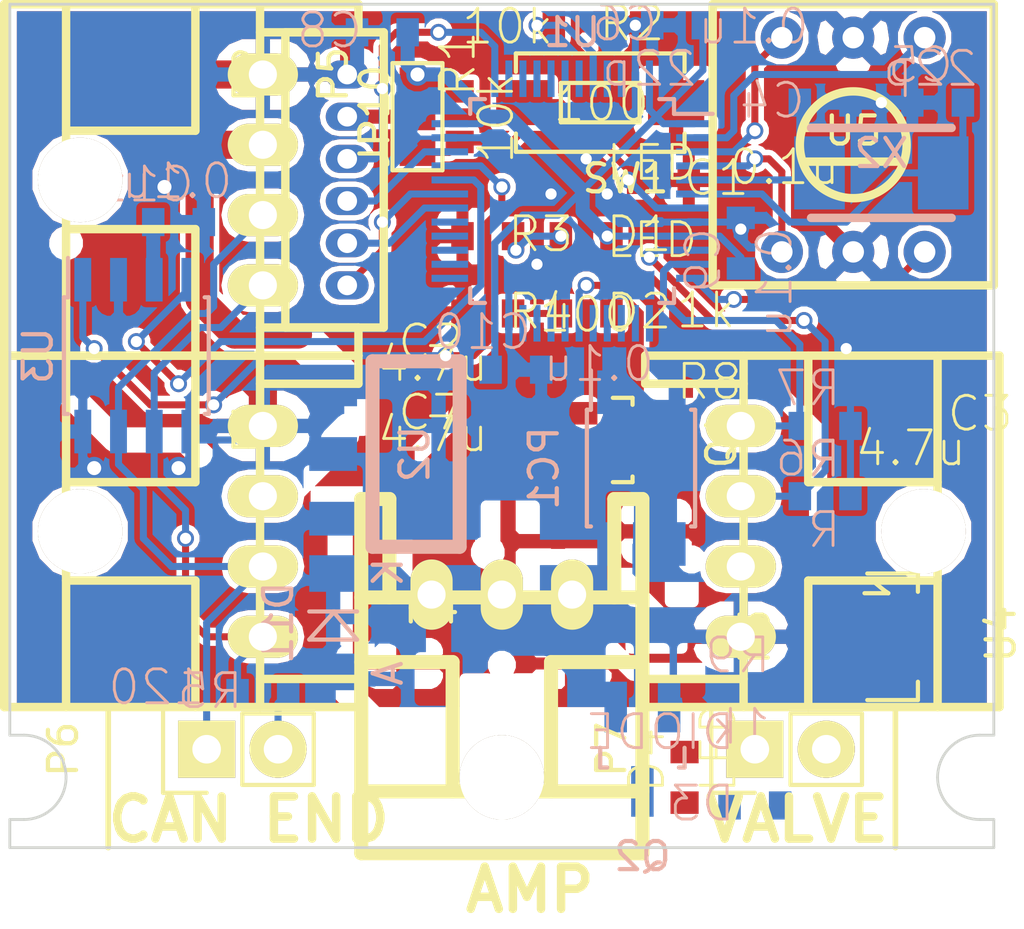
<source format=kicad_pcb>
(kicad_pcb (version 4) (host pcbnew 4.0.5)

  (general
    (links 107)
    (no_connects 29)
    (area -0.050001 -0.050001 35.050001 30.050001)
    (thickness 1.6)
    (drawings 19)
    (tracks 296)
    (zones 0)
    (modules 43)
    (nets 38)
  )

  (page A4)
  (layers
    (0 F.Cu signal)
    (31 B.Cu signal)
    (32 B.Adhes user)
    (33 F.Adhes user)
    (34 B.Paste user)
    (35 F.Paste user)
    (36 B.SilkS user)
    (37 F.SilkS user)
    (38 B.Mask user)
    (39 F.Mask user)
    (40 Dwgs.User user)
    (41 Cmts.User user)
    (42 Eco1.User user)
    (43 Eco2.User user)
    (44 Edge.Cuts user)
    (45 Margin user)
    (46 B.CrtYd user)
    (47 F.CrtYd user)
    (48 B.Fab user)
    (49 F.Fab user)
  )

  (setup
    (last_trace_width 0.5)
    (user_trace_width 0.5)
    (user_trace_width 1)
    (trace_clearance 0.2)
    (zone_clearance 0.2)
    (zone_45_only no)
    (trace_min 0.2)
    (segment_width 0.2)
    (edge_width 0.1)
    (via_size 0.6)
    (via_drill 0.4)
    (via_min_size 0.4)
    (via_min_drill 0.3)
    (user_via 0.8 0.5)
    (user_via 1.2 1)
    (uvia_size 0.3)
    (uvia_drill 0.1)
    (uvias_allowed no)
    (uvia_min_size 0.2)
    (uvia_min_drill 0.1)
    (pcb_text_width 0.3)
    (pcb_text_size 1.5 1.5)
    (mod_edge_width 0.15)
    (mod_text_size 1 1)
    (mod_text_width 0.15)
    (pad_size 1.5 1.5)
    (pad_drill 0.6)
    (pad_to_mask_clearance 0)
    (aux_axis_origin 0 0)
    (visible_elements 7FFCFEFF)
    (pcbplotparams
      (layerselection 0x010f0_80000001)
      (usegerberextensions false)
      (excludeedgelayer true)
      (linewidth 0.100000)
      (plotframeref false)
      (viasonmask false)
      (mode 1)
      (useauxorigin false)
      (hpglpennumber 1)
      (hpglpenspeed 20)
      (hpglpendiameter 15)
      (hpglpenoverlay 2)
      (psnegative false)
      (psa4output false)
      (plotreference false)
      (plotvalue true)
      (plotinvisibletext false)
      (padsonsilk false)
      (subtractmaskfromsilk false)
      (outputformat 1)
      (mirror false)
      (drillshape 0)
      (scaleselection 1)
      (outputdirectory ""))
  )

  (net 0 "")
  (net 1 GND)
  (net 2 /NRST)
  (net 3 +12V)
  (net 4 +3.3V)
  (net 5 /OSC_IN)
  (net 6 /OSC_OUT)
  (net 7 +5V)
  (net 8 "Net-(D1-Pad2)")
  (net 9 "Net-(D2-Pad2)")
  (net 10 /LED)
  (net 11 "Net-(D11-Pad2)")
  (net 12 "Net-(JP10-Pad2)")
  (net 13 /CAN_L)
  (net 14 /CAN_H)
  (net 15 /ENC_B)
  (net 16 /ENC_A)
  (net 17 /SWCLK)
  (net 18 /SWDIO)
  (net 19 /USART_TX)
  (net 20 /USART_RX)
  (net 21 "Net-(P6-Pad2)")
  (net 22 /SEL_1)
  (net 23 /SEL_2)
  (net 24 /SEL_4)
  (net 25 /SEL_8)
  (net 26 /CAN_RX)
  (net 27 /CAN_TX)
  (net 28 /BOOT0)
  (net 29 "Net-(P4-Pad3)")
  (net 30 "Net-(P4-Pad2)")
  (net 31 "Net-(P4-Pad1)")
  (net 32 "Net-(PC1-Pad3)")
  (net 33 /PWM_A)
  (net 34 "Net-(Q1-PadD)")
  (net 35 "Net-(D3-Pad2)")
  (net 36 /VALVE)
  (net 37 "Net-(D4-Pad2)")

  (net_class Default "これは標準のネット クラスです。"
    (clearance 0.2)
    (trace_width 0.25)
    (via_dia 0.6)
    (via_drill 0.4)
    (uvia_dia 0.3)
    (uvia_drill 0.1)
    (add_net +12V)
    (add_net +3.3V)
    (add_net +5V)
    (add_net /BOOT0)
    (add_net /CAN_H)
    (add_net /CAN_L)
    (add_net /CAN_RX)
    (add_net /CAN_TX)
    (add_net /ENC_A)
    (add_net /ENC_B)
    (add_net /LED)
    (add_net /NRST)
    (add_net /OSC_IN)
    (add_net /OSC_OUT)
    (add_net /PWM_A)
    (add_net /SEL_1)
    (add_net /SEL_2)
    (add_net /SEL_4)
    (add_net /SEL_8)
    (add_net /SWCLK)
    (add_net /SWDIO)
    (add_net /USART_RX)
    (add_net /USART_TX)
    (add_net /VALVE)
    (add_net GND)
    (add_net "Net-(D1-Pad2)")
    (add_net "Net-(D11-Pad2)")
    (add_net "Net-(D2-Pad2)")
    (add_net "Net-(D3-Pad2)")
    (add_net "Net-(D4-Pad2)")
    (add_net "Net-(JP10-Pad2)")
    (add_net "Net-(P4-Pad1)")
    (add_net "Net-(P4-Pad2)")
    (add_net "Net-(P4-Pad3)")
    (add_net "Net-(P6-Pad2)")
    (add_net "Net-(PC1-Pad3)")
    (add_net "Net-(Q1-PadD)")
  )

  (module Diodes_SMD:MiniMELF_Standard (layer B.Cu) (tedit 55364937) (tstamp 587589E5)
    (at 11.5 22 270)
    (descr "Diode Mini-MELF Standard")
    (tags "Diode Mini-MELF Standard")
    (path /5847EBBD)
    (attr smd)
    (fp_text reference D11 (at 0 1.95 270) (layer B.SilkS)
      (effects (font (size 1 1) (thickness 0.15)) (justify mirror))
    )
    (fp_text value DIODE (at 0 -3.81 270) (layer B.Fab)
      (effects (font (size 1 1) (thickness 0.15)) (justify mirror))
    )
    (fp_line (start -2.55 1) (end 2.55 1) (layer B.CrtYd) (width 0.05))
    (fp_line (start 2.55 1) (end 2.55 -1) (layer B.CrtYd) (width 0.05))
    (fp_line (start 2.55 -1) (end -2.55 -1) (layer B.CrtYd) (width 0.05))
    (fp_line (start -2.55 -1) (end -2.55 1) (layer B.CrtYd) (width 0.05))
    (fp_line (start -0.40024 -0.0508) (end 0.60052 0.85) (layer B.SilkS) (width 0.15))
    (fp_line (start 0.60052 0.85) (end 0.60052 -0.85) (layer B.SilkS) (width 0.15))
    (fp_line (start 0.60052 -0.85) (end -0.40024 0) (layer B.SilkS) (width 0.15))
    (fp_line (start -0.40024 0.85) (end -0.40024 -0.85) (layer B.SilkS) (width 0.15))
    (fp_text user K (at -1.8 -1.95 270) (layer B.SilkS)
      (effects (font (size 1 1) (thickness 0.15)) (justify mirror))
    )
    (fp_text user A (at 1.8 -1.95 270) (layer B.SilkS)
      (effects (font (size 1 1) (thickness 0.15)) (justify mirror))
    )
    (fp_circle (center 0 0) (end 0 -0.55118) (layer B.Adhes) (width 0.381))
    (fp_circle (center 0 0) (end 0 -0.20066) (layer B.Adhes) (width 0.381))
    (pad 1 smd rect (at -1.75006 0 270) (size 1.30048 1.69926) (layers B.Cu B.Paste B.Mask)
      (net 3 +12V))
    (pad 2 smd rect (at 1.75006 0 270) (size 1.30048 1.69926) (layers B.Cu B.Paste B.Mask)
      (net 11 "Net-(D11-Pad2)"))
    (model Diodes_SMD.3dshapes/MiniMELF_Standard.wrl
      (at (xyz 0 0 0))
      (scale (xyz 0.3937 0.3937 0.3937))
      (rotate (xyz 0 0 0))
    )
  )

  (module RP_KiCAD_Connector:XA_4LC (layer F.Cu) (tedit 585B7649) (tstamp 58757517)
    (at 26 22.5 90)
    (path /586F6734)
    (fp_text reference P3 (at 0 0.5 90) (layer F.SilkS)
      (effects (font (size 1 1) (thickness 0.15)))
    )
    (fp_text value CONN_01X04 (at 3.5 8 90) (layer F.Fab)
      (effects (font (size 1 1) (thickness 0.15)))
    )
    (fp_line (start 10 9.2) (end -2.5 9.2) (layer F.SilkS) (width 0.3))
    (fp_line (start 10 -3.4) (end 10 9.2) (layer F.SilkS) (width 0.3))
    (fp_line (start 9 0.1) (end 9 -3.4) (layer F.SilkS) (width 0.3))
    (fp_line (start 9 -3.4) (end 10 -3.4) (layer F.SilkS) (width 0.3))
    (fp_line (start -2.5 0.1) (end 10 0.1) (layer F.SilkS) (width 0.3))
    (fp_line (start 5.5 2.4) (end 5.5 7) (layer F.SilkS) (width 0.3))
    (fp_line (start 5.5 2.4) (end 10 2.4) (layer F.SilkS) (width 0.3))
    (fp_line (start 2 7) (end 2 2.4) (layer F.SilkS) (width 0.3))
    (fp_line (start 2 2.4) (end -2.5 2.4) (layer F.SilkS) (width 0.3))
    (fp_line (start -2.5 7) (end 10 7) (layer F.SilkS) (width 0.3))
    (fp_line (start -2.5 -3.4) (end -2.5 9.2) (layer F.SilkS) (width 0.3))
    (fp_line (start -2.5 -3.4) (end -1.5 -3.4) (layer F.SilkS) (width 0.3))
    (fp_line (start -1.5 -3.4) (end -1.5 0.1) (layer F.SilkS) (width 0.3))
    (pad 1 thru_hole oval (at 0 0 90) (size 1.5 2.5) (drill 1) (layers *.Cu *.Mask F.SilkS)
      (net 1 GND))
    (pad 2 thru_hole oval (at 2.5 0 90) (size 1.5 2.5) (drill 1) (layers *.Cu *.Mask F.SilkS)
      (net 7 +5V))
    (pad 3 thru_hole oval (at 5 0 90) (size 1.5 2.5) (drill 1) (layers *.Cu *.Mask F.SilkS)
      (net 16 /ENC_A))
    (pad 4 thru_hole oval (at 7.5 0 90) (size 1.5 2.5) (drill 1) (layers *.Cu *.Mask F.SilkS)
      (net 15 /ENC_B))
    (pad "" thru_hole circle (at 3.75 6.5 90) (size 3 3) (drill 3) (layers *.Cu *.Mask F.SilkS)
      (clearance -0.3))
    (model conn_XA/XA_4S.wrl
      (at (xyz 0.15 -0.2 0))
      (scale (xyz 4 4 4))
      (rotate (xyz 0 0 180))
    )
  )

  (module RP_KiCAD_Connector:XA_4LC (layer F.Cu) (tedit 585B7649) (tstamp 58757068)
    (at 9 15 270)
    (path /57DCDD10)
    (fp_text reference P1 (at 0 0.5 270) (layer F.SilkS)
      (effects (font (size 1 1) (thickness 0.15)))
    )
    (fp_text value CONN_01X04 (at 3.5 8 270) (layer F.Fab)
      (effects (font (size 1 1) (thickness 0.15)))
    )
    (fp_line (start 10 9.2) (end -2.5 9.2) (layer F.SilkS) (width 0.3))
    (fp_line (start 10 -3.4) (end 10 9.2) (layer F.SilkS) (width 0.3))
    (fp_line (start 9 0.1) (end 9 -3.4) (layer F.SilkS) (width 0.3))
    (fp_line (start 9 -3.4) (end 10 -3.4) (layer F.SilkS) (width 0.3))
    (fp_line (start -2.5 0.1) (end 10 0.1) (layer F.SilkS) (width 0.3))
    (fp_line (start 5.5 2.4) (end 5.5 7) (layer F.SilkS) (width 0.3))
    (fp_line (start 5.5 2.4) (end 10 2.4) (layer F.SilkS) (width 0.3))
    (fp_line (start 2 7) (end 2 2.4) (layer F.SilkS) (width 0.3))
    (fp_line (start 2 2.4) (end -2.5 2.4) (layer F.SilkS) (width 0.3))
    (fp_line (start -2.5 7) (end 10 7) (layer F.SilkS) (width 0.3))
    (fp_line (start -2.5 -3.4) (end -2.5 9.2) (layer F.SilkS) (width 0.3))
    (fp_line (start -2.5 -3.4) (end -1.5 -3.4) (layer F.SilkS) (width 0.3))
    (fp_line (start -1.5 -3.4) (end -1.5 0.1) (layer F.SilkS) (width 0.3))
    (pad 1 thru_hole oval (at 0 0 270) (size 1.5 2.5) (drill 1) (layers *.Cu *.Mask F.SilkS)
      (net 1 GND))
    (pad 2 thru_hole oval (at 2.5 0 270) (size 1.5 2.5) (drill 1) (layers *.Cu *.Mask F.SilkS)
      (net 11 "Net-(D11-Pad2)"))
    (pad 3 thru_hole oval (at 5 0 270) (size 1.5 2.5) (drill 1) (layers *.Cu *.Mask F.SilkS)
      (net 14 /CAN_H))
    (pad 4 thru_hole oval (at 7.5 0 270) (size 1.5 2.5) (drill 1) (layers *.Cu *.Mask F.SilkS)
      (net 13 /CAN_L))
    (pad "" thru_hole circle (at 3.75 6.5 270) (size 3 3) (drill 3) (layers *.Cu *.Mask F.SilkS)
      (clearance -0.3))
    (model conn_XA/XA_4S.wrl
      (at (xyz 0.15 -0.2 0))
      (scale (xyz 4 4 4))
      (rotate (xyz 0 0 180))
    )
  )

  (module RP_KiCAD_Libs:C1608_WP (layer F.Cu) (tedit 5876E9EB) (tstamp 58705AA5)
    (at 23.25 6.25 180)
    (descr <b>CAPACITOR</b>)
    (path /5773C845)
    (fp_text reference C1 (at -0.635 -0.635 180) (layer F.SilkS)
      (effects (font (size 1.2065 1.2065) (thickness 0.1016)) (justify left bottom))
    )
    (fp_text value 0.1u (at -2.25 -0.25 180) (layer F.SilkS)
      (effects (font (size 1.2065 1.2065) (thickness 0.1016)) (justify left bottom))
    )
    (fp_line (start -0.356 -0.432) (end 0.356 -0.432) (layer Dwgs.User) (width 0.1016))
    (fp_line (start -0.356 0.419) (end 0.356 0.419) (layer Dwgs.User) (width 0.1016))
    (fp_poly (pts (xy -0.8382 0.4699) (xy -0.3381 0.4699) (xy -0.3381 -0.4801) (xy -0.8382 -0.4801)) (layer Dwgs.User) (width 0))
    (fp_poly (pts (xy 0.3302 0.4699) (xy 0.8303 0.4699) (xy 0.8303 -0.4801) (xy 0.3302 -0.4801)) (layer Dwgs.User) (width 0))
    (fp_poly (pts (xy -0.1999 0.3) (xy 0.1999 0.3) (xy 0.1999 -0.3) (xy -0.1999 -0.3)) (layer F.Adhes) (width 0))
    (pad 1 smd rect (at -0.9 0 180) (size 0.8 1) (layers F.Cu F.Paste F.Mask)
      (net 1 GND))
    (pad 2 smd rect (at 0.9 0 180) (size 0.8 1) (layers F.Cu F.Paste F.Mask)
      (net 2 /NRST))
    (model Resistors_SMD.3dshapes/R_0603.wrl
      (at (xyz 0 0 0))
      (scale (xyz 1 1 1))
      (rotate (xyz 0 0 0))
    )
  )

  (module RP_KiCAD_Libs:C2012 (layer F.Cu) (tedit 5876E9DB) (tstamp 58705AB0)
    (at 15 14)
    (descr <b>CAPACITOR</b>)
    (path /57DCED95)
    (fp_text reference C2 (at -1.27 -1.27) (layer F.SilkS)
      (effects (font (size 1.2065 1.2065) (thickness 0.1016)) (justify left bottom))
    )
    (fp_text value 4.7u (at -2 -0.5 180) (layer F.SilkS)
      (effects (font (size 1.2065 1.2065) (thickness 0.1016)) (justify left bottom))
    )
    (fp_line (start -0.381 -0.66) (end 0.381 -0.66) (layer Dwgs.User) (width 0.1016))
    (fp_line (start -0.356 0.66) (end 0.381 0.66) (layer Dwgs.User) (width 0.1016))
    (fp_poly (pts (xy -1.0922 0.7239) (xy -0.3421 0.7239) (xy -0.3421 -0.7262) (xy -1.0922 -0.7262)) (layer Dwgs.User) (width 0))
    (fp_poly (pts (xy 0.3556 0.7239) (xy 1.1057 0.7239) (xy 1.1057 -0.7262) (xy 0.3556 -0.7262)) (layer Dwgs.User) (width 0))
    (fp_poly (pts (xy -0.1001 0.4001) (xy 0.1001 0.4001) (xy 0.1001 -0.4001) (xy -0.1001 -0.4001)) (layer F.Adhes) (width 0))
    (pad 1 smd rect (at -1.25 0) (size 1.3 1.5) (layers F.Cu F.Paste F.Mask)
      (net 3 +12V))
    (pad 2 smd rect (at 1.25 0) (size 1.3 1.5) (layers F.Cu F.Paste F.Mask)
      (net 1 GND))
    (model Resistors_SMD.3dshapes/R_0805.wrl
      (at (xyz 0 0 0))
      (scale (xyz 1 1 1))
      (rotate (xyz 0 0 0))
    )
  )

  (module RP_KiCAD_Libs:C2012 (layer F.Cu) (tedit 5876E945) (tstamp 58705ABB)
    (at 32 14 180)
    (descr <b>CAPACITOR</b>)
    (path /5815D48B)
    (fp_text reference C3 (at -1.27 -1.27 180) (layer F.SilkS)
      (effects (font (size 1.2065 1.2065) (thickness 0.1016)) (justify left bottom))
    )
    (fp_text value 4.7u (at 2 -2.5 180) (layer F.SilkS)
      (effects (font (size 1.2065 1.2065) (thickness 0.1016)) (justify left bottom))
    )
    (fp_line (start -0.381 -0.66) (end 0.381 -0.66) (layer Dwgs.User) (width 0.1016))
    (fp_line (start -0.356 0.66) (end 0.381 0.66) (layer Dwgs.User) (width 0.1016))
    (fp_poly (pts (xy -1.0922 0.7239) (xy -0.3421 0.7239) (xy -0.3421 -0.7262) (xy -1.0922 -0.7262)) (layer Dwgs.User) (width 0))
    (fp_poly (pts (xy 0.3556 0.7239) (xy 1.1057 0.7239) (xy 1.1057 -0.7262) (xy 0.3556 -0.7262)) (layer Dwgs.User) (width 0))
    (fp_poly (pts (xy -0.1001 0.4001) (xy 0.1001 0.4001) (xy 0.1001 -0.4001) (xy -0.1001 -0.4001)) (layer F.Adhes) (width 0))
    (pad 1 smd rect (at -1.25 0 180) (size 1.3 1.5) (layers F.Cu F.Paste F.Mask)
      (net 4 +3.3V))
    (pad 2 smd rect (at 1.25 0 180) (size 1.3 1.5) (layers F.Cu F.Paste F.Mask)
      (net 1 GND))
    (model Resistors_SMD.3dshapes/R_0805.wrl
      (at (xyz 0 0 0))
      (scale (xyz 1 1 1))
      (rotate (xyz 0 0 0))
    )
  )

  (module RP_KiCAD_Libs:C1608_WP (layer B.Cu) (tedit 5876E90F) (tstamp 58705AC6)
    (at 29 3.5)
    (descr <b>CAPACITOR</b>)
    (path /5773C365)
    (fp_text reference C4 (at -0.635 0.635) (layer B.SilkS)
      (effects (font (size 1.2065 1.2065) (thickness 0.1016)) (justify left bottom mirror))
    )
    (fp_text value 22p (at -4.5 -0.5) (layer B.SilkS)
      (effects (font (size 1.2065 1.2065) (thickness 0.1016)) (justify left bottom mirror))
    )
    (fp_line (start -0.356 0.432) (end 0.356 0.432) (layer Dwgs.User) (width 0.1016))
    (fp_line (start -0.356 -0.419) (end 0.356 -0.419) (layer Dwgs.User) (width 0.1016))
    (fp_poly (pts (xy -0.8382 -0.4699) (xy -0.3381 -0.4699) (xy -0.3381 0.4801) (xy -0.8382 0.4801)) (layer Dwgs.User) (width 0))
    (fp_poly (pts (xy 0.3302 -0.4699) (xy 0.8303 -0.4699) (xy 0.8303 0.4801) (xy 0.3302 0.4801)) (layer Dwgs.User) (width 0))
    (fp_poly (pts (xy -0.1999 -0.3) (xy 0.1999 -0.3) (xy 0.1999 0.3) (xy -0.1999 0.3)) (layer B.Adhes) (width 0))
    (pad 1 smd rect (at -0.9 0) (size 0.8 1) (layers B.Cu B.Paste B.Mask)
      (net 5 /OSC_IN))
    (pad 2 smd rect (at 0.9 0) (size 0.8 1) (layers B.Cu B.Paste B.Mask)
      (net 1 GND))
    (model Resistors_SMD.3dshapes/R_0603.wrl
      (at (xyz 0 0 0))
      (scale (xyz 1 1 1))
      (rotate (xyz 0 0 0))
    )
  )

  (module RP_KiCAD_Libs:C1608_WP (layer B.Cu) (tedit 5876E915) (tstamp 58705AD1)
    (at 33 3.5 180)
    (descr <b>CAPACITOR</b>)
    (path /5773C36B)
    (fp_text reference C5 (at -0.635 0.635 180) (layer B.SilkS)
      (effects (font (size 1.2065 1.2065) (thickness 0.1016)) (justify left bottom mirror))
    )
    (fp_text value 22p (at -1.5 0.5 180) (layer B.SilkS)
      (effects (font (size 1.2065 1.2065) (thickness 0.1016)) (justify left bottom mirror))
    )
    (fp_line (start -0.356 0.432) (end 0.356 0.432) (layer Dwgs.User) (width 0.1016))
    (fp_line (start -0.356 -0.419) (end 0.356 -0.419) (layer Dwgs.User) (width 0.1016))
    (fp_poly (pts (xy -0.8382 -0.4699) (xy -0.3381 -0.4699) (xy -0.3381 0.4801) (xy -0.8382 0.4801)) (layer Dwgs.User) (width 0))
    (fp_poly (pts (xy 0.3302 -0.4699) (xy 0.8303 -0.4699) (xy 0.8303 0.4801) (xy 0.3302 0.4801)) (layer Dwgs.User) (width 0))
    (fp_poly (pts (xy -0.1999 -0.3) (xy 0.1999 -0.3) (xy 0.1999 0.3) (xy -0.1999 0.3)) (layer B.Adhes) (width 0))
    (pad 1 smd rect (at -0.9 0 180) (size 0.8 1) (layers B.Cu B.Paste B.Mask)
      (net 6 /OSC_OUT))
    (pad 2 smd rect (at 0.9 0 180) (size 0.8 1) (layers B.Cu B.Paste B.Mask)
      (net 1 GND))
    (model Resistors_SMD.3dshapes/R_0603.wrl
      (at (xyz 0 0 0))
      (scale (xyz 1 1 1))
      (rotate (xyz 0 0 0))
    )
  )

  (module RP_KiCAD_Libs:C1608_WP (layer B.Cu) (tedit 5876E91E) (tstamp 58705ADC)
    (at 23.75 0.75)
    (descr <b>CAPACITOR</b>)
    (path /586F7A9C)
    (fp_text reference C6 (at -0.635 0.635) (layer B.SilkS)
      (effects (font (size 1.2065 1.2065) (thickness 0.1016)) (justify left bottom mirror))
    )
    (fp_text value 0.1u (at 4.75 0.75) (layer B.SilkS)
      (effects (font (size 1.2065 1.2065) (thickness 0.1016)) (justify left bottom mirror))
    )
    (fp_line (start -0.356 0.432) (end 0.356 0.432) (layer Dwgs.User) (width 0.1016))
    (fp_line (start -0.356 -0.419) (end 0.356 -0.419) (layer Dwgs.User) (width 0.1016))
    (fp_poly (pts (xy -0.8382 -0.4699) (xy -0.3381 -0.4699) (xy -0.3381 0.4801) (xy -0.8382 0.4801)) (layer Dwgs.User) (width 0))
    (fp_poly (pts (xy 0.3302 -0.4699) (xy 0.8303 -0.4699) (xy 0.8303 0.4801) (xy 0.3302 0.4801)) (layer Dwgs.User) (width 0))
    (fp_poly (pts (xy -0.1999 -0.3) (xy 0.1999 -0.3) (xy 0.1999 0.3) (xy -0.1999 0.3)) (layer B.Adhes) (width 0))
    (pad 1 smd rect (at -0.9 0) (size 0.8 1) (layers B.Cu B.Paste B.Mask)
      (net 1 GND))
    (pad 2 smd rect (at 0.9 0) (size 0.8 1) (layers B.Cu B.Paste B.Mask)
      (net 4 +3.3V))
    (model Resistors_SMD.3dshapes/R_0603.wrl
      (at (xyz 0 0 0))
      (scale (xyz 1 1 1))
      (rotate (xyz 0 0 0))
    )
  )

  (module RP_KiCAD_Libs:C2012 (layer F.Cu) (tedit 5876E9D6) (tstamp 58705AE7)
    (at 15 16.5)
    (descr <b>CAPACITOR</b>)
    (path /57DCED4E)
    (fp_text reference C7 (at -1.27 -1.27) (layer F.SilkS)
      (effects (font (size 1.2065 1.2065) (thickness 0.1016)) (justify left bottom))
    )
    (fp_text value 4.7u (at -2 -0.5 180) (layer F.SilkS)
      (effects (font (size 1.2065 1.2065) (thickness 0.1016)) (justify left bottom))
    )
    (fp_line (start -0.381 -0.66) (end 0.381 -0.66) (layer Dwgs.User) (width 0.1016))
    (fp_line (start -0.356 0.66) (end 0.381 0.66) (layer Dwgs.User) (width 0.1016))
    (fp_poly (pts (xy -1.0922 0.7239) (xy -0.3421 0.7239) (xy -0.3421 -0.7262) (xy -1.0922 -0.7262)) (layer Dwgs.User) (width 0))
    (fp_poly (pts (xy 0.3556 0.7239) (xy 1.1057 0.7239) (xy 1.1057 -0.7262) (xy 0.3556 -0.7262)) (layer Dwgs.User) (width 0))
    (fp_poly (pts (xy -0.1001 0.4001) (xy 0.1001 0.4001) (xy 0.1001 -0.4001) (xy -0.1001 -0.4001)) (layer F.Adhes) (width 0))
    (pad 1 smd rect (at -1.25 0) (size 1.3 1.5) (layers F.Cu F.Paste F.Mask)
      (net 7 +5V))
    (pad 2 smd rect (at 1.25 0) (size 1.3 1.5) (layers F.Cu F.Paste F.Mask)
      (net 1 GND))
    (model Resistors_SMD.3dshapes/R_0805.wrl
      (at (xyz 0 0 0))
      (scale (xyz 1 1 1))
      (rotate (xyz 0 0 0))
    )
  )

  (module RP_KiCAD_Libs:C1608_WP (layer B.Cu) (tedit 5876E9FA) (tstamp 58705AF2)
    (at 13.25 1)
    (descr <b>CAPACITOR</b>)
    (path /581BF2D3)
    (fp_text reference C8 (at -0.635 0.635) (layer B.SilkS)
      (effects (font (size 1.2065 1.2065) (thickness 0.1016)) (justify left bottom mirror))
    )
    (fp_text value 0.1u (at 0.5 -2.25) (layer B.SilkS)
      (effects (font (size 1.2065 1.2065) (thickness 0.1016)) (justify left bottom mirror))
    )
    (fp_line (start -0.356 0.432) (end 0.356 0.432) (layer Dwgs.User) (width 0.1016))
    (fp_line (start -0.356 -0.419) (end 0.356 -0.419) (layer Dwgs.User) (width 0.1016))
    (fp_poly (pts (xy -0.8382 -0.4699) (xy -0.3381 -0.4699) (xy -0.3381 0.4801) (xy -0.8382 0.4801)) (layer Dwgs.User) (width 0))
    (fp_poly (pts (xy 0.3302 -0.4699) (xy 0.8303 -0.4699) (xy 0.8303 0.4801) (xy 0.3302 0.4801)) (layer Dwgs.User) (width 0))
    (fp_poly (pts (xy -0.1999 -0.3) (xy 0.1999 -0.3) (xy 0.1999 0.3) (xy -0.1999 0.3)) (layer B.Adhes) (width 0))
    (pad 1 smd rect (at -0.9 0) (size 0.8 1) (layers B.Cu B.Paste B.Mask)
      (net 1 GND))
    (pad 2 smd rect (at 0.9 0) (size 0.8 1) (layers B.Cu B.Paste B.Mask)
      (net 4 +3.3V))
    (model Resistors_SMD.3dshapes/R_0603.wrl
      (at (xyz 0 0 0))
      (scale (xyz 1 1 1))
      (rotate (xyz 0 0 0))
    )
  )

  (module RP_KiCAD_Libs:C1608_WP (layer B.Cu) (tedit 5876EA1E) (tstamp 58705B08)
    (at 18 13 180)
    (descr <b>CAPACITOR</b>)
    (path /586F7A8A)
    (fp_text reference C10 (at -0.635 0.635 180) (layer B.SilkS)
      (effects (font (size 1.2065 1.2065) (thickness 0.1016)) (justify left bottom mirror))
    )
    (fp_text value 0.1u (at -5 -0.5 180) (layer B.SilkS)
      (effects (font (size 1.2065 1.2065) (thickness 0.1016)) (justify left bottom mirror))
    )
    (fp_line (start -0.356 0.432) (end 0.356 0.432) (layer Dwgs.User) (width 0.1016))
    (fp_line (start -0.356 -0.419) (end 0.356 -0.419) (layer Dwgs.User) (width 0.1016))
    (fp_poly (pts (xy -0.8382 -0.4699) (xy -0.3381 -0.4699) (xy -0.3381 0.4801) (xy -0.8382 0.4801)) (layer Dwgs.User) (width 0))
    (fp_poly (pts (xy 0.3302 -0.4699) (xy 0.8303 -0.4699) (xy 0.8303 0.4801) (xy 0.3302 0.4801)) (layer Dwgs.User) (width 0))
    (fp_poly (pts (xy -0.1999 -0.3) (xy 0.1999 -0.3) (xy 0.1999 0.3) (xy -0.1999 0.3)) (layer B.Adhes) (width 0))
    (pad 1 smd rect (at -0.9 0 180) (size 0.8 1) (layers B.Cu B.Paste B.Mask)
      (net 1 GND))
    (pad 2 smd rect (at 0.9 0 180) (size 0.8 1) (layers B.Cu B.Paste B.Mask)
      (net 4 +3.3V))
    (model Resistors_SMD.3dshapes/R_0603.wrl
      (at (xyz 0 0 0))
      (scale (xyz 1 1 1))
      (rotate (xyz 0 0 0))
    )
  )

  (module RP_KiCAD_Libs:C1608_WP (layer B.Cu) (tedit 5876E935) (tstamp 58705B13)
    (at 6 7.75 180)
    (descr <b>CAPACITOR</b>)
    (path /586F8127)
    (fp_text reference C11 (at -0.635 0.635 180) (layer B.SilkS)
      (effects (font (size 1.2065 1.2065) (thickness 0.1016)) (justify left bottom mirror))
    )
    (fp_text value 0.1u (at -2 0.75 180) (layer B.SilkS)
      (effects (font (size 1.2065 1.2065) (thickness 0.1016)) (justify left bottom mirror))
    )
    (fp_line (start -0.356 0.432) (end 0.356 0.432) (layer Dwgs.User) (width 0.1016))
    (fp_line (start -0.356 -0.419) (end 0.356 -0.419) (layer Dwgs.User) (width 0.1016))
    (fp_poly (pts (xy -0.8382 -0.4699) (xy -0.3381 -0.4699) (xy -0.3381 0.4801) (xy -0.8382 0.4801)) (layer Dwgs.User) (width 0))
    (fp_poly (pts (xy 0.3302 -0.4699) (xy 0.8303 -0.4699) (xy 0.8303 0.4801) (xy 0.3302 0.4801)) (layer Dwgs.User) (width 0))
    (fp_poly (pts (xy -0.1999 -0.3) (xy 0.1999 -0.3) (xy 0.1999 0.3) (xy -0.1999 0.3)) (layer B.Adhes) (width 0))
    (pad 1 smd rect (at -0.9 0 180) (size 0.8 1) (layers B.Cu B.Paste B.Mask)
      (net 1 GND))
    (pad 2 smd rect (at 0.9 0 180) (size 0.8 1) (layers B.Cu B.Paste B.Mask)
      (net 4 +3.3V))
    (model Resistors_SMD.3dshapes/R_0603.wrl
      (at (xyz 0 0 0))
      (scale (xyz 1 1 1))
      (rotate (xyz 0 0 0))
    )
  )

  (module Connect:GS3 (layer F.Cu) (tedit 0) (tstamp 58705B4F)
    (at 14.5 4 180)
    (descr "Pontet Goute de soudure")
    (path /5815AB47)
    (attr virtual)
    (fp_text reference JP10 (at 1.524 0 270) (layer F.SilkS)
      (effects (font (size 1 1) (thickness 0.15)))
    )
    (fp_text value JUMPER3 (at 1.524 0 270) (layer F.Fab)
      (effects (font (size 1 1) (thickness 0.15)))
    )
    (fp_line (start -0.889 -1.905) (end -0.889 1.905) (layer F.SilkS) (width 0.15))
    (fp_line (start -0.889 1.905) (end 0.889 1.905) (layer F.SilkS) (width 0.15))
    (fp_line (start 0.889 1.905) (end 0.889 -1.905) (layer F.SilkS) (width 0.15))
    (fp_line (start -0.889 -1.905) (end 0.889 -1.905) (layer F.SilkS) (width 0.15))
    (pad 1 smd rect (at 0 -1.27 180) (size 1.27 0.9652) (layers F.Cu F.Paste F.Mask)
      (net 2 /NRST))
    (pad 2 smd rect (at 0 0 180) (size 1.27 0.9652) (layers F.Cu F.Paste F.Mask)
      (net 12 "Net-(JP10-Pad2)"))
    (pad 3 smd rect (at 0 1.27 180) (size 1.27 0.9652) (layers F.Cu F.Paste F.Mask)
      (net 4 +3.3V))
  )

  (module RP_KiCAD_Connector:ZH_6T (layer F.Cu) (tedit 585B7582) (tstamp 58705B8D)
    (at 12 2.5 270)
    (path /57DDCDDC)
    (fp_text reference P5 (at 0 0.5 270) (layer F.SilkS)
      (effects (font (size 1 1) (thickness 0.15)))
    )
    (fp_text value CONN_01X06 (at 3.5 1.5 270) (layer F.Fab)
      (effects (font (size 1 1) (thickness 0.15)))
    )
    (fp_line (start -1.5 -1.3) (end 9 -1.3) (layer F.SilkS) (width 0.3))
    (fp_line (start 9 -1.3) (end 9 2.2) (layer F.SilkS) (width 0.3))
    (fp_line (start 9 2.2) (end -1.5 2.2) (layer F.SilkS) (width 0.3))
    (fp_line (start -1.5 2.2) (end -1.5 -1.3) (layer F.SilkS) (width 0.3))
    (pad 1 thru_hole oval (at 0 0 270) (size 1 1.524) (drill 0.7) (layers *.Cu *.Mask)
      (net 1 GND))
    (pad 2 thru_hole oval (at 1.5 0 270) (size 1 1.524) (drill 0.7) (layers *.Cu *.Mask)
      (net 12 "Net-(JP10-Pad2)"))
    (pad 3 thru_hole oval (at 3 0 270) (size 1 1.524) (drill 0.7) (layers *.Cu *.Mask)
      (net 17 /SWCLK))
    (pad 4 thru_hole oval (at 4.5 0 270) (size 1 1.524) (drill 0.7) (layers *.Cu *.Mask)
      (net 18 /SWDIO))
    (pad 5 thru_hole oval (at 6 0 270) (size 1 1.524) (drill 0.7) (layers *.Cu *.Mask)
      (net 19 /USART_TX))
    (pad 6 thru_hole oval (at 7.5 0 270) (size 1 1.524) (drill 0.7) (layers *.Cu *.Mask)
      (net 20 /USART_RX))
    (model conn_ZRandZH/ZH_6T.wrl
      (at (xyz 0.148 0.05 0))
      (scale (xyz 4 4 4))
      (rotate (xyz -90 0 180))
    )
  )

  (module Pin_Headers:Pin_Header_Straight_1x02 (layer F.Cu) (tedit 54EA090C) (tstamp 58705B9E)
    (at 7 26.5 90)
    (descr "Through hole pin header")
    (tags "pin header")
    (path /57E11162)
    (fp_text reference P6 (at 0 -5.1 90) (layer F.SilkS)
      (effects (font (size 1 1) (thickness 0.15)))
    )
    (fp_text value CONN_01X02 (at 0 -3.1 90) (layer F.Fab)
      (effects (font (size 1 1) (thickness 0.15)))
    )
    (fp_line (start 1.27 1.27) (end 1.27 3.81) (layer F.SilkS) (width 0.15))
    (fp_line (start 1.55 -1.55) (end 1.55 0) (layer F.SilkS) (width 0.15))
    (fp_line (start -1.75 -1.75) (end -1.75 4.3) (layer F.CrtYd) (width 0.05))
    (fp_line (start 1.75 -1.75) (end 1.75 4.3) (layer F.CrtYd) (width 0.05))
    (fp_line (start -1.75 -1.75) (end 1.75 -1.75) (layer F.CrtYd) (width 0.05))
    (fp_line (start -1.75 4.3) (end 1.75 4.3) (layer F.CrtYd) (width 0.05))
    (fp_line (start 1.27 1.27) (end -1.27 1.27) (layer F.SilkS) (width 0.15))
    (fp_line (start -1.55 0) (end -1.55 -1.55) (layer F.SilkS) (width 0.15))
    (fp_line (start -1.55 -1.55) (end 1.55 -1.55) (layer F.SilkS) (width 0.15))
    (fp_line (start -1.27 1.27) (end -1.27 3.81) (layer F.SilkS) (width 0.15))
    (fp_line (start -1.27 3.81) (end 1.27 3.81) (layer F.SilkS) (width 0.15))
    (pad 1 thru_hole rect (at 0 0 90) (size 2.032 2.032) (drill 1.016) (layers *.Cu *.Mask F.SilkS)
      (net 14 /CAN_H))
    (pad 2 thru_hole oval (at 0 2.54 90) (size 2.032 2.032) (drill 1.016) (layers *.Cu *.Mask F.SilkS)
      (net 21 "Net-(P6-Pad2)"))
    (model Pin_Headers.3dshapes/Pin_Header_Straight_1x02.wrl
      (at (xyz 0 -0.05 0))
      (scale (xyz 1 1 1))
      (rotate (xyz 0 0 90))
    )
  )

  (module RP_KiCAD_Libs:C1608_WP (layer F.Cu) (tedit 5876E924) (tstamp 58705BA9)
    (at 16 4 270)
    (descr <b>CAPACITOR</b>)
    (path /5773CB7C)
    (fp_text reference R1 (at -0.635 -0.635 270) (layer F.SilkS)
      (effects (font (size 1.2065 1.2065) (thickness 0.1016)) (justify left bottom))
    )
    (fp_text value 10k (at 1.75 -2 270) (layer F.SilkS)
      (effects (font (size 1.2065 1.2065) (thickness 0.1016)) (justify left bottom))
    )
    (fp_line (start -0.356 -0.432) (end 0.356 -0.432) (layer Dwgs.User) (width 0.1016))
    (fp_line (start -0.356 0.419) (end 0.356 0.419) (layer Dwgs.User) (width 0.1016))
    (fp_poly (pts (xy -0.8382 0.4699) (xy -0.3381 0.4699) (xy -0.3381 -0.4801) (xy -0.8382 -0.4801)) (layer Dwgs.User) (width 0))
    (fp_poly (pts (xy 0.3302 0.4699) (xy 0.8303 0.4699) (xy 0.8303 -0.4801) (xy 0.3302 -0.4801)) (layer Dwgs.User) (width 0))
    (fp_poly (pts (xy -0.1999 0.3) (xy 0.1999 0.3) (xy 0.1999 -0.3) (xy -0.1999 -0.3)) (layer F.Adhes) (width 0))
    (pad 1 smd rect (at -0.9 0 270) (size 0.8 1) (layers F.Cu F.Paste F.Mask)
      (net 4 +3.3V))
    (pad 2 smd rect (at 0.9 0 270) (size 0.8 1) (layers F.Cu F.Paste F.Mask)
      (net 2 /NRST))
    (model Resistors_SMD.3dshapes/R_0603.wrl
      (at (xyz 0 0 0))
      (scale (xyz 1 1 1))
      (rotate (xyz 0 0 0))
    )
  )

  (module RP_KiCAD_Libs:C1608_WP (layer F.Cu) (tedit 5876E91B) (tstamp 58705BB4)
    (at 20.25 0.75 180)
    (descr <b>CAPACITOR</b>)
    (path /5773D19C)
    (fp_text reference R2 (at -0.635 -0.635 180) (layer F.SilkS)
      (effects (font (size 1.2065 1.2065) (thickness 0.1016)) (justify left bottom))
    )
    (fp_text value 10k (at 4.25 -0.75 180) (layer F.SilkS)
      (effects (font (size 1.2065 1.2065) (thickness 0.1016)) (justify left bottom))
    )
    (fp_line (start -0.356 -0.432) (end 0.356 -0.432) (layer Dwgs.User) (width 0.1016))
    (fp_line (start -0.356 0.419) (end 0.356 0.419) (layer Dwgs.User) (width 0.1016))
    (fp_poly (pts (xy -0.8382 0.4699) (xy -0.3381 0.4699) (xy -0.3381 -0.4801) (xy -0.8382 -0.4801)) (layer Dwgs.User) (width 0))
    (fp_poly (pts (xy 0.3302 0.4699) (xy 0.8303 0.4699) (xy 0.8303 -0.4801) (xy 0.3302 -0.4801)) (layer Dwgs.User) (width 0))
    (fp_poly (pts (xy -0.1999 0.3) (xy 0.1999 0.3) (xy 0.1999 -0.3) (xy -0.1999 -0.3)) (layer F.Adhes) (width 0))
    (pad 1 smd rect (at -0.9 0 180) (size 0.8 1) (layers F.Cu F.Paste F.Mask)
      (net 1 GND))
    (pad 2 smd rect (at 0.9 0 180) (size 0.8 1) (layers F.Cu F.Paste F.Mask)
      (net 28 /BOOT0))
    (model Resistors_SMD.3dshapes/R_0603.wrl
      (at (xyz 0 0 0))
      (scale (xyz 1 1 1))
      (rotate (xyz 0 0 0))
    )
  )

  (module RP_KiCAD_Libs:C1608_WP (layer F.Cu) (tedit 5876E9B5) (tstamp 58705BBF)
    (at 17 8.25 180)
    (descr <b>CAPACITOR</b>)
    (path /57DD3091)
    (fp_text reference R3 (at -0.635 -0.635 180) (layer F.SilkS)
      (effects (font (size 1.2065 1.2065) (thickness 0.1016)) (justify left bottom))
    )
    (fp_text value 100 (at -2.25 4 360) (layer F.SilkS)
      (effects (font (size 1.2065 1.2065) (thickness 0.1016)) (justify left bottom))
    )
    (fp_line (start -0.356 -0.432) (end 0.356 -0.432) (layer Dwgs.User) (width 0.1016))
    (fp_line (start -0.356 0.419) (end 0.356 0.419) (layer Dwgs.User) (width 0.1016))
    (fp_poly (pts (xy -0.8382 0.4699) (xy -0.3381 0.4699) (xy -0.3381 -0.4801) (xy -0.8382 -0.4801)) (layer Dwgs.User) (width 0))
    (fp_poly (pts (xy 0.3302 0.4699) (xy 0.8303 0.4699) (xy 0.8303 -0.4801) (xy 0.3302 -0.4801)) (layer Dwgs.User) (width 0))
    (fp_poly (pts (xy -0.1999 0.3) (xy 0.1999 0.3) (xy 0.1999 -0.3) (xy -0.1999 -0.3)) (layer F.Adhes) (width 0))
    (pad 1 smd rect (at -0.9 0 180) (size 0.8 1) (layers F.Cu F.Paste F.Mask)
      (net 8 "Net-(D1-Pad2)"))
    (pad 2 smd rect (at 0.9 0 180) (size 0.8 1) (layers F.Cu F.Paste F.Mask)
      (net 1 GND))
    (model Resistors_SMD.3dshapes/R_0603.wrl
      (at (xyz 0 0 0))
      (scale (xyz 1 1 1))
      (rotate (xyz 0 0 0))
    )
  )

  (module RP_KiCAD_Libs:C1608_WP (layer F.Cu) (tedit 5876EA26) (tstamp 58705BCA)
    (at 17 11 180)
    (descr <b>CAPACITOR</b>)
    (path /57DD3BD1)
    (fp_text reference R4 (at -0.635 -0.635 180) (layer F.SilkS)
      (effects (font (size 1.2065 1.2065) (thickness 0.1016)) (justify left bottom))
    )
    (fp_text value 100 (at -1.75 -0.75 180) (layer F.SilkS)
      (effects (font (size 1.2065 1.2065) (thickness 0.1016)) (justify left bottom))
    )
    (fp_line (start -0.356 -0.432) (end 0.356 -0.432) (layer Dwgs.User) (width 0.1016))
    (fp_line (start -0.356 0.419) (end 0.356 0.419) (layer Dwgs.User) (width 0.1016))
    (fp_poly (pts (xy -0.8382 0.4699) (xy -0.3381 0.4699) (xy -0.3381 -0.4801) (xy -0.8382 -0.4801)) (layer Dwgs.User) (width 0))
    (fp_poly (pts (xy 0.3302 0.4699) (xy 0.8303 0.4699) (xy 0.8303 -0.4801) (xy 0.3302 -0.4801)) (layer Dwgs.User) (width 0))
    (fp_poly (pts (xy -0.1999 0.3) (xy 0.1999 0.3) (xy 0.1999 -0.3) (xy -0.1999 -0.3)) (layer F.Adhes) (width 0))
    (pad 1 smd rect (at -0.9 0 180) (size 0.8 1) (layers F.Cu F.Paste F.Mask)
      (net 9 "Net-(D2-Pad2)"))
    (pad 2 smd rect (at 0.9 0 180) (size 0.8 1) (layers F.Cu F.Paste F.Mask)
      (net 1 GND))
    (model Resistors_SMD.3dshapes/R_0603.wrl
      (at (xyz 0 0 0))
      (scale (xyz 1 1 1))
      (rotate (xyz 0 0 0))
    )
  )

  (module RP_KiCAD_Libs:C1608_WP (layer B.Cu) (tedit 5876E93C) (tstamp 58705BD5)
    (at 9 24.5)
    (descr <b>CAPACITOR</b>)
    (path /57E111F2)
    (fp_text reference R5 (at -0.635 0.635) (layer B.SilkS)
      (effects (font (size 1.2065 1.2065) (thickness 0.1016)) (justify left bottom mirror))
    )
    (fp_text value 120 (at -2 0.5) (layer B.SilkS)
      (effects (font (size 1.2065 1.2065) (thickness 0.1016)) (justify left bottom mirror))
    )
    (fp_line (start -0.356 0.432) (end 0.356 0.432) (layer Dwgs.User) (width 0.1016))
    (fp_line (start -0.356 -0.419) (end 0.356 -0.419) (layer Dwgs.User) (width 0.1016))
    (fp_poly (pts (xy -0.8382 -0.4699) (xy -0.3381 -0.4699) (xy -0.3381 0.4801) (xy -0.8382 0.4801)) (layer Dwgs.User) (width 0))
    (fp_poly (pts (xy 0.3302 -0.4699) (xy 0.8303 -0.4699) (xy 0.8303 0.4801) (xy 0.3302 0.4801)) (layer Dwgs.User) (width 0))
    (fp_poly (pts (xy -0.1999 -0.3) (xy 0.1999 -0.3) (xy 0.1999 0.3) (xy -0.1999 0.3)) (layer B.Adhes) (width 0))
    (pad 1 smd rect (at -0.9 0) (size 0.8 1) (layers B.Cu B.Paste B.Mask)
      (net 13 /CAN_L))
    (pad 2 smd rect (at 0.9 0) (size 0.8 1) (layers B.Cu B.Paste B.Mask)
      (net 21 "Net-(P6-Pad2)"))
    (model Resistors_SMD.3dshapes/R_0603.wrl
      (at (xyz 0 0 0))
      (scale (xyz 1 1 1))
      (rotate (xyz 0 0 0))
    )
  )

  (module RP_KiCAD_Libs:C1608_WP (layer B.Cu) (tedit 57C3E677) (tstamp 58705BE0)
    (at 29 17.5 180)
    (descr <b>CAPACITOR</b>)
    (path /58700099)
    (fp_text reference R6 (at -0.635 0.635 180) (layer B.SilkS)
      (effects (font (size 1.2065 1.2065) (thickness 0.1016)) (justify left bottom mirror))
    )
    (fp_text value R (at -0.635 -1.905 180) (layer B.SilkS)
      (effects (font (size 1.2065 1.2065) (thickness 0.1016)) (justify left bottom mirror))
    )
    (fp_line (start -0.356 0.432) (end 0.356 0.432) (layer Dwgs.User) (width 0.1016))
    (fp_line (start -0.356 -0.419) (end 0.356 -0.419) (layer Dwgs.User) (width 0.1016))
    (fp_poly (pts (xy -0.8382 -0.4699) (xy -0.3381 -0.4699) (xy -0.3381 0.4801) (xy -0.8382 0.4801)) (layer Dwgs.User) (width 0))
    (fp_poly (pts (xy 0.3302 -0.4699) (xy 0.8303 -0.4699) (xy 0.8303 0.4801) (xy 0.3302 0.4801)) (layer Dwgs.User) (width 0))
    (fp_poly (pts (xy -0.1999 -0.3) (xy 0.1999 -0.3) (xy 0.1999 0.3) (xy -0.1999 0.3)) (layer B.Adhes) (width 0))
    (pad 1 smd rect (at -0.9 0 180) (size 0.8 1) (layers B.Cu B.Paste B.Mask)
      (net 4 +3.3V))
    (pad 2 smd rect (at 0.9 0 180) (size 0.8 1) (layers B.Cu B.Paste B.Mask)
      (net 16 /ENC_A))
    (model Resistors_SMD.3dshapes/R_0603.wrl
      (at (xyz 0 0 0))
      (scale (xyz 1 1 1))
      (rotate (xyz 0 0 0))
    )
  )

  (module RP_KiCAD_Libs:C1608_WP (layer B.Cu) (tedit 57C3E677) (tstamp 58705BEB)
    (at 29 15 180)
    (descr <b>CAPACITOR</b>)
    (path /5870012D)
    (fp_text reference R7 (at -0.635 0.635 180) (layer B.SilkS)
      (effects (font (size 1.2065 1.2065) (thickness 0.1016)) (justify left bottom mirror))
    )
    (fp_text value R (at -0.635 -1.905 180) (layer B.SilkS)
      (effects (font (size 1.2065 1.2065) (thickness 0.1016)) (justify left bottom mirror))
    )
    (fp_line (start -0.356 0.432) (end 0.356 0.432) (layer Dwgs.User) (width 0.1016))
    (fp_line (start -0.356 -0.419) (end 0.356 -0.419) (layer Dwgs.User) (width 0.1016))
    (fp_poly (pts (xy -0.8382 -0.4699) (xy -0.3381 -0.4699) (xy -0.3381 0.4801) (xy -0.8382 0.4801)) (layer Dwgs.User) (width 0))
    (fp_poly (pts (xy 0.3302 -0.4699) (xy 0.8303 -0.4699) (xy 0.8303 0.4801) (xy 0.3302 0.4801)) (layer Dwgs.User) (width 0))
    (fp_poly (pts (xy -0.1999 -0.3) (xy 0.1999 -0.3) (xy 0.1999 0.3) (xy -0.1999 0.3)) (layer B.Adhes) (width 0))
    (pad 1 smd rect (at -0.9 0 180) (size 0.8 1) (layers B.Cu B.Paste B.Mask)
      (net 4 +3.3V))
    (pad 2 smd rect (at 0.9 0 180) (size 0.8 1) (layers B.Cu B.Paste B.Mask)
      (net 15 /ENC_B))
    (model Resistors_SMD.3dshapes/R_0603.wrl
      (at (xyz 0 0 0))
      (scale (xyz 1 1 1))
      (rotate (xyz 0 0 0))
    )
  )

  (module Buttons_Switches_SMD:SW_SPST_EVQPE1 (layer F.Cu) (tedit 55DB43C0) (tstamp 58705BFF)
    (at 21 3.5 180)
    (descr "Light Touch Switch")
    (path /5773C76A)
    (attr smd)
    (fp_text reference SW1 (at -0.9 -2.7 180) (layer F.SilkS)
      (effects (font (size 1 1) (thickness 0.15)))
    )
    (fp_text value SW_PUSH (at 0 0 180) (layer F.Fab)
      (effects (font (size 1 1) (thickness 0.15)))
    )
    (fp_line (start -1.4 -0.7) (end 1.4 -0.7) (layer F.SilkS) (width 0.15))
    (fp_line (start 1.4 -0.7) (end 1.4 0.7) (layer F.SilkS) (width 0.15))
    (fp_line (start 1.4 0.7) (end -1.4 0.7) (layer F.SilkS) (width 0.15))
    (fp_line (start -1.4 0.7) (end -1.4 -0.7) (layer F.SilkS) (width 0.15))
    (fp_line (start -3.95 -2) (end 3.95 -2) (layer F.CrtYd) (width 0.05))
    (fp_line (start 3.95 -2) (end 3.95 2) (layer F.CrtYd) (width 0.05))
    (fp_line (start 3.95 2) (end -3.95 2) (layer F.CrtYd) (width 0.05))
    (fp_line (start -3.95 2) (end -3.95 -2) (layer F.CrtYd) (width 0.05))
    (fp_line (start 3 -1.75) (end 3 -1.1) (layer F.SilkS) (width 0.15))
    (fp_line (start 3 1.75) (end 3 1.1) (layer F.SilkS) (width 0.15))
    (fp_line (start -3 1.1) (end -3 1.75) (layer F.SilkS) (width 0.15))
    (fp_line (start -3 -1.75) (end -3 -1.1) (layer F.SilkS) (width 0.15))
    (fp_line (start 3 -1.75) (end -3 -1.75) (layer F.SilkS) (width 0.15))
    (fp_line (start -3 1.75) (end 3 1.75) (layer F.SilkS) (width 0.15))
    (pad 2 smd rect (at 2.7 0 180) (size 2 1.6) (layers F.Cu F.Paste F.Mask)
      (net 2 /NRST))
    (pad 1 smd rect (at -2.7 0 180) (size 2 1.6) (layers F.Cu F.Paste F.Mask)
      (net 1 GND))
  )

  (module Housings_QFP:LQFP-48_7x7mm_Pitch0.5mm (layer B.Cu) (tedit 54130A77) (tstamp 58705C40)
    (at 20 7 180)
    (descr "48 LEAD LQFP 7x7mm (see MICREL LQFP7x7-48LD-PL-1.pdf)")
    (tags "QFP 0.5")
    (path /5773BC88)
    (attr smd)
    (fp_text reference U1 (at 0 6 180) (layer B.SilkS)
      (effects (font (size 1 1) (thickness 0.15)) (justify mirror))
    )
    (fp_text value STM32F103_48 (at 0 -6 180) (layer B.Fab)
      (effects (font (size 1 1) (thickness 0.15)) (justify mirror))
    )
    (fp_line (start -5.25 5.25) (end -5.25 -5.25) (layer B.CrtYd) (width 0.05))
    (fp_line (start 5.25 5.25) (end 5.25 -5.25) (layer B.CrtYd) (width 0.05))
    (fp_line (start -5.25 5.25) (end 5.25 5.25) (layer B.CrtYd) (width 0.05))
    (fp_line (start -5.25 -5.25) (end 5.25 -5.25) (layer B.CrtYd) (width 0.05))
    (fp_line (start -3.625 3.625) (end -3.625 3.1) (layer B.SilkS) (width 0.15))
    (fp_line (start 3.625 3.625) (end 3.625 3.1) (layer B.SilkS) (width 0.15))
    (fp_line (start 3.625 -3.625) (end 3.625 -3.1) (layer B.SilkS) (width 0.15))
    (fp_line (start -3.625 -3.625) (end -3.625 -3.1) (layer B.SilkS) (width 0.15))
    (fp_line (start -3.625 3.625) (end -3.1 3.625) (layer B.SilkS) (width 0.15))
    (fp_line (start -3.625 -3.625) (end -3.1 -3.625) (layer B.SilkS) (width 0.15))
    (fp_line (start 3.625 -3.625) (end 3.1 -3.625) (layer B.SilkS) (width 0.15))
    (fp_line (start 3.625 3.625) (end 3.1 3.625) (layer B.SilkS) (width 0.15))
    (fp_line (start -3.625 3.1) (end -5 3.1) (layer B.SilkS) (width 0.15))
    (pad 1 smd rect (at -4.35 2.75 180) (size 1.3 0.25) (layers B.Cu B.Paste B.Mask)
      (net 4 +3.3V))
    (pad 2 smd rect (at -4.35 2.25 180) (size 1.3 0.25) (layers B.Cu B.Paste B.Mask)
      (net 22 /SEL_1))
    (pad 3 smd rect (at -4.35 1.75 180) (size 1.3 0.25) (layers B.Cu B.Paste B.Mask)
      (net 23 /SEL_2))
    (pad 4 smd rect (at -4.35 1.25 180) (size 1.3 0.25) (layers B.Cu B.Paste B.Mask)
      (net 24 /SEL_4))
    (pad 5 smd rect (at -4.35 0.75 180) (size 1.3 0.25) (layers B.Cu B.Paste B.Mask)
      (net 5 /OSC_IN))
    (pad 6 smd rect (at -4.35 0.25 180) (size 1.3 0.25) (layers B.Cu B.Paste B.Mask)
      (net 6 /OSC_OUT))
    (pad 7 smd rect (at -4.35 -0.25 180) (size 1.3 0.25) (layers B.Cu B.Paste B.Mask)
      (net 2 /NRST))
    (pad 8 smd rect (at -4.35 -0.75 180) (size 1.3 0.25) (layers B.Cu B.Paste B.Mask)
      (net 1 GND))
    (pad 9 smd rect (at -4.35 -1.25 180) (size 1.3 0.25) (layers B.Cu B.Paste B.Mask)
      (net 4 +3.3V))
    (pad 10 smd rect (at -4.35 -1.75 180) (size 1.3 0.25) (layers B.Cu B.Paste B.Mask)
      (net 16 /ENC_A))
    (pad 11 smd rect (at -4.35 -2.25 180) (size 1.3 0.25) (layers B.Cu B.Paste B.Mask)
      (net 15 /ENC_B))
    (pad 12 smd rect (at -4.35 -2.75 180) (size 1.3 0.25) (layers B.Cu B.Paste B.Mask)
      (net 25 /SEL_8))
    (pad 13 smd rect (at -2.75 -4.35 90) (size 1.3 0.25) (layers B.Cu B.Paste B.Mask))
    (pad 14 smd rect (at -2.25 -4.35 90) (size 1.3 0.25) (layers B.Cu B.Paste B.Mask)
      (net 33 /PWM_A))
    (pad 15 smd rect (at -1.75 -4.35 90) (size 1.3 0.25) (layers B.Cu B.Paste B.Mask))
    (pad 16 smd rect (at -1.25 -4.35 90) (size 1.3 0.25) (layers B.Cu B.Paste B.Mask))
    (pad 17 smd rect (at -0.75 -4.35 90) (size 1.3 0.25) (layers B.Cu B.Paste B.Mask)
      (net 36 /VALVE))
    (pad 18 smd rect (at -0.25 -4.35 90) (size 1.3 0.25) (layers B.Cu B.Paste B.Mask)
      (net 10 /LED))
    (pad 19 smd rect (at 0.25 -4.35 90) (size 1.3 0.25) (layers B.Cu B.Paste B.Mask))
    (pad 20 smd rect (at 0.75 -4.35 90) (size 1.3 0.25) (layers B.Cu B.Paste B.Mask))
    (pad 21 smd rect (at 1.25 -4.35 90) (size 1.3 0.25) (layers B.Cu B.Paste B.Mask))
    (pad 22 smd rect (at 1.75 -4.35 90) (size 1.3 0.25) (layers B.Cu B.Paste B.Mask))
    (pad 23 smd rect (at 2.25 -4.35 90) (size 1.3 0.25) (layers B.Cu B.Paste B.Mask)
      (net 1 GND))
    (pad 24 smd rect (at 2.75 -4.35 90) (size 1.3 0.25) (layers B.Cu B.Paste B.Mask)
      (net 4 +3.3V))
    (pad 25 smd rect (at 4.35 -2.75 180) (size 1.3 0.25) (layers B.Cu B.Paste B.Mask))
    (pad 26 smd rect (at 4.35 -2.25 180) (size 1.3 0.25) (layers B.Cu B.Paste B.Mask))
    (pad 27 smd rect (at 4.35 -1.75 180) (size 1.3 0.25) (layers B.Cu B.Paste B.Mask))
    (pad 28 smd rect (at 4.35 -1.25 180) (size 1.3 0.25) (layers B.Cu B.Paste B.Mask))
    (pad 29 smd rect (at 4.35 -0.75 180) (size 1.3 0.25) (layers B.Cu B.Paste B.Mask))
    (pad 30 smd rect (at 4.35 -0.25 180) (size 1.3 0.25) (layers B.Cu B.Paste B.Mask)
      (net 19 /USART_TX))
    (pad 31 smd rect (at 4.35 0.25 180) (size 1.3 0.25) (layers B.Cu B.Paste B.Mask)
      (net 20 /USART_RX))
    (pad 32 smd rect (at 4.35 0.75 180) (size 1.3 0.25) (layers B.Cu B.Paste B.Mask)
      (net 26 /CAN_RX))
    (pad 33 smd rect (at 4.35 1.25 180) (size 1.3 0.25) (layers B.Cu B.Paste B.Mask)
      (net 27 /CAN_TX))
    (pad 34 smd rect (at 4.35 1.75 180) (size 1.3 0.25) (layers B.Cu B.Paste B.Mask)
      (net 18 /SWDIO))
    (pad 35 smd rect (at 4.35 2.25 180) (size 1.3 0.25) (layers B.Cu B.Paste B.Mask)
      (net 1 GND))
    (pad 36 smd rect (at 4.35 2.75 180) (size 1.3 0.25) (layers B.Cu B.Paste B.Mask)
      (net 4 +3.3V))
    (pad 37 smd rect (at 2.75 4.35 90) (size 1.3 0.25) (layers B.Cu B.Paste B.Mask)
      (net 17 /SWCLK))
    (pad 38 smd rect (at 2.25 4.35 90) (size 1.3 0.25) (layers B.Cu B.Paste B.Mask))
    (pad 39 smd rect (at 1.75 4.35 90) (size 1.3 0.25) (layers B.Cu B.Paste B.Mask))
    (pad 40 smd rect (at 1.25 4.35 90) (size 1.3 0.25) (layers B.Cu B.Paste B.Mask))
    (pad 41 smd rect (at 0.75 4.35 90) (size 1.3 0.25) (layers B.Cu B.Paste B.Mask))
    (pad 42 smd rect (at 0.25 4.35 90) (size 1.3 0.25) (layers B.Cu B.Paste B.Mask))
    (pad 43 smd rect (at -0.25 4.35 90) (size 1.3 0.25) (layers B.Cu B.Paste B.Mask))
    (pad 44 smd rect (at -0.75 4.35 90) (size 1.3 0.25) (layers B.Cu B.Paste B.Mask)
      (net 28 /BOOT0))
    (pad 45 smd rect (at -1.25 4.35 90) (size 1.3 0.25) (layers B.Cu B.Paste B.Mask))
    (pad 46 smd rect (at -1.75 4.35 90) (size 1.3 0.25) (layers B.Cu B.Paste B.Mask))
    (pad 47 smd rect (at -2.25 4.35 90) (size 1.3 0.25) (layers B.Cu B.Paste B.Mask)
      (net 1 GND))
    (pad 48 smd rect (at -2.75 4.35 90) (size 1.3 0.25) (layers B.Cu B.Paste B.Mask)
      (net 4 +3.3V))
    (model Housings_QFP.3dshapes/LQFP-48_7x7mm_Pitch0.5mm.wrl
      (at (xyz 0 0 0))
      (scale (xyz 1 1 1))
      (rotate (xyz 0 0 0))
    )
  )

  (module Housings_SOIC:SOIC-8_3.9x4.9mm_Pitch1.27mm (layer B.Cu) (tedit 54130A77) (tstamp 58705C63)
    (at 4.5 12.5 270)
    (descr "8-Lead Plastic Small Outline (SN) - Narrow, 3.90 mm Body [SOIC] (see Microchip Packaging Specification 00000049BS.pdf)")
    (tags "SOIC 1.27")
    (path /57DCC3FC)
    (attr smd)
    (fp_text reference U3 (at 0 3.5 270) (layer B.SilkS)
      (effects (font (size 1 1) (thickness 0.15)) (justify mirror))
    )
    (fp_text value MAX3051 (at 0 -3.5 270) (layer B.Fab)
      (effects (font (size 1 1) (thickness 0.15)) (justify mirror))
    )
    (fp_line (start -3.75 2.75) (end -3.75 -2.75) (layer B.CrtYd) (width 0.05))
    (fp_line (start 3.75 2.75) (end 3.75 -2.75) (layer B.CrtYd) (width 0.05))
    (fp_line (start -3.75 2.75) (end 3.75 2.75) (layer B.CrtYd) (width 0.05))
    (fp_line (start -3.75 -2.75) (end 3.75 -2.75) (layer B.CrtYd) (width 0.05))
    (fp_line (start -2.075 2.575) (end -2.075 2.43) (layer B.SilkS) (width 0.15))
    (fp_line (start 2.075 2.575) (end 2.075 2.43) (layer B.SilkS) (width 0.15))
    (fp_line (start 2.075 -2.575) (end 2.075 -2.43) (layer B.SilkS) (width 0.15))
    (fp_line (start -2.075 -2.575) (end -2.075 -2.43) (layer B.SilkS) (width 0.15))
    (fp_line (start -2.075 2.575) (end 2.075 2.575) (layer B.SilkS) (width 0.15))
    (fp_line (start -2.075 -2.575) (end 2.075 -2.575) (layer B.SilkS) (width 0.15))
    (fp_line (start -2.075 2.43) (end -3.475 2.43) (layer B.SilkS) (width 0.15))
    (pad 1 smd rect (at -2.7 1.905 270) (size 1.55 0.6) (layers B.Cu B.Paste B.Mask)
      (net 27 /CAN_TX))
    (pad 2 smd rect (at -2.7 0.635 270) (size 1.55 0.6) (layers B.Cu B.Paste B.Mask)
      (net 1 GND))
    (pad 3 smd rect (at -2.7 -0.635 270) (size 1.55 0.6) (layers B.Cu B.Paste B.Mask)
      (net 4 +3.3V))
    (pad 4 smd rect (at -2.7 -1.905 270) (size 1.55 0.6) (layers B.Cu B.Paste B.Mask)
      (net 26 /CAN_RX))
    (pad 5 smd rect (at 2.7 -1.905 270) (size 1.55 0.6) (layers B.Cu B.Paste B.Mask)
      (net 1 GND))
    (pad 6 smd rect (at 2.7 -0.635 270) (size 1.55 0.6) (layers B.Cu B.Paste B.Mask)
      (net 13 /CAN_L))
    (pad 7 smd rect (at 2.7 0.635 270) (size 1.55 0.6) (layers B.Cu B.Paste B.Mask)
      (net 14 /CAN_H))
    (pad 8 smd rect (at 2.7 1.905 270) (size 1.55 0.6) (layers B.Cu B.Paste B.Mask)
      (net 1 GND))
    (model Housings_SOIC.3dshapes/SOIC-8_3.9x4.9mm_Pitch1.27mm.wrl
      (at (xyz 0 0 0))
      (scale (xyz 1 1 1))
      (rotate (xyz 0 0 0))
    )
  )

  (module RP_KiCAD_Connector:XA_4LC (layer F.Cu) (tedit 585B7649) (tstamp 58757070)
    (at 9 2.5 270)
    (path /57DCDDB3)
    (fp_text reference P2 (at 0 0.5 270) (layer F.SilkS)
      (effects (font (size 1 1) (thickness 0.15)))
    )
    (fp_text value CONN_01X04 (at 3.5 8 270) (layer F.Fab)
      (effects (font (size 1 1) (thickness 0.15)))
    )
    (fp_line (start 10 9.2) (end -2.5 9.2) (layer F.SilkS) (width 0.3))
    (fp_line (start 10 -3.4) (end 10 9.2) (layer F.SilkS) (width 0.3))
    (fp_line (start 9 0.1) (end 9 -3.4) (layer F.SilkS) (width 0.3))
    (fp_line (start 9 -3.4) (end 10 -3.4) (layer F.SilkS) (width 0.3))
    (fp_line (start -2.5 0.1) (end 10 0.1) (layer F.SilkS) (width 0.3))
    (fp_line (start 5.5 2.4) (end 5.5 7) (layer F.SilkS) (width 0.3))
    (fp_line (start 5.5 2.4) (end 10 2.4) (layer F.SilkS) (width 0.3))
    (fp_line (start 2 7) (end 2 2.4) (layer F.SilkS) (width 0.3))
    (fp_line (start 2 2.4) (end -2.5 2.4) (layer F.SilkS) (width 0.3))
    (fp_line (start -2.5 7) (end 10 7) (layer F.SilkS) (width 0.3))
    (fp_line (start -2.5 -3.4) (end -2.5 9.2) (layer F.SilkS) (width 0.3))
    (fp_line (start -2.5 -3.4) (end -1.5 -3.4) (layer F.SilkS) (width 0.3))
    (fp_line (start -1.5 -3.4) (end -1.5 0.1) (layer F.SilkS) (width 0.3))
    (pad 1 thru_hole oval (at 0 0 270) (size 1.5 2.5) (drill 1) (layers *.Cu *.Mask F.SilkS)
      (net 1 GND))
    (pad 2 thru_hole oval (at 2.5 0 270) (size 1.5 2.5) (drill 1) (layers *.Cu *.Mask F.SilkS)
      (net 11 "Net-(D11-Pad2)"))
    (pad 3 thru_hole oval (at 5 0 270) (size 1.5 2.5) (drill 1) (layers *.Cu *.Mask F.SilkS)
      (net 14 /CAN_H))
    (pad 4 thru_hole oval (at 7.5 0 270) (size 1.5 2.5) (drill 1) (layers *.Cu *.Mask F.SilkS)
      (net 13 /CAN_L))
    (pad "" thru_hole circle (at 3.75 6.5 270) (size 3 3) (drill 3) (layers *.Cu *.Mask F.SilkS)
      (clearance -0.3))
    (model conn_XA/XA_4S.wrl
      (at (xyz 0.15 -0.2 0))
      (scale (xyz 4 4 4))
      (rotate (xyz 0 0 180))
    )
  )

  (module TO_SOT_Packages_SMD:SOT-223_reg (layer B.Cu) (tedit 57D7553B) (tstamp 5876E34A)
    (at 11.5 16 90)
    (path /57DCE9BB)
    (fp_text reference U2 (at 0 2.9 90) (layer B.SilkS)
      (effects (font (size 1 1) (thickness 0.15)) (justify mirror))
    )
    (fp_text value NCP1117ST33T3G (at 0 -1.7 90) (layer B.Fab)
      (effects (font (size 1 1) (thickness 0.15)) (justify mirror))
    )
    (fp_line (start 3.3 4.5) (end 3.3 1.4) (layer B.SilkS) (width 0.5))
    (fp_line (start -3.3 4.5) (end -3.3 1.4) (layer B.SilkS) (width 0.5))
    (fp_line (start -3.3 1.4) (end 3.3 1.4) (layer B.SilkS) (width 0.5))
    (fp_line (start -3.3 4.5) (end 3.3 4.5) (layer B.SilkS) (width 0.5))
    (pad 1 smd rect (at -2.3 0 90) (size 1.2 1.7) (layers B.Cu B.Paste B.Mask)
      (net 1 GND))
    (pad 2 smd rect (at 0 0 90) (size 1.2 1.7) (layers B.Cu B.Paste B.Mask)
      (net 7 +5V))
    (pad 3 smd rect (at 2.3 0 90) (size 1.2 1.7) (layers B.Cu B.Paste B.Mask)
      (net 3 +12V))
    (pad 2 smd rect (at 0 6.3 90) (size 3.3 1.7) (layers B.Cu B.Paste B.Mask)
      (net 7 +5V))
    (model TO_SOT_Packages_SMD.3dshapes/SOT-223.wrl
      (at (xyz 0 0.12 0))
      (scale (xyz 0.39 0.39 0.39))
      (rotate (xyz 0 0 0))
    )
  )

  (module TO_SOT_Packages_SMD:SOT89-3_Housing (layer F.Cu) (tedit 0) (tstamp 5876E351)
    (at 31 22.5 270)
    (descr "SOT89-3, Housing,")
    (tags "SOT89-3, Housing,")
    (path /5881E916)
    (attr smd)
    (fp_text reference U4 (at -0.09906 -4.24942 270) (layer F.SilkS)
      (effects (font (size 1 1) (thickness 0.15)))
    )
    (fp_text value SOT-89-3regul (at -0.20066 4.59994 270) (layer F.Fab)
      (effects (font (size 1 1) (thickness 0.15)))
    )
    (fp_line (start -1.89992 0.20066) (end -1.651 -0.09906) (layer F.SilkS) (width 0.15))
    (fp_line (start -1.651 -0.09906) (end -1.5494 -0.24892) (layer F.SilkS) (width 0.15))
    (fp_line (start -1.5494 -0.24892) (end -1.5494 0.59944) (layer F.SilkS) (width 0.15))
    (fp_line (start -2.25044 -1.30048) (end -2.25044 0.50038) (layer F.SilkS) (width 0.15))
    (fp_line (start -2.25044 -1.30048) (end -1.6002 -1.30048) (layer F.SilkS) (width 0.15))
    (fp_line (start 2.25044 -1.30048) (end 2.25044 0.50038) (layer F.SilkS) (width 0.15))
    (fp_line (start 2.25044 -1.30048) (end 1.6002 -1.30048) (layer F.SilkS) (width 0.15))
    (pad 1 smd rect (at -1.50114 1.85166 270) (size 1.00076 1.50114) (layers F.Cu F.Paste F.Mask)
      (net 4 +3.3V))
    (pad 2 smd rect (at 0 1.85166 270) (size 1.00076 1.50114) (layers F.Cu F.Paste F.Mask)
      (net 1 GND))
    (pad 3 smd rect (at 1.50114 1.85166 270) (size 1.00076 1.50114) (layers F.Cu F.Paste F.Mask)
      (net 7 +5V))
    (pad 2 smd rect (at 0 -1.09982 270) (size 1.99898 2.99974) (layers F.Cu F.Paste F.Mask)
      (net 1 GND))
    (pad 2 smd trapezoid (at 0 0.7493 90) (size 1.50114 0.7493) (rect_delta 0 0.50038 ) (layers F.Cu F.Paste F.Mask)
      (net 1 GND))
    (model TO_SOT_Packages_SMD.3dshapes/SOT89-3_Housing.wrl
      (at (xyz 0 0 0))
      (scale (xyz 0.3937 0.3937 0.3937))
      (rotate (xyz 0 0 0))
    )
  )

  (module Crystals:ABM3_2pads (layer B.Cu) (tedit 588219AC) (tstamp 58705C88)
    (at 31 6)
    (path /5773C371)
    (fp_text reference X2 (at 0 -0.7) (layer B.SilkS)
      (effects (font (size 1 1) (thickness 0.15)) (justify mirror))
    )
    (fp_text value CRYSTAL (at 0 0.6) (layer B.Fab)
      (effects (font (size 1 1) (thickness 0.15)) (justify mirror))
    )
    (fp_line (start -2.5 -1.6) (end 2.5 -1.6) (layer B.SilkS) (width 0.3))
    (fp_line (start -2.5 1.6) (end 2.5 1.6) (layer B.SilkS) (width 0.3))
    (pad 1 smd rect (at -2.2 0) (size 1.8 2.6) (layers B.Cu B.Paste B.Mask)
      (net 5 /OSC_IN))
    (pad 2 smd rect (at 2.2 0) (size 1.8 2.6) (layers B.Cu B.Paste B.Mask)
      (net 6 /OSC_OUT))
    (model crystal/crystal_smd_5x3.2mm.wrl
      (at (xyz 0 0 0))
      (scale (xyz 1 1 1))
      (rotate (xyz 0 0 0))
    )
  )

  (module Buttons_Switches_ThroughHole:rotary_0F (layer F.Cu) (tedit 58830A9D) (tstamp 588320AC)
    (at 30 5 180)
    (path /586FCD1B)
    (fp_text reference U5 (at 0 0.5 180) (layer F.SilkS)
      (effects (font (size 1 1) (thickness 0.15)))
    )
    (fp_text value SW_ROTARY_16 (at 0 -0.5 180) (layer F.Fab)
      (effects (font (size 1 1) (thickness 0.15)))
    )
    (fp_circle (center 0 0) (end 1.9 0) (layer F.SilkS) (width 0.3))
    (fp_line (start -1.8 0.6) (end 1.7 0.6) (layer F.SilkS) (width 0.3))
    (fp_line (start -1.8 -0.6) (end 1.8 -0.6) (layer F.SilkS) (width 0.3))
    (fp_line (start -5 -5) (end 5 -5) (layer F.SilkS) (width 0.3))
    (fp_line (start 5 -5) (end 5 5) (layer F.SilkS) (width 0.3))
    (fp_line (start 5 5) (end -5 5) (layer F.SilkS) (width 0.3))
    (fp_line (start -5 5) (end -5 -5) (layer F.SilkS) (width 0.3))
    (pad 1 thru_hole circle (at -2.54 3.81 180) (size 1.5 1.5) (drill 0.762) (layers *.Cu *.Mask)
      (net 22 /SEL_1))
    (pad 2 thru_hole circle (at 0 3.81 180) (size 1.5 1.5) (drill 0.762) (layers *.Cu *.Mask)
      (net 1 GND))
    (pad 3 thru_hole circle (at 2.54 3.81 180) (size 1.5 1.5) (drill 0.762) (layers *.Cu *.Mask)
      (net 23 /SEL_2))
    (pad 4 thru_hole circle (at 2.54 -3.81 180) (size 1.5 1.5) (drill 0.762) (layers *.Cu *.Mask)
      (net 24 /SEL_4))
    (pad 5 thru_hole circle (at 0 -3.81 180) (size 1.5 1.5) (drill 0.762) (layers *.Cu *.Mask)
      (net 1 GND))
    (pad 6 thru_hole circle (at -2.54 -3.81 180) (size 1.5 1.5) (drill 0.762) (layers *.Cu *.Mask)
      (net 25 /SEL_8))
    (model switch/SW_ROTARY_16.wrl
      (at (xyz 0.2 -0.21 0))
      (scale (xyz 5 5 5))
      (rotate (xyz -90 0 0))
    )
  )

  (module RP_KiCAD_Libs:SOIC-5_3.9x4.9mm_Pitch1.27mm (layer B.Cu) (tedit 58896ED9) (tstamp 588C503F)
    (at 22.5 16.5 270)
    (descr "5-Lead Plastic Small Outline (SN) - Narrow, 3.90 mm Body [SOIC] (see Microchip Packaging Specification 00000049BS.pdf)")
    (tags "SOIC 1.27")
    (path /58899202)
    (attr smd)
    (fp_text reference PC1 (at 0 3.5 270) (layer B.SilkS)
      (effects (font (size 1 1) (thickness 0.15)) (justify mirror))
    )
    (fp_text value TLP117 (at 0 -3.5 270) (layer B.Fab)
      (effects (font (size 1 1) (thickness 0.15)) (justify mirror))
    )
    (fp_line (start -3.75 2.75) (end -3.75 -2.75) (layer B.CrtYd) (width 0.05))
    (fp_line (start 3.75 2.75) (end 3.75 -2.75) (layer B.CrtYd) (width 0.05))
    (fp_line (start -3.75 2.75) (end 3.75 2.75) (layer B.CrtYd) (width 0.05))
    (fp_line (start -3.75 -2.75) (end 3.75 -2.75) (layer B.CrtYd) (width 0.05))
    (fp_line (start -2.075 1.975) (end -2.075 1.83) (layer B.SilkS) (width 0.15))
    (fp_line (start 2.075 1.975) (end 2.075 1.83) (layer B.SilkS) (width 0.15))
    (fp_line (start 2.075 -1.875) (end 2.075 -1.73) (layer B.SilkS) (width 0.15))
    (fp_line (start -2.075 -1.875) (end -2.075 -1.73) (layer B.SilkS) (width 0.15))
    (fp_line (start -2.075 1.975) (end 2.075 1.975) (layer B.SilkS) (width 0.15))
    (fp_line (start -2.075 -1.875) (end 2.075 -1.875) (layer B.SilkS) (width 0.15))
    (fp_line (start -2.075 1.83) (end -3.475 1.83) (layer B.SilkS) (width 0.15))
    (pad 1 smd rect (at -2.7 1.305 270) (size 1.55 0.6) (layers B.Cu B.Paste B.Mask)
      (net 7 +5V))
    (pad 3 smd rect (at -2.7 -1.235 270) (size 1.55 0.6) (layers B.Cu B.Paste B.Mask)
      (net 32 "Net-(PC1-Pad3)"))
    (pad 4 smd rect (at 2.7 -1.235 270) (size 1.55 0.6) (layers B.Cu B.Paste B.Mask)
      (net 31 "Net-(P4-Pad1)"))
    (pad 5 smd rect (at 2.7 0.035 270) (size 1.55 0.6) (layers B.Cu B.Paste B.Mask)
      (net 29 "Net-(P4-Pad3)"))
    (pad 6 smd rect (at 2.7 1.305 270) (size 1.55 0.6) (layers B.Cu B.Paste B.Mask)
      (net 30 "Net-(P4-Pad2)"))
  )

  (module TO_SOT_Packages_SMD:SOT-23_Handsoldering (layer F.Cu) (tedit 56FA59B0) (tstamp 588C5046)
    (at 21.5 15.5 270)
    (descr "SOT-23, Handsoldering")
    (tags SOT-23)
    (path /5889A670)
    (attr smd)
    (fp_text reference Q1 (at 0 -3.81 270) (layer F.SilkS)
      (effects (font (size 1 1) (thickness 0.15)))
    )
    (fp_text value MOSFET_N (at 0 3.81 270) (layer F.Fab)
      (effects (font (size 1 1) (thickness 0.15)))
    )
    (fp_line (start -1.49982 0.0508) (end -1.49982 -0.65024) (layer F.SilkS) (width 0.15))
    (fp_line (start -1.49982 -0.65024) (end -1.2509 -0.65024) (layer F.SilkS) (width 0.15))
    (fp_line (start 1.29916 -0.65024) (end 1.49982 -0.65024) (layer F.SilkS) (width 0.15))
    (fp_line (start 1.49982 -0.65024) (end 1.49982 0.0508) (layer F.SilkS) (width 0.15))
    (pad G smd rect (at -0.95 1.50114 270) (size 0.8001 1.80086) (layers F.Cu F.Paste F.Mask)
      (net 33 /PWM_A))
    (pad S smd rect (at 0.95 1.50114 270) (size 0.8001 1.80086) (layers F.Cu F.Paste F.Mask)
      (net 1 GND))
    (pad D smd rect (at 0 -1.50114 270) (size 0.8001 1.80086) (layers F.Cu F.Paste F.Mask)
      (net 34 "Net-(Q1-PadD)"))
    (model TO_SOT_Packages_SMD.3dshapes/SOT-23_Handsoldering.wrl
      (at (xyz 0 0 0))
      (scale (xyz 1 1 1))
      (rotate (xyz 0 0 0))
    )
  )

  (module RP_KiCAD_Libs:C1608_WP (layer F.Cu) (tedit 57C3E677) (tstamp 588C504C)
    (at 23 13.5 180)
    (descr <b>CAPACITOR</b>)
    (path /5889A74A)
    (fp_text reference R8 (at -0.635 -0.635 180) (layer F.SilkS)
      (effects (font (size 1.2065 1.2065) (thickness 0.1016)) (justify left bottom))
    )
    (fp_text value 1k (at -0.635 1.905 180) (layer F.SilkS)
      (effects (font (size 1.2065 1.2065) (thickness 0.1016)) (justify left bottom))
    )
    (fp_line (start -0.356 -0.432) (end 0.356 -0.432) (layer Dwgs.User) (width 0.1016))
    (fp_line (start -0.356 0.419) (end 0.356 0.419) (layer Dwgs.User) (width 0.1016))
    (fp_poly (pts (xy -0.8382 0.4699) (xy -0.3381 0.4699) (xy -0.3381 -0.4801) (xy -0.8382 -0.4801)) (layer Dwgs.User) (width 0))
    (fp_poly (pts (xy 0.3302 0.4699) (xy 0.8303 0.4699) (xy 0.8303 -0.4801) (xy 0.3302 -0.4801)) (layer Dwgs.User) (width 0))
    (fp_poly (pts (xy -0.1999 0.3) (xy 0.1999 0.3) (xy 0.1999 -0.3) (xy -0.1999 -0.3)) (layer F.Adhes) (width 0))
    (pad 1 smd rect (at -0.9 0 180) (size 0.8 1) (layers F.Cu F.Paste F.Mask)
      (net 32 "Net-(PC1-Pad3)"))
    (pad 2 smd rect (at 0.9 0 180) (size 0.8 1) (layers F.Cu F.Paste F.Mask)
      (net 34 "Net-(Q1-PadD)"))
    (model Resistors_SMD.3dshapes/R_0603.wrl
      (at (xyz 0 0 0))
      (scale (xyz 1 1 1))
      (rotate (xyz 0 0 0))
    )
  )

  (module RP_KiCAD_Libs:C1608_WP (layer B.Cu) (tedit 57C3E677) (tstamp 588AB13C)
    (at 26 8.5 270)
    (descr <b>CAPACITOR</b>)
    (path /588AC0E1)
    (fp_text reference C9 (at -0.635 0.635 270) (layer B.SilkS)
      (effects (font (size 1.2065 1.2065) (thickness 0.1016)) (justify left bottom mirror))
    )
    (fp_text value 0.1u (at -0.635 -1.905 270) (layer B.SilkS)
      (effects (font (size 1.2065 1.2065) (thickness 0.1016)) (justify left bottom mirror))
    )
    (fp_line (start -0.356 0.432) (end 0.356 0.432) (layer Dwgs.User) (width 0.1016))
    (fp_line (start -0.356 -0.419) (end 0.356 -0.419) (layer Dwgs.User) (width 0.1016))
    (fp_poly (pts (xy -0.8382 -0.4699) (xy -0.3381 -0.4699) (xy -0.3381 0.4801) (xy -0.8382 0.4801)) (layer Dwgs.User) (width 0))
    (fp_poly (pts (xy 0.3302 -0.4699) (xy 0.8303 -0.4699) (xy 0.8303 0.4801) (xy 0.3302 0.4801)) (layer Dwgs.User) (width 0))
    (fp_poly (pts (xy -0.1999 -0.3) (xy 0.1999 -0.3) (xy 0.1999 0.3) (xy -0.1999 0.3)) (layer B.Adhes) (width 0))
    (pad 1 smd rect (at -0.9 0 270) (size 0.8 1) (layers B.Cu B.Paste B.Mask)
      (net 1 GND))
    (pad 2 smd rect (at 0.9 0 270) (size 0.8 1) (layers B.Cu B.Paste B.Mask)
      (net 4 +3.3V))
    (model Resistors_SMD.3dshapes/R_0603.wrl
      (at (xyz 0 0 0))
      (scale (xyz 1 1 1))
      (rotate (xyz 0 0 0))
    )
  )

  (module RP_KiCAD_Libs:C1608_WP (layer B.Cu) (tedit 57C3E677) (tstamp 5892B04E)
    (at 26.5 28.5)
    (descr <b>CAPACITOR</b>)
    (path /5892E03A)
    (fp_text reference D3 (at -0.635 0.635) (layer B.SilkS)
      (effects (font (size 1.2065 1.2065) (thickness 0.1016)) (justify left bottom mirror))
    )
    (fp_text value DIODE (at -0.635 -1.905) (layer B.SilkS)
      (effects (font (size 1.2065 1.2065) (thickness 0.1016)) (justify left bottom mirror))
    )
    (fp_line (start -0.356 0.432) (end 0.356 0.432) (layer Dwgs.User) (width 0.1016))
    (fp_line (start -0.356 -0.419) (end 0.356 -0.419) (layer Dwgs.User) (width 0.1016))
    (fp_poly (pts (xy -0.8382 -0.4699) (xy -0.3381 -0.4699) (xy -0.3381 0.4801) (xy -0.8382 0.4801)) (layer Dwgs.User) (width 0))
    (fp_poly (pts (xy 0.3302 -0.4699) (xy 0.8303 -0.4699) (xy 0.8303 0.4801) (xy 0.3302 0.4801)) (layer Dwgs.User) (width 0))
    (fp_poly (pts (xy -0.1999 -0.3) (xy 0.1999 -0.3) (xy 0.1999 0.3) (xy -0.1999 0.3)) (layer B.Adhes) (width 0))
    (pad 1 smd rect (at -0.9 0) (size 0.8 1) (layers B.Cu B.Paste B.Mask)
      (net 3 +12V))
    (pad 2 smd rect (at 0.9 0) (size 0.8 1) (layers B.Cu B.Paste B.Mask)
      (net 35 "Net-(D3-Pad2)"))
    (model Resistors_SMD.3dshapes/R_0603.wrl
      (at (xyz 0 0 0))
      (scale (xyz 1 1 1))
      (rotate (xyz 0 0 0))
    )
  )

  (module Pin_Headers:Pin_Header_Straight_1x02 (layer F.Cu) (tedit 54EA090C) (tstamp 5892B054)
    (at 26.5 26.5 90)
    (descr "Through hole pin header")
    (tags "pin header")
    (path /5892DFA1)
    (fp_text reference P7 (at 0 -5.1 90) (layer F.SilkS)
      (effects (font (size 1 1) (thickness 0.15)))
    )
    (fp_text value CONN_01X02 (at 0 -3.1 90) (layer F.Fab)
      (effects (font (size 1 1) (thickness 0.15)))
    )
    (fp_line (start 1.27 1.27) (end 1.27 3.81) (layer F.SilkS) (width 0.15))
    (fp_line (start 1.55 -1.55) (end 1.55 0) (layer F.SilkS) (width 0.15))
    (fp_line (start -1.75 -1.75) (end -1.75 4.3) (layer F.CrtYd) (width 0.05))
    (fp_line (start 1.75 -1.75) (end 1.75 4.3) (layer F.CrtYd) (width 0.05))
    (fp_line (start -1.75 -1.75) (end 1.75 -1.75) (layer F.CrtYd) (width 0.05))
    (fp_line (start -1.75 4.3) (end 1.75 4.3) (layer F.CrtYd) (width 0.05))
    (fp_line (start 1.27 1.27) (end -1.27 1.27) (layer F.SilkS) (width 0.15))
    (fp_line (start -1.55 0) (end -1.55 -1.55) (layer F.SilkS) (width 0.15))
    (fp_line (start -1.55 -1.55) (end 1.55 -1.55) (layer F.SilkS) (width 0.15))
    (fp_line (start -1.27 1.27) (end -1.27 3.81) (layer F.SilkS) (width 0.15))
    (fp_line (start -1.27 3.81) (end 1.27 3.81) (layer F.SilkS) (width 0.15))
    (pad 1 thru_hole rect (at 0 0 90) (size 2.032 2.032) (drill 1.016) (layers *.Cu *.Mask F.SilkS)
      (net 3 +12V))
    (pad 2 thru_hole oval (at 0 2.54 90) (size 2.032 2.032) (drill 1.016) (layers *.Cu *.Mask F.SilkS)
      (net 35 "Net-(D3-Pad2)"))
    (model Pin_Headers.3dshapes/Pin_Header_Straight_1x02.wrl
      (at (xyz 0 -0.05 0))
      (scale (xyz 1 1 1))
      (rotate (xyz 0 0 90))
    )
  )

  (module TO_SOT_Packages_SMD:SOT-23_Handsoldering (layer B.Cu) (tedit 56FA59B0) (tstamp 5892B05B)
    (at 22.5 26.5)
    (descr "SOT-23, Handsoldering")
    (tags SOT-23)
    (path /5892D3C6)
    (attr smd)
    (fp_text reference Q2 (at 0 3.81) (layer B.SilkS)
      (effects (font (size 1 1) (thickness 0.15)) (justify mirror))
    )
    (fp_text value MOSFET_N (at 0 -3.81) (layer B.Fab)
      (effects (font (size 1 1) (thickness 0.15)) (justify mirror))
    )
    (fp_line (start -1.49982 -0.0508) (end -1.49982 0.65024) (layer B.SilkS) (width 0.15))
    (fp_line (start -1.49982 0.65024) (end -1.2509 0.65024) (layer B.SilkS) (width 0.15))
    (fp_line (start 1.29916 0.65024) (end 1.49982 0.65024) (layer B.SilkS) (width 0.15))
    (fp_line (start 1.49982 0.65024) (end 1.49982 -0.0508) (layer B.SilkS) (width 0.15))
    (pad G smd rect (at -0.95 -1.50114) (size 0.8001 1.80086) (layers B.Cu B.Paste B.Mask)
      (net 36 /VALVE))
    (pad S smd rect (at 0.95 -1.50114) (size 0.8001 1.80086) (layers B.Cu B.Paste B.Mask)
      (net 1 GND))
    (pad D smd rect (at 0 1.50114) (size 0.8001 1.80086) (layers B.Cu B.Paste B.Mask)
      (net 35 "Net-(D3-Pad2)"))
    (model TO_SOT_Packages_SMD.3dshapes/SOT-23_Handsoldering.wrl
      (at (xyz 0 0 0))
      (scale (xyz 1 1 1))
      (rotate (xyz 0 0 0))
    )
  )

  (module RP_KiCAD_Libs:C1608_WP (layer F.Cu) (tedit 57C3E677) (tstamp 5892B5FF)
    (at 24 27.5 90)
    (descr <b>CAPACITOR</b>)
    (path /5892EF02)
    (fp_text reference D4 (at -0.635 -0.635 90) (layer F.SilkS)
      (effects (font (size 1.2065 1.2065) (thickness 0.1016)) (justify left bottom))
    )
    (fp_text value LED (at -0.635 1.905 90) (layer F.SilkS)
      (effects (font (size 1.2065 1.2065) (thickness 0.1016)) (justify left bottom))
    )
    (fp_line (start -0.356 -0.432) (end 0.356 -0.432) (layer Dwgs.User) (width 0.1016))
    (fp_line (start -0.356 0.419) (end 0.356 0.419) (layer Dwgs.User) (width 0.1016))
    (fp_poly (pts (xy -0.8382 0.4699) (xy -0.3381 0.4699) (xy -0.3381 -0.4801) (xy -0.8382 -0.4801)) (layer Dwgs.User) (width 0))
    (fp_poly (pts (xy 0.3302 0.4699) (xy 0.8303 0.4699) (xy 0.8303 -0.4801) (xy 0.3302 -0.4801)) (layer Dwgs.User) (width 0))
    (fp_poly (pts (xy -0.1999 0.3) (xy 0.1999 0.3) (xy 0.1999 -0.3) (xy -0.1999 -0.3)) (layer F.Adhes) (width 0))
    (pad 1 smd rect (at -0.9 0 90) (size 0.8 1) (layers F.Cu F.Paste F.Mask)
      (net 3 +12V))
    (pad 2 smd rect (at 0.9 0 90) (size 0.8 1) (layers F.Cu F.Paste F.Mask)
      (net 37 "Net-(D4-Pad2)"))
    (model Resistors_SMD.3dshapes/R_0603.wrl
      (at (xyz 0 0 0))
      (scale (xyz 1 1 1))
      (rotate (xyz 0 0 0))
    )
  )

  (module RP_KiCAD_Libs:C1608_WP (layer B.Cu) (tedit 57C3E677) (tstamp 5892B605)
    (at 26.5 24.5 180)
    (descr <b>CAPACITOR</b>)
    (path /5892EF87)
    (fp_text reference R9 (at -0.635 0.635 180) (layer B.SilkS)
      (effects (font (size 1.2065 1.2065) (thickness 0.1016)) (justify left bottom mirror))
    )
    (fp_text value 1k (at -0.635 -1.905 180) (layer B.SilkS)
      (effects (font (size 1.2065 1.2065) (thickness 0.1016)) (justify left bottom mirror))
    )
    (fp_line (start -0.356 0.432) (end 0.356 0.432) (layer Dwgs.User) (width 0.1016))
    (fp_line (start -0.356 -0.419) (end 0.356 -0.419) (layer Dwgs.User) (width 0.1016))
    (fp_poly (pts (xy -0.8382 -0.4699) (xy -0.3381 -0.4699) (xy -0.3381 0.4801) (xy -0.8382 0.4801)) (layer Dwgs.User) (width 0))
    (fp_poly (pts (xy 0.3302 -0.4699) (xy 0.8303 -0.4699) (xy 0.8303 0.4801) (xy 0.3302 0.4801)) (layer Dwgs.User) (width 0))
    (fp_poly (pts (xy -0.1999 -0.3) (xy 0.1999 -0.3) (xy 0.1999 0.3) (xy -0.1999 0.3)) (layer B.Adhes) (width 0))
    (pad 1 smd rect (at -0.9 0 180) (size 0.8 1) (layers B.Cu B.Paste B.Mask)
      (net 37 "Net-(D4-Pad2)"))
    (pad 2 smd rect (at 0.9 0 180) (size 0.8 1) (layers B.Cu B.Paste B.Mask)
      (net 35 "Net-(D3-Pad2)"))
    (model Resistors_SMD.3dshapes/R_0603.wrl
      (at (xyz 0 0 0))
      (scale (xyz 1 1 1))
      (rotate (xyz 0 0 0))
    )
  )

  (module RP_KiCAD_Libs:C1608_WP (layer F.Cu) (tedit 57C3E677) (tstamp 5892B80A)
    (at 20.5 8.25 180)
    (descr <b>CAPACITOR</b>)
    (path /57DD2FEB)
    (fp_text reference D1 (at -0.635 -0.635 180) (layer F.SilkS)
      (effects (font (size 1.2065 1.2065) (thickness 0.1016)) (justify left bottom))
    )
    (fp_text value LED (at -0.635 1.905 180) (layer F.SilkS)
      (effects (font (size 1.2065 1.2065) (thickness 0.1016)) (justify left bottom))
    )
    (fp_line (start -0.356 -0.432) (end 0.356 -0.432) (layer Dwgs.User) (width 0.1016))
    (fp_line (start -0.356 0.419) (end 0.356 0.419) (layer Dwgs.User) (width 0.1016))
    (fp_poly (pts (xy -0.8382 0.4699) (xy -0.3381 0.4699) (xy -0.3381 -0.4801) (xy -0.8382 -0.4801)) (layer Dwgs.User) (width 0))
    (fp_poly (pts (xy 0.3302 0.4699) (xy 0.8303 0.4699) (xy 0.8303 -0.4801) (xy 0.3302 -0.4801)) (layer Dwgs.User) (width 0))
    (fp_poly (pts (xy -0.1999 0.3) (xy 0.1999 0.3) (xy 0.1999 -0.3) (xy -0.1999 -0.3)) (layer F.Adhes) (width 0))
    (pad 1 smd rect (at -0.9 0 180) (size 0.8 1) (layers F.Cu F.Paste F.Mask)
      (net 4 +3.3V))
    (pad 2 smd rect (at 0.9 0 180) (size 0.8 1) (layers F.Cu F.Paste F.Mask)
      (net 8 "Net-(D1-Pad2)"))
    (model Resistors_SMD.3dshapes/R_0603.wrl
      (at (xyz 0 0 0))
      (scale (xyz 1 1 1))
      (rotate (xyz 0 0 0))
    )
  )

  (module RP_KiCAD_Libs:C1608_WP (layer F.Cu) (tedit 57C3E677) (tstamp 5892B80F)
    (at 20.5 11 180)
    (descr <b>CAPACITOR</b>)
    (path /57DD3BCB)
    (fp_text reference D2 (at -0.635 -0.635 180) (layer F.SilkS)
      (effects (font (size 1.2065 1.2065) (thickness 0.1016)) (justify left bottom))
    )
    (fp_text value LED (at -0.635 1.905 180) (layer F.SilkS)
      (effects (font (size 1.2065 1.2065) (thickness 0.1016)) (justify left bottom))
    )
    (fp_line (start -0.356 -0.432) (end 0.356 -0.432) (layer Dwgs.User) (width 0.1016))
    (fp_line (start -0.356 0.419) (end 0.356 0.419) (layer Dwgs.User) (width 0.1016))
    (fp_poly (pts (xy -0.8382 0.4699) (xy -0.3381 0.4699) (xy -0.3381 -0.4801) (xy -0.8382 -0.4801)) (layer Dwgs.User) (width 0))
    (fp_poly (pts (xy 0.3302 0.4699) (xy 0.8303 0.4699) (xy 0.8303 -0.4801) (xy 0.3302 -0.4801)) (layer Dwgs.User) (width 0))
    (fp_poly (pts (xy -0.1999 0.3) (xy 0.1999 0.3) (xy 0.1999 -0.3) (xy -0.1999 -0.3)) (layer F.Adhes) (width 0))
    (pad 1 smd rect (at -0.9 0 180) (size 0.8 1) (layers F.Cu F.Paste F.Mask)
      (net 10 /LED))
    (pad 2 smd rect (at 0.9 0 180) (size 0.8 1) (layers F.Cu F.Paste F.Mask)
      (net 9 "Net-(D2-Pad2)"))
    (model Resistors_SMD.3dshapes/R_0603.wrl
      (at (xyz 0 0 0))
      (scale (xyz 1 1 1))
      (rotate (xyz 0 0 0))
    )
  )

  (module RP_KiCAD_Connector:XA_3LC (layer F.Cu) (tedit 5763B26E) (tstamp 5892C336)
    (at 15 21)
    (path /5889868E)
    (fp_text reference P4 (at 0 0.5) (layer F.SilkS)
      (effects (font (size 1 1) (thickness 0.15)))
    )
    (fp_text value CONN_01X03 (at 0 -0.5) (layer F.Fab)
      (effects (font (size 1 1) (thickness 0.15)))
    )
    (fp_line (start 6.5 -3.4) (end 6.5 0.1) (layer F.SilkS) (width 0.5))
    (fp_line (start -2.5 -3.4) (end -1.5 -3.4) (layer F.SilkS) (width 0.5))
    (fp_line (start -1.5 -3.4) (end -1.5 0.1) (layer F.SilkS) (width 0.5))
    (fp_line (start 7.5 0.1) (end -2.5 0.1) (layer F.SilkS) (width 0.5))
    (fp_line (start 7.5 -3.4) (end 6.5 -3.4) (layer F.SilkS) (width 0.5))
    (fp_line (start 4.25 2.4) (end 7.5 2.4) (layer F.SilkS) (width 0.5))
    (fp_line (start 0.75 2.4) (end -2.5 2.4) (layer F.SilkS) (width 0.5))
    (fp_line (start 4.25 2.4) (end 4.25 7) (layer F.SilkS) (width 0.5))
    (fp_line (start 0.75 2.4) (end 0.75 7) (layer F.SilkS) (width 0.5))
    (fp_line (start -2.5 7) (end 7.5 7) (layer F.SilkS) (width 0.5))
    (fp_line (start 7.5 -3.4) (end 7.5 9.2) (layer F.SilkS) (width 0.5))
    (fp_line (start 7.5 9.2) (end -2.5 9.2) (layer F.SilkS) (width 0.5))
    (fp_line (start -2.5 -3.4) (end -2.5 9.2) (layer F.SilkS) (width 0.5))
    (pad 1 thru_hole oval (at 0 0) (size 1.5 2.5) (drill 1) (layers *.Cu *.Mask F.SilkS)
      (net 31 "Net-(P4-Pad1)"))
    (pad 2 thru_hole oval (at 2.5 0) (size 1.5 2.5) (drill 1) (layers *.Cu *.Mask F.SilkS)
      (net 30 "Net-(P4-Pad2)"))
    (pad 3 thru_hole oval (at 5 0) (size 1.5 2.5) (drill 1) (layers *.Cu *.Mask F.SilkS)
      (net 29 "Net-(P4-Pad3)"))
    (pad "" thru_hole circle (at 2.5 6.5) (size 3 3) (drill 3) (layers *.Cu *.Mask F.SilkS)
      (clearance -0.3))
    (model conn_XA/XA_3S.wrl
      (at (xyz 0.1 -0.2 0))
      (scale (xyz 4 4 4))
      (rotate (xyz 0 0 180))
    )
  )

  (gr_line (start 31.5 25) (end 31.5 30) (angle 90) (layer F.SilkS) (width 0.2))
  (gr_line (start 3.5 25) (end 3.5 30) (angle 90) (layer F.SilkS) (width 0.2))
  (gr_text AMP (at 18.5 31.5) (layer F.SilkS)
    (effects (font (size 1.5 1.5) (thickness 0.3)))
  )
  (gr_text "VALVE\n" (at 28 29) (layer F.SilkS)
    (effects (font (size 1.5 1.5) (thickness 0.3)))
  )
  (gr_text "CAN END" (at 8.5 29) (layer F.SilkS)
    (effects (font (size 1.5 1.5) (thickness 0.3)))
  )
  (gr_line (start 34.5 29) (end 35 29) (angle 90) (layer Edge.Cuts) (width 0.1))
  (gr_line (start 34.5 26) (end 35 26) (angle 90) (layer Edge.Cuts) (width 0.1))
  (gr_line (start 0.5 29) (end 0 29) (angle 90) (layer Edge.Cuts) (width 0.1))
  (gr_line (start 0.5 26) (end 0 26) (angle 90) (layer Edge.Cuts) (width 0.1))
  (gr_line (start 35 26) (end 35 0) (angle 90) (layer Edge.Cuts) (width 0.1))
  (gr_line (start 35 30) (end 35 29) (angle 90) (layer Edge.Cuts) (width 0.1))
  (gr_line (start 0 26) (end 0 0) (angle 90) (layer Edge.Cuts) (width 0.1))
  (gr_line (start 0 29) (end 0 30) (angle 90) (layer Edge.Cuts) (width 0.1))
  (gr_arc (start 0.5 27.5) (end 2 27.5) (angle 90) (layer Edge.Cuts) (width 0.1))
  (gr_arc (start 0.5 27.5) (end 0.5 26) (angle 90) (layer Edge.Cuts) (width 0.1))
  (gr_arc (start 34.5 27.5) (end 34.5 29) (angle 90) (layer Edge.Cuts) (width 0.1))
  (gr_arc (start 34.5 27.5) (end 33 27.5) (angle 90) (layer Edge.Cuts) (width 0.1))
  (gr_line (start 0 30) (end 35 30) (angle 90) (layer Edge.Cuts) (width 0.1))
  (gr_line (start 35 0) (end 0 0) (angle 90) (layer Edge.Cuts) (width 0.1))

  (segment (start 19.25 6.75) (end 18.75 7.25) (width 0.25) (layer F.Cu) (net 1))
  (segment (start 17.75 10.25) (end 18.75 9.25) (width 0.25) (layer B.Cu) (net 1) (tstamp 588AAB9E))
  (via (at 18.75 9.25) (size 0.6) (drill 0.4) (layers F.Cu B.Cu) (net 1))
  (segment (start 17.75 10.25) (end 17.75 11.35) (width 0.25) (layer B.Cu) (net 1))
  (segment (start 18.75 7.25) (end 18.75 9.25) (width 0.25) (layer F.Cu) (net 1) (tstamp 5892B76E))
  (segment (start 17.75 11.35) (end 17.75 12.25) (width 0.25) (layer B.Cu) (net 1))
  (segment (start 17.75 12.25) (end 18.5 13) (width 0.25) (layer B.Cu) (net 1) (tstamp 5892B37D))
  (segment (start 18.5 13) (end 18.9 13) (width 0.25) (layer B.Cu) (net 1) (tstamp 5892B37E))
  (segment (start 9 15) (end 9 13.75) (width 1) (layer F.Cu) (net 1))
  (segment (start 5.5 11.5) (end 5.5 6.5) (width 1) (layer F.Cu) (net 1) (tstamp 5876E433))
  (segment (start 7 13) (end 5.5 11.5) (width 1) (layer F.Cu) (net 1) (tstamp 588AB396))
  (segment (start 8.25 13) (end 7 13) (width 1) (layer F.Cu) (net 1) (tstamp 588AB395))
  (segment (start 9 13.75) (end 8.25 13) (width 1) (layer F.Cu) (net 1) (tstamp 588AB394))
  (segment (start 33 12.75) (end 33 11) (width 0.5) (layer B.Cu) (net 1))
  (segment (start 32.5 10.5) (end 31.69 10.5) (width 0.5) (layer B.Cu) (net 1) (tstamp 588AB1EA))
  (segment (start 33 11) (end 32.5 10.5) (width 0.5) (layer B.Cu) (net 1) (tstamp 588AB1E9))
  (segment (start 30 8.81) (end 31.69 10.5) (width 0.5) (layer B.Cu) (net 1))
  (segment (start 33 11.81) (end 33 12.75) (width 0.5) (layer B.Cu) (net 1) (tstamp 588AB1DE))
  (segment (start 30 8.81) (end 28.81 10) (width 0.25) (layer F.Cu) (net 1))
  (segment (start 26 8) (end 26 7.6) (width 0.25) (layer B.Cu) (net 1) (tstamp 588AB1D2))
  (via (at 26 8) (size 0.6) (drill 0.4) (layers F.Cu B.Cu) (net 1))
  (segment (start 26 9.5) (end 26 8) (width 0.25) (layer F.Cu) (net 1) (tstamp 588AB1CF))
  (segment (start 26.5 10) (end 26 9.5) (width 0.25) (layer F.Cu) (net 1) (tstamp 588AB1CE))
  (segment (start 28.81 10) (end 26.5 10) (width 0.25) (layer F.Cu) (net 1) (tstamp 588AB1C8))
  (segment (start 24.35 7.75) (end 25.85 7.75) (width 0.25) (layer B.Cu) (net 1))
  (segment (start 25.85 7.75) (end 26 7.6) (width 0.25) (layer B.Cu) (net 1) (tstamp 588AB155))
  (segment (start 16.1 11) (end 16.1 8.25) (width 0.25) (layer F.Cu) (net 1))
  (segment (start 33 12.75) (end 32.75 12.5) (width 0.5) (layer B.Cu) (net 1))
  (segment (start 33 11.81) (end 33 12.75) (width 0.5) (layer B.Cu) (net 1) (tstamp 588AADCC))
  (segment (start 15.65 4.75) (end 17.25 4.75) (width 0.25) (layer B.Cu) (net 1))
  (segment (start 17.25 4.75) (end 19.25 6.75) (width 0.25) (layer B.Cu) (net 1) (tstamp 588AAD23))
  (via (at 19.25 6.75) (size 0.6) (drill 0.4) (layers F.Cu B.Cu) (net 1))
  (segment (start 19.25 6.75) (end 20.5 5.5) (width 0.25) (layer F.Cu) (net 1) (tstamp 588AAD26))
  (segment (start 22.25 2.65) (end 22.25 3.75) (width 0.25) (layer B.Cu) (net 1))
  (via (at 20.5 5.5) (size 0.6) (drill 0.4) (layers F.Cu B.Cu) (net 1))
  (segment (start 22.25 3.75) (end 20.5 5.5) (width 0.25) (layer B.Cu) (net 1) (tstamp 588AAD07))
  (segment (start 21.25 6.25) (end 21.25 6.75) (width 0.25) (layer F.Cu) (net 1) (tstamp 588AAD0B))
  (via (at 21.25 6.75) (size 0.6) (drill 0.4) (layers F.Cu B.Cu) (net 1))
  (segment (start 21.25 6.75) (end 22.25 7.75) (width 0.25) (layer B.Cu) (net 1) (tstamp 588AAB99))
  (segment (start 22.25 7.75) (end 24.35 7.75) (width 0.25) (layer B.Cu) (net 1) (tstamp 588AAB9A))
  (segment (start 20.5 5.5) (end 21.25 6.25) (width 0.25) (layer F.Cu) (net 1) (tstamp 588AAD0A))
  (segment (start 22.75 0.75) (end 22.25 0.75) (width 0.25) (layer F.Cu) (net 1))
  (segment (start 22.25 2.65) (end 22.25 0.75) (width 0.25) (layer B.Cu) (net 1))
  (via (at 22.25 0.75) (size 0.6) (drill 0.4) (layers F.Cu B.Cu) (net 1))
  (segment (start 21.15 0.75) (end 22.25 0.75) (width 0.25) (layer F.Cu) (net 1))
  (segment (start 22.75 0.75) (end 23.25 0.75) (width 0.25) (layer F.Cu) (net 1) (tstamp 588AACE5))
  (segment (start 23.25 0.75) (end 23.7 1.2) (width 0.25) (layer F.Cu) (net 1) (tstamp 588AACDB))
  (segment (start 23.7 1.2) (end 23.7 3.5) (width 0.25) (layer F.Cu) (net 1) (tstamp 588AACDC))
  (segment (start 31 3.5) (end 31 7.81) (width 0.25) (layer F.Cu) (net 1))
  (segment (start 31 7.81) (end 30 8.81) (width 0.25) (layer F.Cu) (net 1) (tstamp 588AACA6))
  (via (at 31 3.5) (size 0.6) (drill 0.4) (layers F.Cu B.Cu) (net 1))
  (segment (start 30 1.19) (end 31 2.19) (width 0.25) (layer F.Cu) (net 1) (tstamp 588AACA2))
  (segment (start 31 2.19) (end 31 3.5) (width 0.25) (layer F.Cu) (net 1) (tstamp 588AACA1))
  (segment (start 29.9 3.5) (end 31 3.5) (width 0.25) (layer B.Cu) (net 1))
  (segment (start 31 3.5) (end 32.1 3.5) (width 0.25) (layer B.Cu) (net 1) (tstamp 588AAC9E))
  (segment (start 3.865 9.8) (end 3.865 12.635) (width 0.25) (layer B.Cu) (net 1))
  (segment (start 3.865 12.635) (end 2.595 13.905) (width 0.25) (layer B.Cu) (net 1) (tstamp 588AAB3A))
  (segment (start 2.595 13.905) (end 2.595 15.2) (width 0.25) (layer B.Cu) (net 1) (tstamp 588AAB3C))
  (segment (start 12 2.5) (end 12.35 2.15) (width 0.5) (layer B.Cu) (net 1))
  (segment (start 12.35 2.15) (end 12.35 1) (width 0.5) (layer B.Cu) (net 1) (tstamp 588AAAB3))
  (segment (start 12 2.5) (end 9 2.5) (width 0.5) (layer F.Cu) (net 1))
  (segment (start 5.5 6.5) (end 6.5 6.5) (width 0.5) (layer B.Cu) (net 1))
  (via (at 5.5 6.5) (size 0.8) (drill 0.5) (layers F.Cu B.Cu) (net 1))
  (segment (start 6.5 6.5) (end 6.9 6.9) (width 0.5) (layer B.Cu) (net 1) (tstamp 5876E569))
  (segment (start 6.9 6.9) (end 6.9 7.75) (width 0.5) (layer B.Cu) (net 1) (tstamp 5876E56A))
  (segment (start 6.405 15.2) (end 6.705 15.5) (width 0.25) (layer B.Cu) (net 1))
  (segment (start 6.705 15.5) (end 8.5 15.5) (width 0.25) (layer B.Cu) (net 1) (tstamp 5876E53F))
  (segment (start 8.5 15.5) (end 9 15) (width 0.25) (layer B.Cu) (net 1) (tstamp 5876E540))
  (segment (start 6.405 15.2) (end 6.405 16.095) (width 0.25) (layer B.Cu) (net 1))
  (segment (start 2.595 16.095) (end 2.595 15.2) (width 0.25) (layer B.Cu) (net 1) (tstamp 5876E466))
  (segment (start 3 16.5) (end 2.595 16.095) (width 0.25) (layer B.Cu) (net 1) (tstamp 5876E465))
  (via (at 3 16.5) (size 0.8) (drill 0.5) (layers F.Cu B.Cu) (net 1))
  (segment (start 6 16.5) (end 3 16.5) (width 0.25) (layer F.Cu) (net 1) (tstamp 5876E462))
  (via (at 6 16.5) (size 0.8) (drill 0.5) (layers F.Cu B.Cu) (net 1))
  (segment (start 6.405 16.095) (end 6 16.5) (width 0.25) (layer B.Cu) (net 1) (tstamp 5876E460))
  (segment (start 2.595 13.905) (end 2.595 15.2) (width 0.25) (layer B.Cu) (net 1) (tstamp 5876E447))
  (segment (start 7 2.5) (end 9 2.5) (width 1) (layer F.Cu) (net 1) (tstamp 5876E435))
  (segment (start 5.5 6.5) (end 5.5 4) (width 1) (layer F.Cu) (net 1) (tstamp 5876E566))
  (segment (start 5.5 4) (end 7 2.5) (width 1) (layer F.Cu) (net 1) (tstamp 5876E434))
  (segment (start 22.35 6.25) (end 19.6 3.5) (width 0.25) (layer F.Cu) (net 2))
  (segment (start 19.6 3.5) (end 18.3 3.5) (width 0.25) (layer F.Cu) (net 2) (tstamp 588AACD0))
  (segment (start 24.35 7.25) (end 23 7.25) (width 0.25) (layer B.Cu) (net 2))
  (segment (start 22 6.25) (end 22.35 6.25) (width 0.25) (layer F.Cu) (net 2) (tstamp 588AACCD))
  (via (at 22 6.25) (size 0.6) (drill 0.4) (layers F.Cu B.Cu) (net 2))
  (segment (start 23 7.25) (end 22 6.25) (width 0.25) (layer B.Cu) (net 2) (tstamp 588AACCA))
  (segment (start 16 4.9) (end 17.85 4.9) (width 0.25) (layer F.Cu) (net 2))
  (segment (start 17.85 4.9) (end 18.3 4.45) (width 0.25) (layer F.Cu) (net 2) (tstamp 588AAAA0))
  (segment (start 18.3 4.45) (end 18.3 3.5) (width 0.25) (layer F.Cu) (net 2) (tstamp 588AAAA1))
  (segment (start 14.5 5.27) (end 15.63 5.27) (width 0.25) (layer F.Cu) (net 2))
  (segment (start 15.63 5.27) (end 16 4.9) (width 0.25) (layer F.Cu) (net 2) (tstamp 588AAA9D))
  (segment (start 29.75 12.25) (end 23 12.25) (width 0.5) (layer F.Cu) (net 4))
  (segment (start 29.9 12.4) (end 29.9 15) (width 0.25) (layer B.Cu) (net 4) (tstamp 5892B97D))
  (via (at 29.75 12.25) (size 0.6) (drill 0.4) (layers F.Cu B.Cu) (net 4))
  (segment (start 29.75 12.25) (end 29.9 12.4) (width 0.25) (layer B.Cu) (net 4) (tstamp 5892B97C))
  (segment (start 21.4 8.25) (end 21.4 9.15) (width 0.5) (layer F.Cu) (net 4))
  (segment (start 21.4 9.15) (end 23 10.75) (width 0.5) (layer F.Cu) (net 4) (tstamp 5892B85C))
  (segment (start 23 10.75) (end 23 12.25) (width 0.5) (layer F.Cu) (net 4) (tstamp 5892B85D))
  (segment (start 24.35 8.25) (end 21.25 8.25) (width 0.25) (layer B.Cu) (net 4))
  (segment (start 20.375 7.375) (end 21.25 8.25) (width 0.5) (layer B.Cu) (net 4))
  (segment (start 20.375 7.375) (end 20.375 6.625) (width 0.5) (layer B.Cu) (net 4) (tstamp 588AAE26))
  (segment (start 17.75 4) (end 20.375 6.625) (width 0.5) (layer B.Cu) (net 4))
  (segment (start 17 4) (end 17.75 4) (width 0.5) (layer B.Cu) (net 4) (tstamp 588AADA9))
  (segment (start 21.25 8.25) (end 21.4 8.25) (width 0.5) (layer F.Cu) (net 4) (tstamp 5892B84E))
  (via (at 21.25 8.25) (size 0.6) (drill 0.4) (layers F.Cu B.Cu) (net 4))
  (segment (start 17.25 11.35) (end 17.25 12.85) (width 0.25) (layer B.Cu) (net 4))
  (segment (start 17.25 12.85) (end 17.1 13) (width 0.25) (layer B.Cu) (net 4) (tstamp 5892B37A))
  (segment (start 24.35 8.25) (end 25.25 8.25) (width 0.25) (layer B.Cu) (net 4))
  (segment (start 25.25 8.25) (end 26 9) (width 0.25) (layer B.Cu) (net 4) (tstamp 588AB151))
  (segment (start 26 9) (end 26 9.4) (width 0.25) (layer B.Cu) (net 4) (tstamp 588AB152))
  (segment (start 24.35 4.25) (end 23.25 4.25) (width 0.25) (layer B.Cu) (net 4))
  (segment (start 23.25 4.25) (end 23 4) (width 0.25) (layer B.Cu) (net 4) (tstamp 588AAE11))
  (segment (start 15.65 4.25) (end 16.75 4.25) (width 0.25) (layer B.Cu) (net 4))
  (segment (start 16.75 4.25) (end 17 4) (width 0.25) (layer B.Cu) (net 4) (tstamp 588AAD20))
  (segment (start 17.25 11.35) (end 17.25 8.5) (width 0.25) (layer B.Cu) (net 4))
  (segment (start 20.5 6.5) (end 19.5 7.5) (width 0.25) (layer B.Cu) (net 4) (tstamp 588AAE20))
  (segment (start 17.25 8.5) (end 18.25 7.5) (width 0.25) (layer B.Cu) (net 4) (tstamp 588AAD00))
  (segment (start 18.25 7.5) (end 19.5 7.5) (width 0.25) (layer B.Cu) (net 4) (tstamp 588AAD01))
  (segment (start 24.65 0.75) (end 24.65 2.35) (width 0.25) (layer B.Cu) (net 4))
  (segment (start 24.65 2.35) (end 23 4) (width 0.25) (layer B.Cu) (net 4) (tstamp 588AACEA))
  (segment (start 23 4) (end 20.5 6.5) (width 0.25) (layer B.Cu) (net 4))
  (segment (start 22.75 2.65) (end 22.75 3.75) (width 0.25) (layer B.Cu) (net 4))
  (segment (start 22.75 3.75) (end 23 4) (width 0.25) (layer B.Cu) (net 4) (tstamp 588AAAD4))
  (segment (start 14.5 2.5) (end 15.5 2.5) (width 0.5) (layer B.Cu) (net 4))
  (segment (start 15.5 2.5) (end 17 4) (width 0.5) (layer B.Cu) (net 4) (tstamp 588AAAC0))
  (segment (start 14.15 1) (end 14.15 2.15) (width 0.5) (layer B.Cu) (net 4))
  (segment (start 14.5 2.5) (end 14.5 2.73) (width 0.5) (layer F.Cu) (net 4) (tstamp 588AAAB9))
  (via (at 14.5 2.5) (size 0.8) (drill 0.5) (layers F.Cu B.Cu) (net 4))
  (segment (start 14.15 2.15) (end 14.5 2.5) (width 0.5) (layer B.Cu) (net 4) (tstamp 588AAAB7))
  (segment (start 16 3.1) (end 15.63 2.73) (width 0.5) (layer F.Cu) (net 4))
  (segment (start 15.63 2.73) (end 14.5 2.73) (width 0.5) (layer F.Cu) (net 4) (tstamp 588AAAA4))
  (segment (start 29.9 15) (end 29.9 17.5) (width 0.25) (layer B.Cu) (net 4))
  (segment (start 5.135 9.8) (end 5.1 9.765) (width 0.5) (layer B.Cu) (net 4))
  (segment (start 5.1 9.765) (end 5.1 8.5) (width 0.5) (layer B.Cu) (net 4) (tstamp 5876E55A))
  (segment (start 5.1 8.5) (end 5.1 7.75) (width 0.5) (layer B.Cu) (net 4) (tstamp 588D5772))
  (segment (start 5.135 9.135) (end 5.135 9.8) (width 0.5) (layer B.Cu) (net 4) (tstamp 5876E52E))
  (segment (start 28.8 6) (end 28.55 6.25) (width 0.25) (layer B.Cu) (net 5))
  (segment (start 28.55 6.25) (end 24.35 6.25) (width 0.25) (layer B.Cu) (net 5) (tstamp 588AACAA))
  (segment (start 28.8 6) (end 28.1 5.3) (width 0.25) (layer B.Cu) (net 5))
  (segment (start 28.1 5.3) (end 28.1 3.5) (width 0.25) (layer B.Cu) (net 5) (tstamp 588AAC99))
  (segment (start 24.35 6.75) (end 26.75 6.75) (width 0.25) (layer B.Cu) (net 6))
  (segment (start 31.5 6) (end 33.2 6) (width 0.25) (layer B.Cu) (net 6) (tstamp 588AACB3))
  (segment (start 29.75 7.75) (end 31.5 6) (width 0.25) (layer B.Cu) (net 6) (tstamp 588AACB2))
  (segment (start 27.75 7.75) (end 29.75 7.75) (width 0.25) (layer B.Cu) (net 6) (tstamp 588AACB1))
  (segment (start 26.75 6.75) (end 27.75 7.75) (width 0.25) (layer B.Cu) (net 6) (tstamp 588AACB0))
  (segment (start 33.2 6) (end 33.9 5.3) (width 0.25) (layer B.Cu) (net 6))
  (segment (start 33.9 5.3) (end 33.9 3.5) (width 0.25) (layer B.Cu) (net 6) (tstamp 588AAC96))
  (via (at 19.6 8.25) (size 0.6) (drill 0.4) (layers F.Cu B.Cu) (net 8))
  (segment (start 17.9 8.65) (end 18 8.75) (width 0.25) (layer F.Cu) (net 8) (tstamp 5892B841))
  (via (at 18 8.75) (size 0.6) (drill 0.4) (layers F.Cu B.Cu) (net 8))
  (segment (start 18.5 8.25) (end 18 8.75) (width 0.25) (layer B.Cu) (net 8) (tstamp 5892B83F))
  (segment (start 18.5 8.25) (end 19.6 8.25) (width 0.25) (layer B.Cu) (net 8) (tstamp 5892B83E))
  (segment (start 17.9 8.65) (end 17.9 8.25) (width 0.25) (layer F.Cu) (net 8) (tstamp 5892B842))
  (segment (start 17.9 8.25) (end 17.9 8.65) (width 0.25) (layer F.Cu) (net 8))
  (segment (start 17.9 8.25) (end 18 8.35) (width 0.25) (layer F.Cu) (net 8))
  (segment (start 17.9 11) (end 19.6 11) (width 0.25) (layer F.Cu) (net 9))
  (segment (start 20.25 11.35) (end 20.25 10.25) (width 0.25) (layer B.Cu) (net 10))
  (segment (start 21.4 10.4) (end 21.4 11) (width 0.25) (layer F.Cu) (net 10) (tstamp 5892B856))
  (segment (start 21 10) (end 21.4 10.4) (width 0.25) (layer F.Cu) (net 10) (tstamp 5892B855))
  (segment (start 20.5 10) (end 21 10) (width 0.25) (layer F.Cu) (net 10) (tstamp 5892B854))
  (via (at 20.5 10) (size 0.6) (drill 0.4) (layers F.Cu B.Cu) (net 10))
  (segment (start 20.25 10.25) (end 20.5 10) (width 0.25) (layer B.Cu) (net 10) (tstamp 5892B852))
  (segment (start 10.25 11.75) (end 8 11.75) (width 1) (layer F.Cu) (net 11) (tstamp 5876E4D3))
  (segment (start 8 11.75) (end 6.75 10.5) (width 1) (layer F.Cu) (net 11) (tstamp 5876E4D4))
  (segment (start 6.75 10.5) (end 6.75 5.75) (width 1) (layer F.Cu) (net 11) (tstamp 5876E4D5))
  (segment (start 6.75 5.75) (end 7.5 5) (width 1) (layer F.Cu) (net 11) (tstamp 5876E4D6))
  (segment (start 7.5 5) (end 9 5) (width 1) (layer F.Cu) (net 11) (tstamp 5876E4D7))
  (segment (start 9 17.5) (end 9.5 17.5) (width 1) (layer F.Cu) (net 11))
  (segment (start 9 17.5) (end 9.24994 17.5) (width 1) (layer F.Cu) (net 11))
  (segment (start 14.5 4) (end 12 4) (width 0.5) (layer F.Cu) (net 12))
  (segment (start 8.1 24.5) (end 8.1 23.4) (width 0.25) (layer B.Cu) (net 13))
  (segment (start 8.1 23.4) (end 9 22.5) (width 0.25) (layer B.Cu) (net 13) (tstamp 5892B24C))
  (segment (start 8.9 22.6) (end 9 22.5) (width 0.25) (layer B.Cu) (net 13) (tstamp 5892B1AC))
  (segment (start 5.135 15.2) (end 5.135 13.115) (width 0.25) (layer B.Cu) (net 13))
  (segment (start 5.135 13.115) (end 6.75 11.5) (width 0.25) (layer B.Cu) (net 13) (tstamp 588AAA17))
  (segment (start 6.75 11.5) (end 7.5 11.5) (width 0.25) (layer B.Cu) (net 13) (tstamp 588AAA1B))
  (segment (start 5.135 15.2) (end 5.135 16.885) (width 0.25) (layer B.Cu) (net 13))
  (segment (start 7 22.5) (end 9 22.5) (width 0.25) (layer F.Cu) (net 13) (tstamp 588D591A))
  (segment (start 6.25 21.75) (end 7 22.5) (width 0.25) (layer F.Cu) (net 13) (tstamp 588D5919))
  (segment (start 6.25 19) (end 6.25 21.75) (width 0.25) (layer F.Cu) (net 13) (tstamp 588D5918))
  (via (at 6.25 19) (size 0.6) (drill 0.4) (layers F.Cu B.Cu) (net 13))
  (segment (start 6.25 18) (end 6.25 19) (width 0.25) (layer B.Cu) (net 13) (tstamp 588D5915))
  (segment (start 5.135 16.885) (end 6.25 18) (width 0.25) (layer B.Cu) (net 13) (tstamp 588D5914))
  (segment (start 7.5 11.5) (end 9 10) (width 0.25) (layer B.Cu) (net 13) (tstamp 588AAA0F))
  (segment (start 7 26.5) (end 7 22) (width 0.25) (layer B.Cu) (net 14))
  (segment (start 7 22) (end 9 20) (width 0.25) (layer B.Cu) (net 14) (tstamp 5892B247))
  (segment (start 3.865 15.2) (end 3.865 13.635) (width 0.25) (layer B.Cu) (net 14))
  (segment (start 3.865 13.635) (end 6.5 11) (width 0.25) (layer B.Cu) (net 14) (tstamp 588AAA29))
  (segment (start 7.25 10.75) (end 7 11) (width 0.25) (layer B.Cu) (net 14))
  (segment (start 7 11) (end 6.5 11) (width 0.25) (layer B.Cu) (net 14) (tstamp 588AA9E8))
  (segment (start 7.25 9.25) (end 9 7.5) (width 0.25) (layer B.Cu) (net 14) (tstamp 5876E471))
  (segment (start 7.25 10.75) (end 7.25 9.25) (width 0.25) (layer B.Cu) (net 14) (tstamp 5876E46F))
  (segment (start 9 20) (end 5.75 20) (width 0.25) (layer B.Cu) (net 14))
  (segment (start 4.75 19) (end 4.75 17.25) (width 0.25) (layer B.Cu) (net 14) (tstamp 588D590E))
  (segment (start 5.75 20) (end 4.75 19) (width 0.25) (layer B.Cu) (net 14) (tstamp 588D590D))
  (segment (start 3.865 15.2) (end 3.865 16.365) (width 0.25) (layer B.Cu) (net 14))
  (segment (start 3.865 16.365) (end 4.75 17.25) (width 0.25) (layer B.Cu) (net 14) (tstamp 5876E44B))
  (segment (start 24 11.25) (end 27.25 11.25) (width 0.25) (layer B.Cu) (net 15) (tstamp 588AAF5D))
  (segment (start 23.25 9.5) (end 23.25 10.5) (width 0.25) (layer B.Cu) (net 15) (tstamp 588AAF5A))
  (segment (start 23.25 10.5) (end 24 11.25) (width 0.25) (layer B.Cu) (net 15) (tstamp 588AAF5B))
  (segment (start 26 14.5) (end 26 15) (width 0.25) (layer F.Cu) (net 15) (tstamp 588AAF15))
  (segment (start 24.35 9.25) (end 23.5 9.25) (width 0.25) (layer B.Cu) (net 15))
  (segment (start 28.1 12.1) (end 28.1 15) (width 0.25) (layer B.Cu) (net 15) (tstamp 588AAF5F))
  (segment (start 27.25 11.25) (end 28.1 12.1) (width 0.25) (layer B.Cu) (net 15) (tstamp 588AAF5E))
  (segment (start 23.5 9.25) (end 23.25 9.5) (width 0.25) (layer B.Cu) (net 15) (tstamp 588AAF59))
  (segment (start 26 15) (end 28.1 15) (width 0.25) (layer B.Cu) (net 15))
  (segment (start 28.1 17.5) (end 29 16.6) (width 0.25) (layer B.Cu) (net 16))
  (segment (start 28.25 11.25) (end 25 11.25) (width 0.25) (layer F.Cu) (net 16) (tstamp 5892B876))
  (via (at 28.25 11.25) (size 0.6) (drill 0.4) (layers F.Cu B.Cu) (net 16))
  (segment (start 29 12) (end 28.25 11.25) (width 0.25) (layer B.Cu) (net 16) (tstamp 5892B873))
  (segment (start 29 16.6) (end 29 12) (width 0.25) (layer B.Cu) (net 16) (tstamp 5892B872))
  (segment (start 24.35 8.75) (end 23 8.75) (width 0.25) (layer B.Cu) (net 16))
  (segment (start 23 8.75) (end 22.75 9) (width 0.25) (layer B.Cu) (net 16) (tstamp 5892B860))
  (via (at 22.75 9) (size 0.6) (drill 0.4) (layers F.Cu B.Cu) (net 16))
  (segment (start 22.75 9) (end 25 11.25) (width 0.25) (layer F.Cu) (net 16) (tstamp 5892B862))
  (segment (start 26 17.5) (end 28.1 17.5) (width 0.25) (layer B.Cu) (net 16))
  (segment (start 17.25 2.65) (end 17.25 1.5) (width 0.25) (layer B.Cu) (net 17))
  (segment (start 13 5.5) (end 12 5.5) (width 0.25) (layer B.Cu) (net 17) (tstamp 588AAAD1))
  (segment (start 13.25 5.25) (end 13 5.5) (width 0.25) (layer B.Cu) (net 17) (tstamp 588AAAD0))
  (segment (start 13.25 3) (end 13.25 5.25) (width 0.25) (layer B.Cu) (net 17) (tstamp 588AAACF))
  (via (at 13.25 3) (size 0.6) (drill 0.4) (layers F.Cu B.Cu) (net 17))
  (segment (start 13.25 1.5) (end 13.25 3) (width 0.25) (layer F.Cu) (net 17) (tstamp 588AAACC))
  (segment (start 13.75 1) (end 13.25 1.5) (width 0.25) (layer F.Cu) (net 17) (tstamp 588AAACB))
  (segment (start 15.25 1) (end 13.75 1) (width 0.25) (layer F.Cu) (net 17) (tstamp 588AAACA))
  (via (at 15.25 1) (size 0.6) (drill 0.4) (layers F.Cu B.Cu) (net 17))
  (segment (start 16.75 1) (end 15.25 1) (width 0.25) (layer B.Cu) (net 17) (tstamp 588AAAC8))
  (segment (start 17.25 1.5) (end 16.75 1) (width 0.25) (layer B.Cu) (net 17) (tstamp 588AAAC7))
  (segment (start 12 7) (end 13 7) (width 0.25) (layer B.Cu) (net 18))
  (segment (start 14.75 5.25) (end 15.65 5.25) (width 0.25) (layer B.Cu) (net 18) (tstamp 588AAB66))
  (segment (start 13 7) (end 14.75 5.25) (width 0.25) (layer B.Cu) (net 18) (tstamp 588AAB64))
  (segment (start 15.65 7.25) (end 14.75 7.25) (width 0.25) (layer B.Cu) (net 19))
  (segment (start 13.5 8.5) (end 12 8.5) (width 0.25) (layer B.Cu) (net 19) (tstamp 588AAB53))
  (segment (start 14.75 7.25) (end 13.5 8.5) (width 0.25) (layer B.Cu) (net 19) (tstamp 588AAB52))
  (segment (start 15.65 6.75) (end 14.25 6.75) (width 0.25) (layer B.Cu) (net 20))
  (segment (start 13.25 8.75) (end 12 10) (width 0.25) (layer F.Cu) (net 20) (tstamp 588AAB5B))
  (segment (start 13.25 7.75) (end 13.25 8.75) (width 0.25) (layer F.Cu) (net 20) (tstamp 588AAB5A))
  (via (at 13.25 7.75) (size 0.6) (drill 0.4) (layers F.Cu B.Cu) (net 20))
  (segment (start 14.25 6.75) (end 13.25 7.75) (width 0.25) (layer B.Cu) (net 20) (tstamp 588AAB57))
  (segment (start 9.9 24.5) (end 9.54 24.86) (width 0.25) (layer B.Cu) (net 21))
  (segment (start 9.54 24.86) (end 9.54 26.5) (width 0.25) (layer B.Cu) (net 21) (tstamp 5892B244))
  (segment (start 24.35 4.75) (end 25.5 4.75) (width 0.25) (layer B.Cu) (net 22))
  (segment (start 25.5 4.75) (end 25.75 4.5) (width 0.25) (layer B.Cu) (net 22) (tstamp 588AABC9))
  (segment (start 25.75 4.5) (end 25.75 3.25) (width 0.25) (layer B.Cu) (net 22) (tstamp 588AABCA))
  (segment (start 25.75 3.25) (end 26.5 2.5) (width 0.25) (layer B.Cu) (net 22) (tstamp 588AABCB))
  (segment (start 26.5 2.5) (end 31.23 2.5) (width 0.25) (layer B.Cu) (net 22) (tstamp 588AABCC))
  (segment (start 31.23 2.5) (end 32.54 1.19) (width 0.25) (layer B.Cu) (net 22) (tstamp 588AABCD))
  (segment (start 24.35 5.25) (end 25.75 5.25) (width 0.25) (layer B.Cu) (net 23))
  (segment (start 26.5 2.15) (end 27.46 1.19) (width 0.25) (layer F.Cu) (net 23) (tstamp 588AACBC))
  (segment (start 26.5 4.5) (end 26.5 2.15) (width 0.25) (layer F.Cu) (net 23) (tstamp 588AACBB))
  (via (at 26.5 4.5) (size 0.6) (drill 0.4) (layers F.Cu B.Cu) (net 23))
  (segment (start 25.75 5.25) (end 26.5 4.5) (width 0.25) (layer B.Cu) (net 23) (tstamp 588AACB8))
  (segment (start 24.35 5.75) (end 26.25 5.75) (width 0.25) (layer B.Cu) (net 24))
  (segment (start 27.46 5.96) (end 27.46 8.81) (width 0.25) (layer F.Cu) (net 24) (tstamp 588AACC3))
  (segment (start 27 5.5) (end 27.46 5.96) (width 0.25) (layer F.Cu) (net 24) (tstamp 588AACC2))
  (segment (start 26.5 5.5) (end 27 5.5) (width 0.25) (layer F.Cu) (net 24) (tstamp 588AACC1))
  (via (at 26.5 5.5) (size 0.6) (drill 0.4) (layers F.Cu B.Cu) (net 24))
  (segment (start 26.25 5.75) (end 26.5 5.5) (width 0.25) (layer B.Cu) (net 24) (tstamp 588AACBF))
  (segment (start 24.35 9.75) (end 25.1 10.5) (width 0.25) (layer B.Cu) (net 25))
  (segment (start 30.85 10.5) (end 32.54 8.81) (width 0.25) (layer F.Cu) (net 25) (tstamp 588AB1C4))
  (segment (start 25.75 10.5) (end 30.85 10.5) (width 0.25) (layer F.Cu) (net 25) (tstamp 588AB1C3))
  (via (at 25.75 10.5) (size 0.6) (drill 0.4) (layers F.Cu B.Cu) (net 25))
  (segment (start 25.1 10.5) (end 25.75 10.5) (width 0.25) (layer B.Cu) (net 25) (tstamp 588AB1BC))
  (segment (start 16.75 10) (end 16.75 6.5) (width 0.25) (layer B.Cu) (net 26))
  (segment (start 6.405 9.8) (end 6.405 10.095) (width 0.25) (layer B.Cu) (net 26))
  (segment (start 6.405 10.095) (end 4.5 12) (width 0.25) (layer B.Cu) (net 26) (tstamp 588AAA5F))
  (segment (start 16.5 6.25) (end 15.65 6.25) (width 0.25) (layer B.Cu) (net 26) (tstamp 588AAA6D))
  (segment (start 16.75 6.5) (end 16.5 6.25) (width 0.25) (layer B.Cu) (net 26) (tstamp 588AAAE5))
  (segment (start 14.75 12) (end 16.75 10) (width 0.25) (layer B.Cu) (net 26) (tstamp 588AAA68))
  (segment (start 7.5 12) (end 14.75 12) (width 0.25) (layer B.Cu) (net 26) (tstamp 588AAA66))
  (segment (start 6 13.5) (end 7.5 12) (width 0.25) (layer B.Cu) (net 26) (tstamp 588AAA65))
  (via (at 6 13.5) (size 0.6) (drill 0.4) (layers F.Cu B.Cu) (net 26))
  (segment (start 4.5 12) (end 6 13.5) (width 0.25) (layer F.Cu) (net 26) (tstamp 588AAA62))
  (via (at 4.5 12) (size 0.6) (drill 0.4) (layers F.Cu B.Cu) (net 26))
  (segment (start 6.405 9.8) (end 6.405 10.345) (width 0.25) (layer B.Cu) (net 26))
  (segment (start 17.5 6.5) (end 17.5 7.25) (width 0.25) (layer F.Cu) (net 27))
  (segment (start 17.5 7.25) (end 17 7.75) (width 0.25) (layer F.Cu) (net 27) (tstamp 588AAE2E))
  (segment (start 15.65 5.75) (end 16.75 5.75) (width 0.25) (layer B.Cu) (net 27))
  (via (at 17.5 6.5) (size 0.6) (drill 0.4) (layers F.Cu B.Cu) (net 27))
  (segment (start 16.75 5.75) (end 17.5 6.5) (width 0.25) (layer B.Cu) (net 27) (tstamp 588AAB7A))
  (segment (start 2.595 9.8) (end 2.595 11.845) (width 0.25) (layer B.Cu) (net 27))
  (segment (start 5 14.25) (end 7.25 14.25) (width 0.25) (layer F.Cu) (net 27) (tstamp 588AAB43))
  (segment (start 3 12.25) (end 5 14.25) (width 0.25) (layer F.Cu) (net 27) (tstamp 588AAB42))
  (via (at 3 12.25) (size 0.6) (drill 0.4) (layers F.Cu B.Cu) (net 27))
  (segment (start 2.595 11.845) (end 3 12.25) (width 0.25) (layer B.Cu) (net 27) (tstamp 588AAB40))
  (segment (start 17 7.75) (end 17 12) (width 0.25) (layer F.Cu) (net 27) (tstamp 588AAE31))
  (via (at 15.5 12.5) (size 0.6) (drill 0.4) (layers F.Cu B.Cu) (net 27))
  (segment (start 16.5 12.5) (end 15.5 12.5) (width 0.25) (layer F.Cu) (net 27) (tstamp 588AAB36))
  (segment (start 17 12) (end 16.5 12.5) (width 0.25) (layer F.Cu) (net 27) (tstamp 588AAB35))
  (segment (start 9 12.5) (end 15.5 12.5) (width 0.25) (layer B.Cu) (net 27) (tstamp 588AAA78))
  (segment (start 7.25 14.25) (end 9 12.5) (width 0.25) (layer B.Cu) (net 27) (tstamp 588AAA77))
  (via (at 7.25 14.25) (size 0.6) (drill 0.4) (layers F.Cu B.Cu) (net 27))
  (segment (start 7.25 14.25) (end 7.25 14.25) (width 0.25) (layer F.Cu) (net 27) (tstamp 588AAB47))
  (segment (start 20.75 2.65) (end 20.75 1.75) (width 0.25) (layer B.Cu) (net 28))
  (segment (start 18.75 0.75) (end 19.35 0.75) (width 0.25) (layer F.Cu) (net 28) (tstamp 588AACD8))
  (via (at 18.75 0.75) (size 0.6) (drill 0.4) (layers F.Cu B.Cu) (net 28))
  (segment (start 19.75 0.75) (end 18.75 0.75) (width 0.25) (layer B.Cu) (net 28) (tstamp 588AACD5))
  (segment (start 20.75 1.75) (end 19.75 0.75) (width 0.25) (layer B.Cu) (net 28) (tstamp 588AACD4))

  (zone (net 1) (net_name GND) (layer B.Cu) (tstamp 5876D788) (hatch edge 0.508)
    (connect_pads (clearance 0.2))
    (min_thickness 0.026)
    (fill yes (arc_segments 16) (thermal_gap 0.508) (thermal_bridge_width 0.508))
    (polygon
      (pts
        (xy 35 25) (xy 0 25) (xy 0 0) (xy 35 0)
      )
    )
    (filled_polygon
      (pts
        (xy 34.737 24.987) (xy 24.965004 24.987) (xy 24.639118 24.661114) (xy 24.686428 24.630671) (xy 24.735062 24.559492)
        (xy 24.752172 24.475) (xy 24.752172 23.543931) (xy 24.790954 23.582024) (xy 25.259 23.771) (xy 25.759 23.771)
        (xy 25.759 22.741) (xy 26.241 22.741) (xy 26.241 23.771) (xy 26.741 23.771) (xy 27.209046 23.582024)
        (xy 27.569146 23.22832) (xy 27.694877 22.933254) (xy 27.615002 22.741) (xy 26.241 22.741) (xy 25.759 22.741)
        (xy 24.643 22.741) (xy 24.619492 22.724938) (xy 24.535 22.707828) (xy 23.935 22.707828) (xy 23.856067 22.72268)
        (xy 23.783572 22.769329) (xy 23.734938 22.840508) (xy 23.717828 22.925) (xy 23.717828 24.475) (xy 23.73268 24.553933)
        (xy 23.779329 24.626428) (xy 23.850508 24.675062) (xy 23.897 24.684477) (xy 23.897 24.735) (xy 23.922729 24.864347)
        (xy 23.995998 24.974002) (xy 24.008996 24.987) (xy 23.303 24.987) (xy 23.303 24.685022) (xy 23.343933 24.67732)
        (xy 23.416428 24.630671) (xy 23.465062 24.559492) (xy 23.482172 24.475) (xy 23.482172 22.925) (xy 23.46732 22.846067)
        (xy 23.420671 22.773572) (xy 23.349492 22.724938) (xy 23.265 22.707828) (xy 22.665 22.707828) (xy 22.586067 22.72268)
        (xy 22.513572 22.769329) (xy 22.464938 22.840508) (xy 22.447828 22.925) (xy 22.447828 24.475) (xy 22.46268 24.553933)
        (xy 22.509329 24.626428) (xy 22.580508 24.675062) (xy 22.627 24.684477) (xy 22.627 24.987) (xy 22.033 24.987)
        (xy 22.033 24.685022) (xy 22.073933 24.67732) (xy 22.146428 24.630671) (xy 22.195062 24.559492) (xy 22.212172 24.475)
        (xy 22.212172 22.925) (xy 22.19732 22.846067) (xy 22.150671 22.773572) (xy 22.079492 22.724938) (xy 21.995 22.707828)
        (xy 21.395 22.707828) (xy 21.316067 22.72268) (xy 21.243572 22.769329) (xy 21.194938 22.840508) (xy 21.177828 22.925)
        (xy 21.177828 24.475) (xy 21.19268 24.553933) (xy 21.239329 24.626428) (xy 21.310508 24.675062) (xy 21.357 24.684477)
        (xy 21.357 24.987) (xy 19.838 24.987) (xy 19.838 24) (xy 19.812271 23.870653) (xy 19.739002 23.760998)
        (xy 19.239002 23.260998) (xy 19.129347 23.187729) (xy 19 23.162) (xy 17.887448 23.162) (xy 17.79097 23.065354)
        (xy 17.60249 22.98709) (xy 17.398406 22.986911) (xy 17.209789 23.064846) (xy 17.065354 23.20903) (xy 16.98709 23.39751)
        (xy 16.986911 23.601594) (xy 16.996703 23.625293) (xy 16.839168 23.782828) (xy 16.2 23.782828) (xy 16.121067 23.79768)
        (xy 16.117172 23.800186) (xy 16.117172 23.25) (xy 16.10232 23.171067) (xy 16.055671 23.098572) (xy 15.984492 23.049938)
        (xy 15.9 23.032828) (xy 15.713 23.032828) (xy 15.713 20.75) (xy 15.677756 20.572818) (xy 15.677756 20.572817)
        (xy 15.57739 20.42261) (xy 15.11778 19.963) (xy 16.596035 19.963) (xy 16.65231 20.019373) (xy 16.732828 20.052807)
        (xy 16.732828 21.15) (xy 16.74768 21.228933) (xy 16.794329 21.301428) (xy 16.865508 21.350062) (xy 16.95 21.367172)
        (xy 18.65 21.367172) (xy 18.728933 21.35232) (xy 18.801428 21.305671) (xy 18.850062 21.234492) (xy 18.867172 21.15)
        (xy 18.867172 19.963) (xy 21.232 19.963) (xy 21.232 20.445) (xy 21.23564 20.463297) (xy 21.267244 20.622183)
        (xy 21.36761 20.77239) (xy 21.92261 21.327391) (xy 22.072818 21.427756) (xy 22.25 21.463) (xy 24.745116 21.463)
        (xy 24.430854 21.77168) (xy 24.305123 22.066746) (xy 24.384998 22.259) (xy 25.759 22.259) (xy 25.759 21.229)
        (xy 26.241 21.229) (xy 26.241 22.259) (xy 27.615002 22.259) (xy 27.694877 22.066746) (xy 27.569146 21.77168)
        (xy 27.209046 21.417976) (xy 26.741 21.229) (xy 26.241 21.229) (xy 25.759 21.229) (xy 25.42578 21.229)
        (xy 25.69178 20.963) (xy 26.528662 20.963) (xy 26.897186 20.889696) (xy 27.209606 20.680944) (xy 27.418358 20.368524)
        (xy 27.491662 20) (xy 27.418358 19.631476) (xy 27.209606 19.319056) (xy 26.897186 19.110304) (xy 26.791301 19.089242)
        (xy 30.786703 19.089242) (xy 31.046942 19.719069) (xy 31.528396 20.201364) (xy 32.157768 20.462702) (xy 32.839242 20.463297)
        (xy 33.469069 20.203058) (xy 33.951364 19.721604) (xy 34.212702 19.092232) (xy 34.213297 18.410758) (xy 33.953058 17.780931)
        (xy 33.471604 17.298636) (xy 32.842232 17.037298) (xy 32.160758 17.036703) (xy 31.530931 17.296942) (xy 31.048636 17.778396)
        (xy 30.787298 18.407768) (xy 30.786703 19.089242) (xy 26.791301 19.089242) (xy 26.528662 19.037) (xy 25.471338 19.037)
        (xy 25.102814 19.110304) (xy 24.790394 19.319056) (xy 24.689436 19.470151) (xy 24.685154 19.459789) (xy 24.573 19.34744)
        (xy 24.573 19.285022) (xy 24.613933 19.27732) (xy 24.686428 19.230671) (xy 24.735062 19.159492) (xy 24.752172 19.075)
        (xy 24.752172 18.123741) (xy 24.790394 18.180944) (xy 25.102814 18.389696) (xy 25.471338 18.463) (xy 26.528662 18.463)
        (xy 26.897186 18.389696) (xy 27.209606 18.180944) (xy 27.418358 17.868524) (xy 27.42443 17.838) (xy 27.482828 17.838)
        (xy 27.482828 18) (xy 27.49768 18.078933) (xy 27.544329 18.151428) (xy 27.615508 18.200062) (xy 27.7 18.217172)
        (xy 28.5 18.217172) (xy 28.578933 18.20232) (xy 28.651428 18.155671) (xy 28.700062 18.084492) (xy 28.717172 18)
        (xy 28.717172 17.360832) (xy 29.239002 16.839002) (xy 29.312271 16.729347) (xy 29.338 16.6) (xy 29.338 15.641592)
        (xy 29.344329 15.651428) (xy 29.415508 15.700062) (xy 29.5 15.717172) (xy 29.562 15.717172) (xy 29.562 16.782828)
        (xy 29.5 16.782828) (xy 29.421067 16.79768) (xy 29.348572 16.844329) (xy 29.299938 16.915508) (xy 29.282828 17)
        (xy 29.282828 18) (xy 29.29768 18.078933) (xy 29.344329 18.151428) (xy 29.415508 18.200062) (xy 29.5 18.217172)
        (xy 30.3 18.217172) (xy 30.378933 18.20232) (xy 30.451428 18.155671) (xy 30.500062 18.084492) (xy 30.517172 18)
        (xy 30.517172 17) (xy 30.50232 16.921067) (xy 30.455671 16.848572) (xy 30.384492 16.799938) (xy 30.3 16.782828)
        (xy 30.238 16.782828) (xy 30.238 15.717172) (xy 30.3 15.717172) (xy 30.378933 15.70232) (xy 30.451428 15.655671)
        (xy 30.500062 15.584492) (xy 30.517172 15.5) (xy 30.517172 14.5) (xy 30.50232 14.421067) (xy 30.455671 14.348572)
        (xy 30.384492 14.299938) (xy 30.3 14.282828) (xy 29.5 14.282828) (xy 29.421067 14.29768) (xy 29.348572 14.344329)
        (xy 29.338 14.359802) (xy 29.338 12) (xy 29.312271 11.870653) (xy 29.239002 11.760998) (xy 28.762969 11.284965)
        (xy 28.763089 11.148406) (xy 28.685154 10.959789) (xy 28.54097 10.815354) (xy 28.35249 10.73709) (xy 28.148406 10.736911)
        (xy 27.959789 10.814846) (xy 27.815354 10.95903) (xy 27.73709 11.14751) (xy 27.736992 11.258988) (xy 27.489002 11.010998)
        (xy 27.379347 10.937729) (xy 27.25 10.912) (xy 26.063405 10.912) (xy 26.184646 10.79097) (xy 26.26291 10.60249)
        (xy 26.263089 10.398406) (xy 26.185154 10.209789) (xy 26.04097 10.065354) (xy 25.924935 10.017172) (xy 26.5 10.017172)
        (xy 26.578933 10.00232) (xy 26.651428 9.955671) (xy 26.700062 9.884492) (xy 26.717172 9.8) (xy 26.717172 9.786843)
        (xy 29.363983 9.786843) (xy 29.44655 9.981772) (xy 29.937096 10.104372) (xy 30.43722 10.029916) (xy 30.55345 9.981772)
        (xy 30.636017 9.786843) (xy 30 9.150825) (xy 29.363983 9.786843) (xy 26.717172 9.786843) (xy 26.717172 9.428951)
        (xy 26.913792 9.625915) (xy 27.267607 9.772832) (xy 27.650712 9.773167) (xy 28.004783 9.626867) (xy 28.275915 9.356208)
        (xy 28.422832 9.002393) (xy 28.423167 8.619288) (xy 28.276867 8.265217) (xy 28.099959 8.088) (xy 28.937172 8.088)
        (xy 29.023156 8.173984) (xy 28.828228 8.25655) (xy 28.705628 8.747096) (xy 28.780084 9.24722) (xy 28.828228 9.36345)
        (xy 29.023157 9.446017) (xy 29.659175 8.81) (xy 30.340825 8.81) (xy 30.976843 9.446017) (xy 31.171772 9.36345)
        (xy 31.262429 9.000712) (xy 31.576833 9.000712) (xy 31.723133 9.354783) (xy 31.993792 9.625915) (xy 32.347607 9.772832)
        (xy 32.730712 9.773167) (xy 33.084783 9.626867) (xy 33.355915 9.356208) (xy 33.502832 9.002393) (xy 33.503167 8.619288)
        (xy 33.356867 8.265217) (xy 33.086208 7.994085) (xy 32.732393 7.847168) (xy 32.349288 7.846833) (xy 31.995217 7.993133)
        (xy 31.724085 8.263792) (xy 31.577168 8.617607) (xy 31.576833 9.000712) (xy 31.262429 9.000712) (xy 31.294372 8.872904)
        (xy 31.219916 8.37278) (xy 31.171772 8.25655) (xy 30.976843 8.173983) (xy 30.340825 8.81) (xy 29.659175 8.81)
        (xy 29.645032 8.795858) (xy 29.985858 8.455032) (xy 30 8.469175) (xy 30.636017 7.833157) (xy 30.55345 7.638228)
        (xy 30.382501 7.595503) (xy 31.640004 6.338) (xy 32.082828 6.338) (xy 32.082828 7.3) (xy 32.09768 7.378933)
        (xy 32.144329 7.451428) (xy 32.215508 7.500062) (xy 32.3 7.517172) (xy 34.1 7.517172) (xy 34.178933 7.50232)
        (xy 34.251428 7.455671) (xy 34.300062 7.384492) (xy 34.317172 7.3) (xy 34.317172 4.7) (xy 34.30232 4.621067)
        (xy 34.255671 4.548572) (xy 34.238 4.536498) (xy 34.238 4.217172) (xy 34.3 4.217172) (xy 34.378933 4.20232)
        (xy 34.451428 4.155671) (xy 34.500062 4.084492) (xy 34.517172 4) (xy 34.517172 3) (xy 34.50232 2.921067)
        (xy 34.455671 2.848572) (xy 34.384492 2.799938) (xy 34.3 2.782828) (xy 33.5 2.782828) (xy 33.421067 2.79768)
        (xy 33.348572 2.844329) (xy 33.299938 2.915508) (xy 33.282828 3) (xy 33.282828 4) (xy 33.29768 4.078933)
        (xy 33.344329 4.151428) (xy 33.415508 4.200062) (xy 33.5 4.217172) (xy 33.562 4.217172) (xy 33.562 4.482828)
        (xy 32.695789 4.482828) (xy 32.795122 4.441683) (xy 32.941682 4.295123) (xy 33.021 4.103634) (xy 33.021 3.87125)
        (xy 32.89075 3.741) (xy 32.3 3.741) (xy 32.3 4.39075) (xy 32.392078 4.482828) (xy 32.3 4.482828)
        (xy 32.221067 4.49768) (xy 32.148572 4.544329) (xy 32.099938 4.615508) (xy 32.082828 4.7) (xy 32.082828 5.662)
        (xy 31.5 5.662) (xy 31.370653 5.687729) (xy 31.260998 5.760998) (xy 29.917172 7.104824) (xy 29.917172 4.7)
        (xy 29.90232 4.621067) (xy 29.855671 4.548572) (xy 29.784492 4.499938) (xy 29.7 4.482828) (xy 29.607922 4.482828)
        (xy 29.7 4.39075) (xy 29.7 3.741) (xy 30.1 3.741) (xy 30.1 4.39075) (xy 30.23025 4.521)
        (xy 30.403633 4.521) (xy 30.595122 4.441683) (xy 30.741682 4.295123) (xy 30.821 4.103634) (xy 30.821 3.87125)
        (xy 31.179 3.87125) (xy 31.179 4.103634) (xy 31.258318 4.295123) (xy 31.404878 4.441683) (xy 31.596367 4.521)
        (xy 31.76975 4.521) (xy 31.9 4.39075) (xy 31.9 3.741) (xy 31.30925 3.741) (xy 31.179 3.87125)
        (xy 30.821 3.87125) (xy 30.69075 3.741) (xy 30.1 3.741) (xy 29.7 3.741) (xy 29.10925 3.741)
        (xy 28.979 3.87125) (xy 28.979 4.103634) (xy 29.058318 4.295123) (xy 29.204878 4.441683) (xy 29.304211 4.482828)
        (xy 28.438 4.482828) (xy 28.438 4.217172) (xy 28.5 4.217172) (xy 28.578933 4.20232) (xy 28.651428 4.155671)
        (xy 28.700062 4.084492) (xy 28.717172 4) (xy 28.717172 3) (xy 28.70232 2.921067) (xy 28.655671 2.848572)
        (xy 28.640198 2.838) (xy 29.003176 2.838) (xy 28.979 2.896366) (xy 28.979 3.12875) (xy 29.10925 3.259)
        (xy 29.7 3.259) (xy 29.7 3.239) (xy 30.1 3.239) (xy 30.1 3.259) (xy 30.69075 3.259)
        (xy 30.821 3.12875) (xy 30.821 2.896366) (xy 30.796824 2.838) (xy 31.203176 2.838) (xy 31.179 2.896366)
        (xy 31.179 3.12875) (xy 31.30925 3.259) (xy 31.9 3.259) (xy 31.9 2.60925) (xy 32.3 2.60925)
        (xy 32.3 3.259) (xy 32.89075 3.259) (xy 33.021 3.12875) (xy 33.021 2.896366) (xy 32.941682 2.704877)
        (xy 32.795122 2.558317) (xy 32.603633 2.479) (xy 32.43025 2.479) (xy 32.3 2.60925) (xy 31.9 2.60925)
        (xy 31.76975 2.479) (xy 31.729004 2.479) (xy 32.140974 2.06703) (xy 32.347607 2.152832) (xy 32.730712 2.153167)
        (xy 33.084783 2.006867) (xy 33.355915 1.736208) (xy 33.502832 1.382393) (xy 33.503167 0.999288) (xy 33.356867 0.645217)
        (xy 33.086208 0.374085) (xy 32.818686 0.263) (xy 34.737 0.263)
      )
    )
    (filled_polygon
      (pts
        (xy 14.787 20.94178) (xy 14.787 23.032828) (xy 14.6 23.032828) (xy 14.521067 23.04768) (xy 14.448572 23.094329)
        (xy 14.399938 23.165508) (xy 14.382828 23.25) (xy 14.382828 24.75) (xy 14.39768 24.828933) (xy 14.444329 24.901428)
        (xy 14.515508 24.950062) (xy 14.6 24.967172) (xy 15.9 24.967172) (xy 15.978933 24.95232) (xy 15.982828 24.949814)
        (xy 15.982828 24.987) (xy 13.865758 24.987) (xy 13.921 24.853634) (xy 13.921 24.37125) (xy 13.79075 24.241)
        (xy 12.991 24.241) (xy 12.991 24.261) (xy 12.509 24.261) (xy 12.509 24.241) (xy 11.70925 24.241)
        (xy 11.579 24.37125) (xy 11.579 24.853634) (xy 11.634242 24.987) (xy 10.517172 24.987) (xy 10.517172 24)
        (xy 10.50232 23.921067) (xy 10.455671 23.848572) (xy 10.384492 23.799938) (xy 10.3 23.782828) (xy 9.5 23.782828)
        (xy 9.421067 23.79768) (xy 9.348572 23.844329) (xy 9.299938 23.915508) (xy 9.282828 24) (xy 9.282828 24.648191)
        (xy 9.227729 24.730653) (xy 9.202 24.86) (xy 9.202 24.987) (xy 8.717172 24.987) (xy 8.717172 24)
        (xy 8.70232 23.921067) (xy 8.655671 23.848572) (xy 8.584492 23.799938) (xy 8.5 23.782828) (xy 8.438 23.782828)
        (xy 8.438 23.540004) (xy 8.515004 23.463) (xy 9.528662 23.463) (xy 9.897186 23.389696) (xy 10.209606 23.180944)
        (xy 10.23271 23.146366) (xy 11.579 23.146366) (xy 11.579 23.62875) (xy 11.70925 23.759) (xy 12.509 23.759)
        (xy 12.509 23.739) (xy 12.991 23.739) (xy 12.991 23.759) (xy 13.79075 23.759) (xy 13.921 23.62875)
        (xy 13.921 23.146366) (xy 13.841682 22.954877) (xy 13.695122 22.808317) (xy 13.503633 22.729) (xy 13.12125 22.729)
        (xy 12.991002 22.859248) (xy 12.991002 22.729) (xy 12.757805 22.729) (xy 12.791683 22.695122) (xy 12.871 22.503633)
        (xy 12.871 22.17125) (xy 12.74075 22.041) (xy 11.741 22.041) (xy 11.741 22.79075) (xy 11.781723 22.831473)
        (xy 11.658318 22.954877) (xy 11.579 23.146366) (xy 10.23271 23.146366) (xy 10.418358 22.868524) (xy 10.418459 22.868019)
        (xy 10.546366 22.921) (xy 11.12875 22.921) (xy 11.259 22.79075) (xy 11.259 22.041) (xy 11.239 22.041)
        (xy 11.239 21.559) (xy 11.259 21.559) (xy 11.259 20.80925) (xy 11.741 20.80925) (xy 11.741 21.559)
        (xy 12.74075 21.559) (xy 12.871 21.42875) (xy 12.871 21.096367) (xy 12.791683 20.904878) (xy 12.645123 20.758318)
        (xy 12.453634 20.679) (xy 11.87125 20.679) (xy 11.741 20.80925) (xy 11.259 20.80925) (xy 11.12875 20.679)
        (xy 10.546366 20.679) (xy 10.354877 20.758318) (xy 10.208317 20.904878) (xy 10.129 21.096367) (xy 10.129 21.42875)
        (xy 10.259248 21.558998) (xy 10.129 21.558998) (xy 10.129 21.765197) (xy 9.897186 21.610304) (xy 9.528662 21.537)
        (xy 8.471338 21.537) (xy 8.102814 21.610304) (xy 7.790394 21.819056) (xy 7.581642 22.131476) (xy 7.508338 22.5)
        (xy 7.581642 22.868524) (xy 7.790394 23.180944) (xy 7.829992 23.207402) (xy 7.787729 23.270653) (xy 7.762 23.4)
        (xy 7.762 23.782828) (xy 7.7 23.782828) (xy 7.621067 23.79768) (xy 7.548572 23.844329) (xy 7.499938 23.915508)
        (xy 7.482828 24) (xy 7.482828 24.987) (xy 7.338 24.987) (xy 7.338 22.140004) (xy 8.515004 20.963)
        (xy 9.528662 20.963) (xy 9.897186 20.889696) (xy 10.209606 20.680944) (xy 10.418358 20.368524) (xy 10.454089 20.188893)
        (xy 10.494329 20.251428) (xy 10.565508 20.300062) (xy 10.65 20.317172) (xy 12.35 20.317172) (xy 12.428933 20.30232)
        (xy 12.501428 20.255671) (xy 12.550062 20.184492) (xy 12.567172 20.1) (xy 12.567172 19.963) (xy 13.80822 19.963)
      )
    )
    (filled_polygon
      (pts
        (xy 11.429 0.396366) (xy 11.429 0.62875) (xy 11.55925 0.759) (xy 12.15 0.759) (xy 12.15 0.739)
        (xy 12.55 0.739) (xy 12.55 0.759) (xy 13.14075 0.759) (xy 13.271 0.62875) (xy 13.271 0.396366)
        (xy 13.215758 0.263) (xy 18.585266 0.263) (xy 18.459789 0.314846) (xy 18.315354 0.45903) (xy 18.23709 0.64751)
        (xy 18.236911 0.851594) (xy 18.314846 1.040211) (xy 18.45903 1.184646) (xy 18.64751 1.26291) (xy 18.851594 1.263089)
        (xy 19.040211 1.185154) (xy 19.137534 1.088) (xy 19.609996 1.088) (xy 20.304824 1.782828) (xy 20.125 1.782828)
        (xy 20.046067 1.79768) (xy 19.99978 1.827465) (xy 19.959492 1.799938) (xy 19.875 1.782828) (xy 19.625 1.782828)
        (xy 19.546067 1.79768) (xy 19.49978 1.827465) (xy 19.459492 1.799938) (xy 19.375 1.782828) (xy 19.125 1.782828)
        (xy 19.046067 1.79768) (xy 18.99978 1.827465) (xy 18.959492 1.799938) (xy 18.875 1.782828) (xy 18.625 1.782828)
        (xy 18.546067 1.79768) (xy 18.49978 1.827465) (xy 18.459492 1.799938) (xy 18.375 1.782828) (xy 18.125 1.782828)
        (xy 18.046067 1.79768) (xy 17.99978 1.827465) (xy 17.959492 1.799938) (xy 17.875 1.782828) (xy 17.625 1.782828)
        (xy 17.588 1.78979) (xy 17.588 1.5) (xy 17.562271 1.370653) (xy 17.489002 1.260998) (xy 16.989002 0.760998)
        (xy 16.879347 0.687729) (xy 16.75 0.662) (xy 15.637448 0.662) (xy 15.54097 0.565354) (xy 15.35249 0.48709)
        (xy 15.148406 0.486911) (xy 14.959789 0.564846) (xy 14.815354 0.70903) (xy 14.767172 0.825065) (xy 14.767172 0.5)
        (xy 14.75232 0.421067) (xy 14.705671 0.348572) (xy 14.634492 0.299938) (xy 14.55 0.282828) (xy 13.75 0.282828)
        (xy 13.671067 0.29768) (xy 13.598572 0.344329) (xy 13.549938 0.415508) (xy 13.532828 0.5) (xy 13.532828 1.5)
        (xy 13.54768 1.578933) (xy 13.594329 1.651428) (xy 13.665508 1.700062) (xy 13.687 1.704414) (xy 13.687 2.15)
        (xy 13.701054 2.220653) (xy 13.722244 2.327183) (xy 13.82261 2.47739) (xy 13.886964 2.541744) (xy 13.886894 2.621398)
        (xy 13.980021 2.846783) (xy 14.15231 3.019373) (xy 14.377532 3.112893) (xy 14.621398 3.113106) (xy 14.846783 3.019979)
        (xy 14.903862 2.963) (xy 15.30822 2.963) (xy 16.253047 3.907828) (xy 15 3.907828) (xy 14.921067 3.92268)
        (xy 14.848572 3.969329) (xy 14.799938 4.040508) (xy 14.782828 4.125) (xy 14.782828 4.151029) (xy 14.704878 4.183317)
        (xy 14.558318 4.329877) (xy 14.479 4.521366) (xy 14.479 4.55725) (xy 14.60925 4.6875) (xy 15.409 4.6875)
        (xy 15.409 4.625) (xy 15.891 4.625) (xy 15.891 4.6875) (xy 16.69075 4.6875) (xy 16.800244 4.578006)
        (xy 16.879347 4.562271) (xy 16.989002 4.489002) (xy 17.015004 4.463) (xy 17.55822 4.463) (xy 19.808608 6.713388)
        (xy 19.359996 7.162) (xy 18.25 7.162) (xy 18.120653 7.187729) (xy 18.027458 7.25) (xy 18.010998 7.260998)
        (xy 17.088 8.183996) (xy 17.088 6.813405) (xy 17.20903 6.934646) (xy 17.39751 7.01291) (xy 17.601594 7.013089)
        (xy 17.790211 6.935154) (xy 17.934646 6.79097) (xy 18.01291 6.60249) (xy 18.013089 6.398406) (xy 17.935154 6.209789)
        (xy 17.79097 6.065354) (xy 17.60249 5.98709) (xy 17.464973 5.986969) (xy 16.989002 5.510998) (xy 16.879347 5.437729)
        (xy 16.75 5.412) (xy 16.509679 5.412) (xy 16.517172 5.375) (xy 16.517172 5.348971) (xy 16.595122 5.316683)
        (xy 16.741682 5.170123) (xy 16.821 4.978634) (xy 16.821 4.94275) (xy 16.69075 4.8125) (xy 15.891 4.8125)
        (xy 15.891 4.875) (xy 15.409 4.875) (xy 15.409 4.8125) (xy 14.60925 4.8125) (xy 14.479 4.94275)
        (xy 14.479 4.978634) (xy 14.497851 5.024145) (xy 12.881757 6.640239) (xy 12.785268 6.495833) (xy 12.553954 6.341274)
        (xy 12.281101 6.287) (xy 11.718899 6.287) (xy 11.446046 6.341274) (xy 11.214732 6.495833) (xy 11.060173 6.727147)
        (xy 11.005899 7) (xy 11.060173 7.272853) (xy 11.214732 7.504167) (xy 11.446046 7.658726) (xy 11.718899 7.713)
        (xy 12.281101 7.713) (xy 12.553954 7.658726) (xy 12.785268 7.504167) (xy 12.815233 7.459321) (xy 12.73709 7.64751)
        (xy 12.736911 7.851594) (xy 12.814725 8.039919) (xy 12.785268 7.995833) (xy 12.553954 7.841274) (xy 12.281101 7.787)
        (xy 11.718899 7.787) (xy 11.446046 7.841274) (xy 11.214732 7.995833) (xy 11.060173 8.227147) (xy 11.005899 8.5)
        (xy 11.060173 8.772853) (xy 11.214732 9.004167) (xy 11.446046 9.158726) (xy 11.718899 9.213) (xy 12.281101 9.213)
        (xy 12.553954 9.158726) (xy 12.785268 9.004167) (xy 12.896297 8.838) (xy 13.5 8.838) (xy 13.629347 8.812271)
        (xy 13.739002 8.739002) (xy 14.782828 7.695176) (xy 14.782828 7.875) (xy 14.79768 7.953933) (xy 14.827465 8.00022)
        (xy 14.799938 8.040508) (xy 14.782828 8.125) (xy 14.782828 8.375) (xy 14.79768 8.453933) (xy 14.827465 8.50022)
        (xy 14.799938 8.540508) (xy 14.782828 8.625) (xy 14.782828 8.875) (xy 14.79768 8.953933) (xy 14.827465 9.00022)
        (xy 14.799938 9.040508) (xy 14.782828 9.125) (xy 14.782828 9.375) (xy 14.79768 9.453933) (xy 14.827465 9.50022)
        (xy 14.799938 9.540508) (xy 14.782828 9.625) (xy 14.782828 9.875) (xy 14.79768 9.953933) (xy 14.844329 10.026428)
        (xy 14.915508 10.075062) (xy 15 10.092172) (xy 16.179824 10.092172) (xy 14.609996 11.662) (xy 7.816004 11.662)
        (xy 8.515004 10.963) (xy 9.528662 10.963) (xy 9.897186 10.889696) (xy 10.209606 10.680944) (xy 10.418358 10.368524)
        (xy 10.491662 10) (xy 11.005899 10) (xy 11.060173 10.272853) (xy 11.214732 10.504167) (xy 11.446046 10.658726)
        (xy 11.718899 10.713) (xy 12.281101 10.713) (xy 12.553954 10.658726) (xy 12.785268 10.504167) (xy 12.939827 10.272853)
        (xy 12.994101 10) (xy 12.939827 9.727147) (xy 12.785268 9.495833) (xy 12.553954 9.341274) (xy 12.281101 9.287)
        (xy 11.718899 9.287) (xy 11.446046 9.341274) (xy 11.214732 9.495833) (xy 11.060173 9.727147) (xy 11.005899 10)
        (xy 10.491662 10) (xy 10.418358 9.631476) (xy 10.209606 9.319056) (xy 9.897186 9.110304) (xy 9.528662 9.037)
        (xy 8.471338 9.037) (xy 8.102814 9.110304) (xy 7.790394 9.319056) (xy 7.588 9.621961) (xy 7.588 9.390004)
        (xy 8.515004 8.463) (xy 9.528662 8.463) (xy 9.897186 8.389696) (xy 10.209606 8.180944) (xy 10.418358 7.868524)
        (xy 10.491662 7.5) (xy 10.418358 7.131476) (xy 10.209606 6.819056) (xy 9.897186 6.610304) (xy 9.528662 6.537)
        (xy 8.471338 6.537) (xy 8.102814 6.610304) (xy 7.790394 6.819056) (xy 7.716481 6.929676) (xy 7.595122 6.808317)
        (xy 7.403633 6.729) (xy 7.23025 6.729) (xy 7.1 6.85925) (xy 7.1 7.509) (xy 7.161 7.509)
        (xy 7.161 7.991) (xy 7.1 7.991) (xy 7.1 8.64075) (xy 7.23025 8.771) (xy 7.250996 8.771)
        (xy 7.010998 9.010998) (xy 6.937729 9.120653) (xy 6.922172 9.198862) (xy 6.922172 9.025) (xy 6.90732 8.946067)
        (xy 6.860671 8.873572) (xy 6.789492 8.824938) (xy 6.705 8.807828) (xy 6.105 8.807828) (xy 6.026067 8.82268)
        (xy 5.953572 8.869329) (xy 5.904938 8.940508) (xy 5.887828 9.025) (xy 5.887828 10.134168) (xy 5.652172 10.369824)
        (xy 5.652172 9.025) (xy 5.63732 8.946067) (xy 5.590671 8.873572) (xy 5.563 8.854665) (xy 5.563 8.455318)
        (xy 5.578933 8.45232) (xy 5.651428 8.405671) (xy 5.700062 8.334492) (xy 5.717172 8.25) (xy 5.717172 8.12125)
        (xy 5.979 8.12125) (xy 5.979 8.353634) (xy 6.058318 8.545123) (xy 6.204878 8.691683) (xy 6.396367 8.771)
        (xy 6.56975 8.771) (xy 6.7 8.64075) (xy 6.7 7.991) (xy 6.10925 7.991) (xy 5.979 8.12125)
        (xy 5.717172 8.12125) (xy 5.717172 7.25) (xy 5.70232 7.171067) (xy 5.686426 7.146366) (xy 5.979 7.146366)
        (xy 5.979 7.37875) (xy 6.10925 7.509) (xy 6.7 7.509) (xy 6.7 6.85925) (xy 6.56975 6.729)
        (xy 6.396367 6.729) (xy 6.204878 6.808317) (xy 6.058318 6.954877) (xy 5.979 7.146366) (xy 5.686426 7.146366)
        (xy 5.655671 7.098572) (xy 5.584492 7.049938) (xy 5.5 7.032828) (xy 4.7 7.032828) (xy 4.621067 7.04768)
        (xy 4.548572 7.094329) (xy 4.499938 7.165508) (xy 4.482828 7.25) (xy 4.482828 8.037) (xy 2.403965 8.037)
        (xy 2.34769 7.980627) (xy 2.304831 7.96283) (xy 2.839242 7.963297) (xy 3.469069 7.703058) (xy 3.951364 7.221604)
        (xy 4.212702 6.592232) (xy 4.213297 5.910758) (xy 3.953058 5.280931) (xy 3.672617 5) (xy 7.508338 5)
        (xy 7.581642 5.368524) (xy 7.790394 5.680944) (xy 8.102814 5.889696) (xy 8.471338 5.963) (xy 9.528662 5.963)
        (xy 9.897186 5.889696) (xy 10.209606 5.680944) (xy 10.418358 5.368524) (xy 10.491662 5) (xy 10.418358 4.631476)
        (xy 10.209606 4.319056) (xy 9.897186 4.110304) (xy 9.528662 4.037) (xy 8.471338 4.037) (xy 8.102814 4.110304)
        (xy 7.790394 4.319056) (xy 7.581642 4.631476) (xy 7.508338 5) (xy 3.672617 5) (xy 3.471604 4.798636)
        (xy 2.842232 4.537298) (xy 2.160758 4.536703) (xy 1.530931 4.796942) (xy 1.048636 5.278396) (xy 0.787298 5.907768)
        (xy 0.786703 6.589242) (xy 1.046942 7.219069) (xy 1.528396 7.701364) (xy 1.975406 7.886979) (xy 1.878602 7.886894)
        (xy 1.653217 7.980021) (xy 1.480627 8.15231) (xy 1.387107 8.377532) (xy 1.386894 8.621398) (xy 1.480021 8.846783)
        (xy 1.65231 9.019373) (xy 1.877532 9.112893) (xy 2.077828 9.113068) (xy 2.077828 10.575) (xy 2.09268 10.653933)
        (xy 2.139329 10.726428) (xy 2.210508 10.775062) (xy 2.257 10.784477) (xy 2.257 11.845) (xy 2.282729 11.974347)
        (xy 2.355998 12.084002) (xy 2.487031 12.215035) (xy 2.486911 12.351594) (xy 2.564846 12.540211) (xy 2.70903 12.684646)
        (xy 2.89751 12.76291) (xy 3.101594 12.763089) (xy 3.290211 12.685154) (xy 3.434646 12.54097) (xy 3.51291 12.35249)
        (xy 3.513089 12.148406) (xy 3.435154 11.959789) (xy 3.29097 11.815354) (xy 3.10249 11.73709) (xy 2.964973 11.736969)
        (xy 2.933 11.704996) (xy 2.933 10.785022) (xy 2.973933 10.77732) (xy 3.046428 10.730671) (xy 3.058336 10.713243)
        (xy 3.123317 10.870122) (xy 3.269877 11.016682) (xy 3.461366 11.096) (xy 3.58475 11.096) (xy 3.715 10.96575)
        (xy 3.715 10.041) (xy 3.604 10.041) (xy 3.604 9.559) (xy 3.715 9.559) (xy 3.715 9.539)
        (xy 4.015 9.539) (xy 4.015 9.559) (xy 4.126 9.559) (xy 4.126 10.041) (xy 4.015 10.041)
        (xy 4.015 10.96575) (xy 4.14525 11.096) (xy 4.268634 11.096) (xy 4.460123 11.016682) (xy 4.606683 10.870122)
        (xy 4.671343 10.714018) (xy 4.679329 10.726428) (xy 4.750508 10.775062) (xy 4.835 10.792172) (xy 5.229824 10.792172)
        (xy 4.534965 11.487031) (xy 4.398406 11.486911) (xy 4.209789 11.564846) (xy 4.065354 11.70903) (xy 3.98709 11.89751)
        (xy 3.986911 12.101594) (xy 4.064846 12.290211) (xy 4.20903 12.434646) (xy 4.39751 12.51291) (xy 4.508988 12.513008)
        (xy 3.625998 13.395998) (xy 3.552729 13.505653) (xy 3.527 13.635) (xy 3.527 14.214978) (xy 3.486067 14.22268)
        (xy 3.413572 14.269329) (xy 3.401664 14.286757) (xy 3.336683 14.129878) (xy 3.190123 13.983318) (xy 2.998634 13.904)
        (xy 2.87525 13.904) (xy 2.745 14.03425) (xy 2.745 14.959) (xy 2.856 14.959) (xy 2.856 15.441)
        (xy 2.745 15.441) (xy 2.745 16.36575) (xy 2.87525 16.496) (xy 2.998634 16.496) (xy 3.190123 16.416682)
        (xy 3.336683 16.270122) (xy 3.401343 16.114018) (xy 3.409329 16.126428) (xy 3.480508 16.175062) (xy 3.527 16.184477)
        (xy 3.527 16.365) (xy 3.552729 16.494347) (xy 3.625998 16.604002) (xy 4.412 17.390004) (xy 4.412 19)
        (xy 4.437729 19.129347) (xy 4.510998 19.239002) (xy 5.510998 20.239002) (xy 5.620653 20.312271) (xy 5.75 20.338)
        (xy 7.57557 20.338) (xy 7.581642 20.368524) (xy 7.790394 20.680944) (xy 7.820761 20.701235) (xy 6.760998 21.760998)
        (xy 6.687729 21.870653) (xy 6.662 22) (xy 6.662 24.987) (xy 0.263 24.987) (xy 0.263 19.089242)
        (xy 0.786703 19.089242) (xy 1.046942 19.719069) (xy 1.528396 20.201364) (xy 2.157768 20.462702) (xy 2.839242 20.463297)
        (xy 3.469069 20.203058) (xy 3.951364 19.721604) (xy 4.212702 19.092232) (xy 4.213297 18.410758) (xy 3.953058 17.780931)
        (xy 3.471604 17.298636) (xy 2.842232 17.037298) (xy 2.160758 17.036703) (xy 1.530931 17.296942) (xy 1.048636 17.778396)
        (xy 0.787298 18.407768) (xy 0.786703 19.089242) (xy 0.263 19.089242) (xy 0.263 15.57125) (xy 1.774 15.57125)
        (xy 1.774 16.078633) (xy 1.853317 16.270122) (xy 1.999877 16.416682) (xy 2.191366 16.496) (xy 2.31475 16.496)
        (xy 2.445 16.36575) (xy 2.445 15.441) (xy 1.90425 15.441) (xy 1.774 15.57125) (xy 0.263 15.57125)
        (xy 0.263 14.321367) (xy 1.774 14.321367) (xy 1.774 14.82875) (xy 1.90425 14.959) (xy 2.445 14.959)
        (xy 2.445 14.03425) (xy 2.31475 13.904) (xy 2.191366 13.904) (xy 1.999877 13.983318) (xy 1.853317 14.129878)
        (xy 1.774 14.321367) (xy 0.263 14.321367) (xy 0.263 2.933254) (xy 7.305123 2.933254) (xy 7.430854 3.22832)
        (xy 7.790954 3.582024) (xy 8.259 3.771) (xy 8.759 3.771) (xy 8.759 2.741) (xy 9.241 2.741)
        (xy 9.241 3.771) (xy 9.741 3.771) (xy 10.209046 3.582024) (xy 10.569146 3.22832) (xy 10.694877 2.933254)
        (xy 10.615002 2.741) (xy 9.241 2.741) (xy 8.759 2.741) (xy 7.384998 2.741) (xy 7.305123 2.933254)
        (xy 0.263 2.933254) (xy 0.263 2.066746) (xy 7.305123 2.066746) (xy 7.384998 2.259) (xy 8.759 2.259)
        (xy 8.759 1.229) (xy 9.241 1.229) (xy 9.241 2.259) (xy 10.615002 2.259) (xy 10.678252 2.106761)
        (xy 10.795767 2.106761) (xy 10.880472 2.259) (xy 11.759 2.259) (xy 11.759 2.239) (xy 12.241 2.239)
        (xy 12.241 2.259) (xy 12.261 2.259) (xy 12.261 2.741) (xy 12.241 2.741) (xy 12.241 2.761)
        (xy 11.759 2.761) (xy 11.759 2.741) (xy 10.880472 2.741) (xy 10.795767 2.893239) (xy 10.922336 3.118571)
        (xy 11.221142 3.383626) (xy 11.32758 3.420431) (xy 11.214732 3.495833) (xy 11.060173 3.727147) (xy 11.005899 4)
        (xy 11.060173 4.272853) (xy 11.214732 4.504167) (xy 11.446046 4.658726) (xy 11.718899 4.713) (xy 12.281101 4.713)
        (xy 12.553954 4.658726) (xy 12.785268 4.504167) (xy 12.912 4.314499) (xy 12.912 5.109996) (xy 12.881757 5.140239)
        (xy 12.785268 4.995833) (xy 12.553954 4.841274) (xy 12.281101 4.787) (xy 11.718899 4.787) (xy 11.446046 4.841274)
        (xy 11.214732 4.995833) (xy 11.060173 5.227147) (xy 11.005899 5.5) (xy 11.060173 5.772853) (xy 11.214732 6.004167)
        (xy 11.446046 6.158726) (xy 11.718899 6.213) (xy 12.281101 6.213) (xy 12.553954 6.158726) (xy 12.785268 6.004167)
        (xy 12.896297 5.838) (xy 13 5.838) (xy 13.129347 5.812271) (xy 13.239002 5.739002) (xy 13.489002 5.489002)
        (xy 13.562271 5.379347) (xy 13.588 5.25) (xy 13.588 3.387448) (xy 13.684646 3.29097) (xy 13.76291 3.10249)
        (xy 13.763089 2.898406) (xy 13.685154 2.709789) (xy 13.54097 2.565354) (xy 13.35249 2.48709) (xy 13.283 2.487029)
        (xy 13.283 2.258998) (xy 13.119529 2.258998) (xy 13.204233 2.106761) (xy 13.087631 1.899174) (xy 13.191682 1.795123)
        (xy 13.271 1.603634) (xy 13.271 1.37125) (xy 13.14075 1.241) (xy 12.55 1.241) (xy 12.55 1.261)
        (xy 12.15 1.261) (xy 12.15 1.241) (xy 11.55925 1.241) (xy 11.429 1.37125) (xy 11.429 1.5445)
        (xy 11.221142 1.616374) (xy 10.922336 1.881429) (xy 10.795767 2.106761) (xy 10.678252 2.106761) (xy 10.694877 2.066746)
        (xy 10.569146 1.77168) (xy 10.209046 1.417976) (xy 9.741 1.229) (xy 9.241 1.229) (xy 8.759 1.229)
        (xy 8.259 1.229) (xy 7.790954 1.417976) (xy 7.430854 1.77168) (xy 7.305123 2.066746) (xy 0.263 2.066746)
        (xy 0.263 0.263) (xy 11.484242 0.263)
      )
    )
    (filled_polygon
      (pts
        (xy 19.947244 7.552183) (xy 20.04761 7.70239) (xy 20.765145 8.419926) (xy 20.814846 8.540211) (xy 20.95903 8.684646)
        (xy 21.14751 8.76291) (xy 21.351594 8.763089) (xy 21.540211 8.685154) (xy 21.637534 8.588) (xy 22.436595 8.588)
        (xy 22.315354 8.70903) (xy 22.23709 8.89751) (xy 22.236911 9.101594) (xy 22.314846 9.290211) (xy 22.45903 9.434646)
        (xy 22.64751 9.51291) (xy 22.851594 9.513089) (xy 22.914573 9.487067) (xy 22.912 9.5) (xy 22.912 10.490321)
        (xy 22.875 10.482828) (xy 22.625 10.482828) (xy 22.546067 10.49768) (xy 22.49978 10.527465) (xy 22.459492 10.499938)
        (xy 22.375 10.482828) (xy 22.125 10.482828) (xy 22.046067 10.49768) (xy 21.99978 10.527465) (xy 21.959492 10.499938)
        (xy 21.875 10.482828) (xy 21.625 10.482828) (xy 21.546067 10.49768) (xy 21.49978 10.527465) (xy 21.459492 10.499938)
        (xy 21.375 10.482828) (xy 21.125 10.482828) (xy 21.046067 10.49768) (xy 20.99978 10.527465) (xy 20.959492 10.499938)
        (xy 20.875 10.482828) (xy 20.674831 10.482828) (xy 20.790211 10.435154) (xy 20.934646 10.29097) (xy 21.01291 10.10249)
        (xy 21.013089 9.898406) (xy 20.935154 9.709789) (xy 20.79097 9.565354) (xy 20.60249 9.48709) (xy 20.398406 9.486911)
        (xy 20.209789 9.564846) (xy 20.065354 9.70903) (xy 19.98709 9.89751) (xy 19.986959 10.046975) (xy 19.937729 10.120653)
        (xy 19.912 10.25) (xy 19.912 10.490321) (xy 19.875 10.482828) (xy 19.625 10.482828) (xy 19.546067 10.49768)
        (xy 19.49978 10.527465) (xy 19.459492 10.499938) (xy 19.375 10.482828) (xy 19.125 10.482828) (xy 19.046067 10.49768)
        (xy 18.99978 10.527465) (xy 18.959492 10.499938) (xy 18.875 10.482828) (xy 18.625 10.482828) (xy 18.546067 10.49768)
        (xy 18.49978 10.527465) (xy 18.459492 10.499938) (xy 18.375 10.482828) (xy 18.348971 10.482828) (xy 18.316683 10.404878)
        (xy 18.170123 10.258318) (xy 17.978634 10.179) (xy 17.94275 10.179) (xy 17.8125 10.30925) (xy 17.8125 11.109)
        (xy 17.875 11.109) (xy 17.875 11.591) (xy 17.8125 11.591) (xy 17.8125 12.39075) (xy 17.94275 12.521)
        (xy 17.978634 12.521) (xy 17.979 12.520848) (xy 17.979 12.62875) (xy 18.10925 12.759) (xy 18.7 12.759)
        (xy 18.7 12.739) (xy 19.1 12.739) (xy 19.1 12.759) (xy 19.69075 12.759) (xy 19.821 12.62875)
        (xy 19.821 12.396366) (xy 19.746775 12.217172) (xy 19.875 12.217172) (xy 19.953933 12.20232) (xy 20.00022 12.172535)
        (xy 20.040508 12.200062) (xy 20.125 12.217172) (xy 20.375 12.217172) (xy 20.412 12.21021) (xy 20.412 13.886923)
        (xy 20.378602 13.886894) (xy 20.153217 13.980021) (xy 19.980627 14.15231) (xy 19.887107 14.377532) (xy 19.886894 14.621398)
        (xy 19.980021 14.846783) (xy 20.15231 15.019373) (xy 20.377532 15.112893) (xy 20.621398 15.113106) (xy 20.846783 15.019979)
        (xy 21.019373 14.84769) (xy 21.112893 14.622468) (xy 21.113106 14.378602) (xy 21.078891 14.295795) (xy 21.088 14.25)
        (xy 21.088 12.209679) (xy 21.125 12.217172) (xy 21.375 12.217172) (xy 21.453933 12.20232) (xy 21.50022 12.172535)
        (xy 21.540508 12.200062) (xy 21.625 12.217172) (xy 21.875 12.217172) (xy 21.912 12.21021) (xy 21.912 13)
        (xy 21.937729 13.129347) (xy 22.010998 13.239002) (xy 22.760998 13.989002) (xy 22.870653 14.062271) (xy 23 14.088)
        (xy 23.612552 14.088) (xy 23.70903 14.184646) (xy 23.89751 14.26291) (xy 24.101594 14.263089) (xy 24.290211 14.185154)
        (xy 24.434646 14.04097) (xy 24.51291 13.85249) (xy 24.513089 13.648406) (xy 24.435154 13.459789) (xy 24.29097 13.315354)
        (xy 24.10249 13.23709) (xy 23.898406 13.236911) (xy 23.709789 13.314846) (xy 23.612466 13.412) (xy 23.140004 13.412)
        (xy 22.588 12.859996) (xy 22.588 12.209679) (xy 22.625 12.217172) (xy 22.875 12.217172) (xy 22.953933 12.20232)
        (xy 23.026428 12.155671) (xy 23.075062 12.084492) (xy 23.092172 12) (xy 23.092172 10.820176) (xy 23.760998 11.489002)
        (xy 23.870653 11.562271) (xy 24 11.588) (xy 27.109996 11.588) (xy 27.762 12.240004) (xy 27.762 14.282828)
        (xy 27.7 14.282828) (xy 27.621067 14.29768) (xy 27.548572 14.344329) (xy 27.499938 14.415508) (xy 27.482828 14.5)
        (xy 27.482828 14.662) (xy 27.42443 14.662) (xy 27.418358 14.631476) (xy 27.209606 14.319056) (xy 26.897186 14.110304)
        (xy 26.528662 14.037) (xy 25.471338 14.037) (xy 25.102814 14.110304) (xy 24.790394 14.319056) (xy 24.581642 14.631476)
        (xy 24.508338 15) (xy 24.581642 15.368524) (xy 24.790394 15.680944) (xy 25.102814 15.889696) (xy 25.471338 15.963)
        (xy 26.528662 15.963) (xy 26.897186 15.889696) (xy 27.209606 15.680944) (xy 27.418358 15.368524) (xy 27.42443 15.338)
        (xy 27.482828 15.338) (xy 27.482828 15.5) (xy 27.49768 15.578933) (xy 27.544329 15.651428) (xy 27.615508 15.700062)
        (xy 27.7 15.717172) (xy 28.5 15.717172) (xy 28.578933 15.70232) (xy 28.651428 15.655671) (xy 28.662 15.640198)
        (xy 28.662 16.459996) (xy 28.339168 16.782828) (xy 27.7 16.782828) (xy 27.621067 16.79768) (xy 27.548572 16.844329)
        (xy 27.499938 16.915508) (xy 27.482828 17) (xy 27.482828 17.162) (xy 27.42443 17.162) (xy 27.418358 17.131476)
        (xy 27.209606 16.819056) (xy 26.897186 16.610304) (xy 26.528662 16.537) (xy 25.471338 16.537) (xy 25.102814 16.610304)
        (xy 24.790394 16.819056) (xy 24.581642 17.131476) (xy 24.546116 17.310079) (xy 24.535 17.307828) (xy 23.935 17.307828)
        (xy 23.856067 17.32268) (xy 23.783572 17.369329) (xy 23.734938 17.440508) (xy 23.717828 17.525) (xy 23.717828 19.075)
        (xy 23.73268 19.153933) (xy 23.779329 19.226428) (xy 23.850508 19.275062) (xy 23.897 19.284477) (xy 23.897 19.377526)
        (xy 23.815354 19.45903) (xy 23.73709 19.64751) (xy 23.736911 19.851594) (xy 23.814846 20.040211) (xy 23.95903 20.184646)
        (xy 24.14751 20.26291) (xy 24.351594 20.263089) (xy 24.540211 20.185154) (xy 24.544346 20.181026) (xy 24.581642 20.368524)
        (xy 24.694214 20.537) (xy 22.441781 20.537) (xy 22.158 20.25322) (xy 22.158 19.213735) (xy 22.195062 19.159492)
        (xy 22.212172 19.075) (xy 22.212172 17.525) (xy 22.19732 17.446067) (xy 22.150671 17.373572) (xy 22.079492 17.324938)
        (xy 21.995 17.307828) (xy 21.395 17.307828) (xy 21.316067 17.32268) (xy 21.243572 17.369329) (xy 21.194938 17.440508)
        (xy 21.177828 17.525) (xy 21.177828 19.037) (xy 18.867172 19.037) (xy 18.867172 17.85) (xy 18.85232 17.771067)
        (xy 18.805671 17.698572) (xy 18.734492 17.649938) (xy 18.65 17.632828) (xy 16.95 17.632828) (xy 16.871067 17.64768)
        (xy 16.798572 17.694329) (xy 16.749938 17.765508) (xy 16.732828 17.85) (xy 16.732828 18.947126) (xy 16.653217 18.980021)
        (xy 16.596138 19.037) (xy 12.567172 19.037) (xy 12.567172 18.9) (xy 12.55232 18.821067) (xy 12.505671 18.748572)
        (xy 12.434492 18.699938) (xy 12.35 18.682828) (xy 10.65 18.682828) (xy 10.571067 18.69768) (xy 10.498572 18.744329)
        (xy 10.449938 18.815508) (xy 10.432828 18.9) (xy 10.432828 19.704222) (xy 10.418358 19.631476) (xy 10.209606 19.319056)
        (xy 9.897186 19.110304) (xy 9.528662 19.037) (xy 8.471338 19.037) (xy 8.102814 19.110304) (xy 7.790394 19.319056)
        (xy 7.581642 19.631476) (xy 7.57557 19.662) (xy 5.890004 19.662) (xy 5.088 18.859996) (xy 5.088 17.316004)
        (xy 5.912 18.140004) (xy 5.912 18.612552) (xy 5.815354 18.70903) (xy 5.73709 18.89751) (xy 5.736911 19.101594)
        (xy 5.814846 19.290211) (xy 5.95903 19.434646) (xy 6.14751 19.51291) (xy 6.351594 19.513089) (xy 6.540211 19.435154)
        (xy 6.684646 19.29097) (xy 6.76291 19.10249) (xy 6.763089 18.898406) (xy 6.685154 18.709789) (xy 6.588 18.612466)
        (xy 6.588 18) (xy 6.562271 17.870653) (xy 6.489002 17.760998) (xy 6.228004 17.5) (xy 7.508338 17.5)
        (xy 7.581642 17.868524) (xy 7.790394 18.180944) (xy 8.102814 18.389696) (xy 8.471338 18.463) (xy 9.528662 18.463)
        (xy 9.897186 18.389696) (xy 10.209606 18.180944) (xy 10.418358 17.868524) (xy 10.432828 17.795778) (xy 10.432828 17.8)
        (xy 10.44768 17.878933) (xy 10.494329 17.951428) (xy 10.565508 18.000062) (xy 10.65 18.017172) (xy 10.886985 18.017172)
        (xy 10.886894 18.121398) (xy 10.980021 18.346783) (xy 11.15231 18.519373) (xy 11.377532 18.612893) (xy 11.621398 18.613106)
        (xy 11.846783 18.519979) (xy 12.019373 18.34769) (xy 12.112893 18.122468) (xy 12.112985 18.017172) (xy 12.35 18.017172)
        (xy 12.428933 18.00232) (xy 12.501428 17.955671) (xy 12.550062 17.884492) (xy 12.567172 17.8) (xy 12.567172 16.6)
        (xy 12.55232 16.521067) (xy 12.505671 16.448572) (xy 12.434492 16.399938) (xy 12.35 16.382828) (xy 11.963 16.382828)
        (xy 11.963 15.914185) (xy 12.015508 15.950062) (xy 12.1 15.967172) (xy 13.4 15.967172) (xy 13.478933 15.95232)
        (xy 13.551428 15.905671) (xy 13.600062 15.834492) (xy 13.617172 15.75) (xy 13.617172 15.37125) (xy 14.079 15.37125)
        (xy 14.079 15.853634) (xy 14.158318 16.045123) (xy 14.304878 16.191683) (xy 14.496367 16.271) (xy 14.87875 16.271)
        (xy 15.009 16.14075) (xy 15.009 15.241) (xy 15.491 15.241) (xy 15.491 16.14075) (xy 15.62125 16.271)
        (xy 16.003633 16.271) (xy 16.195122 16.191683) (xy 16.341682 16.045123) (xy 16.421 15.853634) (xy 16.421 15.37125)
        (xy 16.29075 15.241) (xy 15.491 15.241) (xy 15.009 15.241) (xy 14.20925 15.241) (xy 14.079 15.37125)
        (xy 13.617172 15.37125) (xy 13.617172 14.25) (xy 13.60232 14.171067) (xy 13.586426 14.146366) (xy 14.079 14.146366)
        (xy 14.079 14.62875) (xy 14.20925 14.759) (xy 15.009 14.759) (xy 15.009 13.85925) (xy 15.491 13.85925)
        (xy 15.491 14.759) (xy 16.29075 14.759) (xy 16.421 14.62875) (xy 16.421 14.146366) (xy 16.341682 13.954877)
        (xy 16.195122 13.808317) (xy 16.003633 13.729) (xy 15.62125 13.729) (xy 15.491 13.85925) (xy 15.009 13.85925)
        (xy 14.87875 13.729) (xy 14.496367 13.729) (xy 14.304878 13.808317) (xy 14.158318 13.954877) (xy 14.079 14.146366)
        (xy 13.586426 14.146366) (xy 13.555671 14.098572) (xy 13.484492 14.049938) (xy 13.4 14.032828) (xy 12.1 14.032828)
        (xy 12.021067 14.04768) (xy 11.948572 14.094329) (xy 11.899938 14.165508) (xy 11.882828 14.25) (xy 11.882828 14.560307)
        (xy 11.822818 14.572244) (xy 11.67261 14.672609) (xy 11.17261 15.17261) (xy 11.072244 15.322817) (xy 11.070945 15.329347)
        (xy 11.037 15.5) (xy 11.037 16.382828) (xy 10.65 16.382828) (xy 10.571067 16.39768) (xy 10.498572 16.444329)
        (xy 10.449938 16.515508) (xy 10.432828 16.6) (xy 10.432828 17.204222) (xy 10.418358 17.131476) (xy 10.209606 16.819056)
        (xy 9.897186 16.610304) (xy 9.528662 16.537) (xy 8.471338 16.537) (xy 8.102814 16.610304) (xy 7.790394 16.819056)
        (xy 7.581642 17.131476) (xy 7.508338 17.5) (xy 6.228004 17.5) (xy 5.473 16.744996) (xy 5.473 16.185022)
        (xy 5.513933 16.17732) (xy 5.586428 16.130671) (xy 5.598336 16.113243) (xy 5.663317 16.270122) (xy 5.809877 16.416682)
        (xy 6.001366 16.496) (xy 6.12475 16.496) (xy 6.255 16.36575) (xy 6.255 15.441) (xy 6.555 15.441)
        (xy 6.555 16.36575) (xy 6.68525 16.496) (xy 6.808634 16.496) (xy 7.000123 16.416682) (xy 7.146683 16.270122)
        (xy 7.226 16.078633) (xy 7.226 15.57125) (xy 7.09575 15.441) (xy 6.555 15.441) (xy 6.255 15.441)
        (xy 6.144 15.441) (xy 6.144 15.433254) (xy 7.305123 15.433254) (xy 7.430854 15.72832) (xy 7.790954 16.082024)
        (xy 8.259 16.271) (xy 8.759 16.271) (xy 8.759 15.241) (xy 9.241 15.241) (xy 9.241 16.271)
        (xy 9.741 16.271) (xy 10.209046 16.082024) (xy 10.569146 15.72832) (xy 10.694877 15.433254) (xy 10.615002 15.241)
        (xy 9.241 15.241) (xy 8.759 15.241) (xy 7.384998 15.241) (xy 7.305123 15.433254) (xy 6.144 15.433254)
        (xy 6.144 14.959) (xy 6.255 14.959) (xy 6.255 14.03425) (xy 6.195173 13.974423) (xy 6.290211 13.935154)
        (xy 6.434646 13.79097) (xy 6.51291 13.60249) (xy 6.513031 13.464973) (xy 7.640004 12.338) (xy 8.683996 12.338)
        (xy 7.284965 13.737031) (xy 7.148406 13.736911) (xy 6.959789 13.814846) (xy 6.852343 13.922105) (xy 6.808634 13.904)
        (xy 6.68525 13.904) (xy 6.555 14.03425) (xy 6.555 14.959) (xy 7.09575 14.959) (xy 7.226 14.82875)
        (xy 7.226 14.762979) (xy 7.351594 14.763089) (xy 7.381554 14.75071) (xy 7.384998 14.759) (xy 8.759 14.759)
        (xy 8.759 13.729) (xy 9.241 13.729) (xy 9.241 14.759) (xy 10.615002 14.759) (xy 10.694877 14.566746)
        (xy 10.569146 14.27168) (xy 10.209046 13.917976) (xy 9.741 13.729) (xy 9.241 13.729) (xy 8.759 13.729)
        (xy 8.259 13.729) (xy 8.242235 13.735769) (xy 9.140004 12.838) (xy 15.112552 12.838) (xy 15.20903 12.934646)
        (xy 15.39751 13.01291) (xy 15.601594 13.013089) (xy 15.790211 12.935154) (xy 15.934646 12.79097) (xy 16.01291 12.60249)
        (xy 16.013089 12.398406) (xy 15.935154 12.209789) (xy 15.79097 12.065354) (xy 15.60249 11.98709) (xy 15.398406 11.986911)
        (xy 15.209789 12.064846) (xy 15.112466 12.162) (xy 15.066004 12.162) (xy 16.912 10.316004) (xy 16.912 10.679398)
        (xy 16.907828 10.7) (xy 16.907828 12) (xy 16.912 12.022173) (xy 16.912 12.282828) (xy 16.7 12.282828)
        (xy 16.621067 12.29768) (xy 16.548572 12.344329) (xy 16.499938 12.415508) (xy 16.482828 12.5) (xy 16.482828 13.5)
        (xy 16.49768 13.578933) (xy 16.544329 13.651428) (xy 16.615508 13.700062) (xy 16.7 13.717172) (xy 17.5 13.717172)
        (xy 17.578933 13.70232) (xy 17.651428 13.655671) (xy 17.700062 13.584492) (xy 17.717172 13.5) (xy 17.717172 13.37125)
        (xy 17.979 13.37125) (xy 17.979 13.603634) (xy 18.058318 13.795123) (xy 18.204878 13.941683) (xy 18.396367 14.021)
        (xy 18.56975 14.021) (xy 18.7 13.89075) (xy 18.7 13.241) (xy 19.1 13.241) (xy 19.1 13.89075)
        (xy 19.23025 14.021) (xy 19.403633 14.021) (xy 19.595122 13.941683) (xy 19.741682 13.795123) (xy 19.821 13.603634)
        (xy 19.821 13.37125) (xy 19.69075 13.241) (xy 19.1 13.241) (xy 18.7 13.241) (xy 18.10925 13.241)
        (xy 17.979 13.37125) (xy 17.717172 13.37125) (xy 17.717172 12.5) (xy 17.70232 12.421067) (xy 17.684647 12.393603)
        (xy 17.6875 12.39075) (xy 17.6875 11.591) (xy 17.625 11.591) (xy 17.625 11.109) (xy 17.6875 11.109)
        (xy 17.6875 10.30925) (xy 17.588 10.20975) (xy 17.588 9.063405) (xy 17.70903 9.184646) (xy 17.89751 9.26291)
        (xy 18.101594 9.263089) (xy 18.290211 9.185154) (xy 18.434646 9.04097) (xy 18.51291 8.85249) (xy 18.513031 8.714973)
        (xy 18.640004 8.588) (xy 19.212552 8.588) (xy 19.30903 8.684646) (xy 19.49751 8.76291) (xy 19.701594 8.763089)
        (xy 19.890211 8.685154) (xy 20.034646 8.54097) (xy 20.11291 8.35249) (xy 20.113089 8.148406) (xy 20.035154 7.959789)
        (xy 19.89097 7.815354) (xy 19.726773 7.747173) (xy 19.739002 7.739002) (xy 19.94369 7.534314)
      )
    )
    (filled_polygon
      (pts
        (xy 26.241 7.4) (xy 26.89075 7.4) (xy 26.906373 7.384377) (xy 27.368916 7.84692) (xy 27.269288 7.846833)
        (xy 27.021 7.949424) (xy 27.021 7.93025) (xy 26.89075 7.8) (xy 26.241 7.8) (xy 26.241 8.39075)
        (xy 26.37125 8.521) (xy 26.537283 8.521) (xy 26.497168 8.617607) (xy 26.497024 8.782828) (xy 26.253588 8.782828)
        (xy 26.239002 8.760998) (xy 25.759 8.280996) (xy 25.759 7.8) (xy 25.739 7.8) (xy 25.739 7.4)
        (xy 25.759 7.4) (xy 25.759 7.339) (xy 26.241 7.339)
      )
    )
    (filled_polygon
      (pts
        (xy 23.010998 4.489002) (xy 23.120653 4.562271) (xy 23.25 4.588) (xy 23.490321 4.588) (xy 23.482828 4.625)
        (xy 23.482828 4.875) (xy 23.49768 4.953933) (xy 23.527465 5.00022) (xy 23.499938 5.040508) (xy 23.482828 5.125)
        (xy 23.482828 5.375) (xy 23.49768 5.453933) (xy 23.527465 5.50022) (xy 23.499938 5.540508) (xy 23.482828 5.625)
        (xy 23.482828 5.875) (xy 23.49768 5.953933) (xy 23.527465 6.00022) (xy 23.499938 6.040508) (xy 23.482828 6.125)
        (xy 23.482828 6.375) (xy 23.49768 6.453933) (xy 23.527465 6.50022) (xy 23.499938 6.540508) (xy 23.482828 6.625)
        (xy 23.482828 6.875) (xy 23.48979 6.912) (xy 23.140004 6.912) (xy 22.512969 6.284965) (xy 22.513089 6.148406)
        (xy 22.435154 5.959789) (xy 22.29097 5.815354) (xy 22.10249 5.73709) (xy 21.898406 5.736911) (xy 21.709789 5.814846)
        (xy 21.565354 5.95903) (xy 21.48709 6.14751) (xy 21.486911 6.351594) (xy 21.564846 6.540211) (xy 21.70903 6.684646)
        (xy 21.89751 6.76291) (xy 22.035027 6.763031) (xy 22.760998 7.489002) (xy 22.870653 7.562271) (xy 23 7.588)
        (xy 23.20975 7.588) (xy 23.30925 7.6875) (xy 24.109 7.6875) (xy 24.109 7.625) (xy 24.591 7.625)
        (xy 24.591 7.6875) (xy 24.979 7.6875) (xy 24.979 7.8125) (xy 24.591 7.8125) (xy 24.591 7.875)
        (xy 24.109 7.875) (xy 24.109 7.8125) (xy 23.30925 7.8125) (xy 23.20975 7.912) (xy 21.637448 7.912)
        (xy 21.54097 7.815354) (xy 21.419835 7.765054) (xy 20.838 7.18322) (xy 20.838 6.640004) (xy 23 4.478004)
      )
    )
    (filled_polygon
      (pts
        (xy 22.3125 2.409) (xy 22.375 2.409) (xy 22.375 2.891) (xy 22.3125 2.891) (xy 22.3125 3.69075)
        (xy 22.421994 3.800244) (xy 22.437729 3.879347) (xy 22.510998 3.989002) (xy 22.521996 4) (xy 20.463388 6.058608)
        (xy 18.07739 3.67261) (xy 17.927183 3.572244) (xy 17.897786 3.566397) (xy 17.75 3.537) (xy 17.191781 3.537)
        (xy 17.171953 3.517172) (xy 17.375 3.517172) (xy 17.453933 3.50232) (xy 17.50022 3.472535) (xy 17.540508 3.500062)
        (xy 17.625 3.517172) (xy 17.875 3.517172) (xy 17.953933 3.50232) (xy 18.00022 3.472535) (xy 18.040508 3.500062)
        (xy 18.125 3.517172) (xy 18.375 3.517172) (xy 18.453933 3.50232) (xy 18.50022 3.472535) (xy 18.540508 3.500062)
        (xy 18.625 3.517172) (xy 18.875 3.517172) (xy 18.953933 3.50232) (xy 19.00022 3.472535) (xy 19.040508 3.500062)
        (xy 19.125 3.517172) (xy 19.375 3.517172) (xy 19.453933 3.50232) (xy 19.50022 3.472535) (xy 19.540508 3.500062)
        (xy 19.625 3.517172) (xy 19.875 3.517172) (xy 19.953933 3.50232) (xy 20.00022 3.472535) (xy 20.040508 3.500062)
        (xy 20.125 3.517172) (xy 20.375 3.517172) (xy 20.453933 3.50232) (xy 20.50022 3.472535) (xy 20.540508 3.500062)
        (xy 20.625 3.517172) (xy 20.875 3.517172) (xy 20.953933 3.50232) (xy 21.00022 3.472535) (xy 21.040508 3.500062)
        (xy 21.125 3.517172) (xy 21.375 3.517172) (xy 21.453933 3.50232) (xy 21.50022 3.472535) (xy 21.540508 3.500062)
        (xy 21.625 3.517172) (xy 21.651029 3.517172) (xy 21.683317 3.595122) (xy 21.829877 3.741682) (xy 22.021366 3.821)
        (xy 22.05725 3.821) (xy 22.1875 3.69075) (xy 22.1875 2.891) (xy 22.125 2.891) (xy 22.125 2.409)
        (xy 22.1875 2.409) (xy 22.1875 2.389) (xy 22.3125 2.389)
      )
    )
    (filled_polygon
      (pts
        (xy 26.915217 0.373133) (xy 26.644085 0.643792) (xy 26.497168 0.997607) (xy 26.496833 1.380712) (xy 26.643133 1.734783)
        (xy 26.913792 2.005915) (xy 27.267607 2.152832) (xy 27.650712 2.153167) (xy 28.004783 2.006867) (xy 28.275915 1.736208)
        (xy 28.422832 1.382393) (xy 28.423055 1.127096) (xy 28.705628 1.127096) (xy 28.780084 1.62722) (xy 28.828228 1.74345)
        (xy 29.023157 1.826017) (xy 29.659175 1.19) (xy 30.340825 1.19) (xy 30.976843 1.826017) (xy 31.171772 1.74345)
        (xy 31.294372 1.252904) (xy 31.219916 0.75278) (xy 31.171772 0.63655) (xy 30.976843 0.553983) (xy 30.340825 1.19)
        (xy 29.659175 1.19) (xy 29.023157 0.553983) (xy 28.828228 0.63655) (xy 28.705628 1.127096) (xy 28.423055 1.127096)
        (xy 28.423167 0.999288) (xy 28.276867 0.645217) (xy 28.006208 0.374085) (xy 27.738686 0.263) (xy 29.413826 0.263)
        (xy 30 0.849175) (xy 30.586174 0.263) (xy 32.261758 0.263) (xy 31.995217 0.373133) (xy 31.724085 0.643792)
        (xy 31.577168 0.997607) (xy 31.576833 1.380712) (xy 31.662925 1.589071) (xy 31.089996 2.162) (xy 30.631174 2.162)
        (xy 30 1.530825) (xy 29.368826 2.162) (xy 26.5 2.162) (xy 26.370653 2.187729) (xy 26.260998 2.260998)
        (xy 25.510998 3.010998) (xy 25.437729 3.120653) (xy 25.412 3.25) (xy 25.412 4.359996) (xy 25.359996 4.412)
        (xy 25.209679 4.412) (xy 25.217172 4.375) (xy 25.217172 4.125) (xy 25.20232 4.046067) (xy 25.155671 3.973572)
        (xy 25.084492 3.924938) (xy 25 3.907828) (xy 23.7 3.907828) (xy 23.677827 3.912) (xy 23.566004 3.912)
        (xy 24.889002 2.589002) (xy 24.962271 2.479347) (xy 24.988 2.35) (xy 24.988 1.467172) (xy 25.05 1.467172)
        (xy 25.128933 1.45232) (xy 25.201428 1.405671) (xy 25.250062 1.334492) (xy 25.267172 1.25) (xy 25.267172 0.263)
        (xy 27.181758 0.263)
      )
    )
    (filled_polygon
      (pts
        (xy 21.929 0.37875) (xy 22.05925 0.509) (xy 22.65 0.509) (xy 22.65 0.489) (xy 23.05 0.489)
        (xy 23.05 0.509) (xy 23.64075 0.509) (xy 23.771 0.37875) (xy 23.771 0.263) (xy 24.032828 0.263)
        (xy 24.032828 1.25) (xy 24.04768 1.328933) (xy 24.094329 1.401428) (xy 24.165508 1.450062) (xy 24.25 1.467172)
        (xy 24.312 1.467172) (xy 24.312 2.209996) (xy 23.088 3.433996) (xy 23.088 3.320602) (xy 23.092172 3.3)
        (xy 23.092172 2) (xy 23.07732 1.921067) (xy 23.030671 1.848572) (xy 22.959492 1.799938) (xy 22.875 1.782828)
        (xy 22.848971 1.782828) (xy 22.816683 1.704878) (xy 22.670123 1.558318) (xy 22.65 1.549983) (xy 22.65 0.991)
        (xy 23.05 0.991) (xy 23.05 1.64075) (xy 23.18025 1.771) (xy 23.353633 1.771) (xy 23.545122 1.691683)
        (xy 23.691682 1.545123) (xy 23.771 1.353634) (xy 23.771 1.12125) (xy 23.64075 0.991) (xy 23.05 0.991)
        (xy 22.65 0.991) (xy 22.05925 0.991) (xy 21.929 1.12125) (xy 21.929 1.353634) (xy 21.986851 1.493297)
        (xy 21.829877 1.558318) (xy 21.683317 1.704878) (xy 21.651029 1.782828) (xy 21.625 1.782828) (xy 21.546067 1.79768)
        (xy 21.49978 1.827465) (xy 21.459492 1.799938) (xy 21.375 1.782828) (xy 21.125 1.782828) (xy 21.088 1.78979)
        (xy 21.088 1.75) (xy 21.062271 1.620653) (xy 20.989002 1.510998) (xy 19.989002 0.510998) (xy 19.879347 0.437729)
        (xy 19.75 0.412) (xy 19.137448 0.412) (xy 19.04097 0.315354) (xy 18.914888 0.263) (xy 21.929 0.263)
      )
    )
  )
  (zone (net 1) (net_name GND) (layer F.Cu) (tstamp 5876D79C) (hatch edge 0.508)
    (connect_pads (clearance 0.2))
    (min_thickness 0.026)
    (fill yes (arc_segments 16) (thermal_gap 0.508) (thermal_bridge_width 0.508))
    (polygon
      (pts
        (xy 35 25) (xy 0 25) (xy 0 0) (xy 35 0)
      )
    )
    (filled_polygon
      (pts
        (xy 18.459789 0.314846) (xy 18.315354 0.45903) (xy 18.23709 0.64751) (xy 18.236911 0.851594) (xy 18.314846 1.040211)
        (xy 18.45903 1.184646) (xy 18.64751 1.26291) (xy 18.735272 1.262987) (xy 18.74768 1.328933) (xy 18.794329 1.401428)
        (xy 18.865508 1.450062) (xy 18.95 1.467172) (xy 19.75 1.467172) (xy 19.828933 1.45232) (xy 19.901428 1.405671)
        (xy 19.950062 1.334492) (xy 19.967172 1.25) (xy 19.967172 1.12125) (xy 20.229 1.12125) (xy 20.229 1.353634)
        (xy 20.308318 1.545123) (xy 20.454878 1.691683) (xy 20.646367 1.771) (xy 20.81975 1.771) (xy 20.95 1.64075)
        (xy 20.95 0.991) (xy 21.35 0.991) (xy 21.35 1.64075) (xy 21.48025 1.771) (xy 21.653633 1.771)
        (xy 21.845122 1.691683) (xy 21.991682 1.545123) (xy 22.071 1.353634) (xy 22.071 1.12125) (xy 21.94075 0.991)
        (xy 21.35 0.991) (xy 20.95 0.991) (xy 20.35925 0.991) (xy 20.229 1.12125) (xy 19.967172 1.12125)
        (xy 19.967172 0.263) (xy 20.229 0.263) (xy 20.229 0.37875) (xy 20.35925 0.509) (xy 20.95 0.509)
        (xy 20.95 0.489) (xy 21.35 0.489) (xy 21.35 0.509) (xy 21.94075 0.509) (xy 22.071 0.37875)
        (xy 22.071 0.263) (xy 27.181758 0.263) (xy 26.915217 0.373133) (xy 26.644085 0.643792) (xy 26.497168 0.997607)
        (xy 26.496833 1.380712) (xy 26.582925 1.589071) (xy 26.260998 1.910998) (xy 26.187729 2.020653) (xy 26.162 2.15)
        (xy 26.162 4.112552) (xy 26.065354 4.20903) (xy 25.98709 4.39751) (xy 25.986911 4.601594) (xy 26.064846 4.790211)
        (xy 26.20903 4.934646) (xy 26.366573 5.000064) (xy 26.209789 5.064846) (xy 26.065354 5.20903) (xy 25.98709 5.39751)
        (xy 25.986911 5.601594) (xy 26.064846 5.790211) (xy 26.20903 5.934646) (xy 26.39751 6.01291) (xy 26.601594 6.013089)
        (xy 26.790211 5.935154) (xy 26.873753 5.851757) (xy 27.122 6.100004) (xy 27.122 7.907692) (xy 26.915217 7.993133)
        (xy 26.644085 8.263792) (xy 26.497168 8.617607) (xy 26.496833 9.000712) (xy 26.643133 9.354783) (xy 26.913792 9.625915)
        (xy 27.267607 9.772832) (xy 27.650712 9.773167) (xy 28.004783 9.626867) (xy 28.275915 9.356208) (xy 28.422832 9.002393)
        (xy 28.423055 8.747096) (xy 28.705628 8.747096) (xy 28.780084 9.24722) (xy 28.828228 9.36345) (xy 29.023157 9.446017)
        (xy 29.659175 8.81) (xy 30.340825 8.81) (xy 30.976843 9.446017) (xy 31.171772 9.36345) (xy 31.294372 8.872904)
        (xy 31.219916 8.37278) (xy 31.171772 8.25655) (xy 30.976843 8.173983) (xy 30.340825 8.81) (xy 29.659175 8.81)
        (xy 29.023157 8.173983) (xy 28.828228 8.25655) (xy 28.705628 8.747096) (xy 28.423055 8.747096) (xy 28.423167 8.619288)
        (xy 28.276867 8.265217) (xy 28.006208 7.994085) (xy 27.798 7.907629) (xy 27.798 7.833157) (xy 29.363983 7.833157)
        (xy 30 8.469175) (xy 30.636017 7.833157) (xy 30.55345 7.638228) (xy 30.062904 7.515628) (xy 29.56278 7.590084)
        (xy 29.44655 7.638228) (xy 29.363983 7.833157) (xy 27.798 7.833157) (xy 27.798 5.96) (xy 27.772271 5.830653)
        (xy 27.699002 5.720998) (xy 27.239002 5.260998) (xy 27.129347 5.187729) (xy 27 5.162) (xy 26.887448 5.162)
        (xy 26.79097 5.065354) (xy 26.633427 4.999936) (xy 26.790211 4.935154) (xy 26.934646 4.79097) (xy 27.01291 4.60249)
        (xy 27.013089 4.398406) (xy 26.935154 4.209789) (xy 26.838 4.112466) (xy 26.838 2.290004) (xy 26.961161 2.166843)
        (xy 29.363983 2.166843) (xy 29.44655 2.361772) (xy 29.937096 2.484372) (xy 30.43722 2.409916) (xy 30.55345 2.361772)
        (xy 30.636017 2.166843) (xy 30 1.530825) (xy 29.363983 2.166843) (xy 26.961161 2.166843) (xy 27.060974 2.06703)
        (xy 27.267607 2.152832) (xy 27.650712 2.153167) (xy 28.004783 2.006867) (xy 28.275915 1.736208) (xy 28.422832 1.382393)
        (xy 28.423055 1.127096) (xy 28.705628 1.127096) (xy 28.780084 1.62722) (xy 28.828228 1.74345) (xy 29.023157 1.826017)
        (xy 29.659175 1.19) (xy 30.340825 1.19) (xy 30.976843 1.826017) (xy 31.171772 1.74345) (xy 31.294372 1.252904)
        (xy 31.219916 0.75278) (xy 31.171772 0.63655) (xy 30.976843 0.553983) (xy 30.340825 1.19) (xy 29.659175 1.19)
        (xy 29.023157 0.553983) (xy 28.828228 0.63655) (xy 28.705628 1.127096) (xy 28.423055 1.127096) (xy 28.423167 0.999288)
        (xy 28.276867 0.645217) (xy 28.006208 0.374085) (xy 27.738686 0.263) (xy 29.413826 0.263) (xy 30 0.849175)
        (xy 30.586174 0.263) (xy 32.261758 0.263) (xy 31.995217 0.373133) (xy 31.724085 0.643792) (xy 31.577168 0.997607)
        (xy 31.576833 1.380712) (xy 31.723133 1.734783) (xy 31.993792 2.005915) (xy 32.347607 2.152832) (xy 32.730712 2.153167)
        (xy 33.084783 2.006867) (xy 33.355915 1.736208) (xy 33.502832 1.382393) (xy 33.503167 0.999288) (xy 33.356867 0.645217)
        (xy 33.086208 0.374085) (xy 32.818686 0.263) (xy 34.737 0.263) (xy 34.737 24.987) (xy 19.017172 24.987)
        (xy 19.017172 24.37105) (xy 19.62761 24.37105) (xy 19.75786 24.2408) (xy 19.75786 23.650025) (xy 20.23986 23.650025)
        (xy 20.23986 24.2408) (xy 20.37011 24.37105) (xy 21.002924 24.37105) (xy 21.194413 24.291732) (xy 21.340973 24.145172)
        (xy 21.42029 23.953683) (xy 21.42029 23.780275) (xy 21.29004 23.650025) (xy 20.23986 23.650025) (xy 19.75786 23.650025)
        (xy 18.70768 23.650025) (xy 18.57743 23.780275) (xy 18.57743 23.782828) (xy 18 23.782828) (xy 17.929517 23.79609)
        (xy 17.934646 23.79097) (xy 18.01291 23.60249) (xy 18.013089 23.398406) (xy 17.935154 23.209789) (xy 17.842748 23.117222)
        (xy 17.90157 23.117222) (xy 17.980503 23.10237) (xy 18.052998 23.055721) (xy 18.101632 22.984542) (xy 18.109372 22.946317)
        (xy 18.57743 22.946317) (xy 18.57743 23.119725) (xy 18.70768 23.249975) (xy 19.75786 23.249975) (xy 19.75786 22.6592)
        (xy 19.62761 22.52895) (xy 18.994796 22.52895) (xy 18.803307 22.608268) (xy 18.656747 22.754828) (xy 18.57743 22.946317)
        (xy 18.109372 22.946317) (xy 18.118742 22.90005) (xy 18.118742 22.09995) (xy 18.10389 22.021017) (xy 18.057241 21.948522)
        (xy 17.986062 21.899888) (xy 17.90157 21.882778) (xy 16.10071 21.882778) (xy 16.021777 21.89763) (xy 15.949282 21.944279)
        (xy 15.900648 22.015458) (xy 15.883538 22.09995) (xy 15.883538 22.90005) (xy 15.89839 22.978983) (xy 15.945039 23.051478)
        (xy 16.016218 23.100112) (xy 16.10071 23.117222) (xy 17.140358 23.117222) (xy 17.148833 23.125697) (xy 17.065354 23.20903)
        (xy 16.98709 23.39751) (xy 16.986911 23.601594) (xy 17.064846 23.790211) (xy 17.072039 23.797416) (xy 17 23.782828)
        (xy 16.2 23.782828) (xy 16.121067 23.79768) (xy 16.048572 23.844329) (xy 15.999938 23.915508) (xy 15.982828 24)
        (xy 15.982828 24.987) (xy 13.14178 24.987) (xy 12.213 24.05822) (xy 12.213 23.780275) (xy 12.57743 23.780275)
        (xy 12.57743 23.953683) (xy 12.656747 24.145172) (xy 12.803307 24.291732) (xy 12.994796 24.37105) (xy 13.62761 24.37105)
        (xy 13.75786 24.2408) (xy 13.75786 23.650025) (xy 14.23986 23.650025) (xy 14.23986 24.2408) (xy 14.37011 24.37105)
        (xy 15.002924 24.37105) (xy 15.194413 24.291732) (xy 15.340973 24.145172) (xy 15.42029 23.953683) (xy 15.42029 23.780275)
        (xy 15.29004 23.650025) (xy 14.23986 23.650025) (xy 13.75786 23.650025) (xy 12.70768 23.650025) (xy 12.57743 23.780275)
        (xy 12.213 23.780275) (xy 12.213 22.946317) (xy 12.57743 22.946317) (xy 12.57743 23.119725) (xy 12.70768 23.249975)
        (xy 13.75786 23.249975) (xy 13.75786 22.6592) (xy 14.23986 22.6592) (xy 14.23986 23.249975) (xy 15.29004 23.249975)
        (xy 15.42029 23.119725) (xy 15.42029 22.946317) (xy 15.340973 22.754828) (xy 15.194413 22.608268) (xy 15.002924 22.52895)
        (xy 14.37011 22.52895) (xy 14.23986 22.6592) (xy 13.75786 22.6592) (xy 13.62761 22.52895) (xy 12.994796 22.52895)
        (xy 12.803307 22.608268) (xy 12.656747 22.754828) (xy 12.57743 22.946317) (xy 12.213 22.946317) (xy 12.213 21.14995)
        (xy 12.881258 21.14995) (xy 12.881258 21.95005) (xy 12.89611 22.028983) (xy 12.942759 22.101478) (xy 13.013938 22.150112)
        (xy 13.09843 22.167222) (xy 14.89929 22.167222) (xy 14.978223 22.15237) (xy 15.050718 22.105721) (xy 15.099352 22.034542)
        (xy 15.116462 21.95005) (xy 15.116462 21.14995) (xy 15.10161 21.071017) (xy 15.054961 20.998522) (xy 14.983782 20.949888)
        (xy 14.89929 20.932778) (xy 14.33686 20.932778) (xy 14.33686 19.621398) (xy 16.386894 19.621398) (xy 16.480021 19.846783)
        (xy 16.65231 20.019373) (xy 16.877532 20.112893) (xy 17.121398 20.113106) (xy 17.346783 20.019979) (xy 17.519373 19.84769)
        (xy 17.612893 19.622468) (xy 17.613025 19.47107) (xy 17.97951 19.47107) (xy 17.97951 20.703324) (xy 18.058828 20.894813)
        (xy 18.205388 21.041373) (xy 18.396877 21.12069) (xy 18.887183 21.12069) (xy 18.881258 21.14995) (xy 18.881258 21.95005)
        (xy 18.89611 22.028983) (xy 18.942759 22.101478) (xy 19.013938 22.150112) (xy 19.09843 22.167222) (xy 20.138078 22.167222)
        (xy 20.499806 22.52895) (xy 20.37011 22.52895) (xy 20.23986 22.6592) (xy 20.23986 23.249975) (xy 21.220831 23.249975)
        (xy 21.959858 23.989002) (xy 22.069513 24.062271) (xy 22.19886 24.088) (xy 27.25 24.088) (xy 27.379347 24.062271)
        (xy 27.489002 23.989002) (xy 28.989002 22.489002) (xy 29.062271 22.379347) (xy 29.088 22.25) (xy 29.088 19.089242)
        (xy 30.786703 19.089242) (xy 31.046942 19.719069) (xy 31.528396 20.201364) (xy 32.157768 20.462702) (xy 32.839242 20.463297)
        (xy 33.469069 20.203058) (xy 33.951364 19.721604) (xy 34.212702 19.092232) (xy 34.213297 18.410758) (xy 33.953058 17.780931)
        (xy 33.471604 17.298636) (xy 32.842232 17.037298) (xy 32.160758 17.036703) (xy 31.530931 17.296942) (xy 31.048636 17.778396)
        (xy 30.787298 18.407768) (xy 30.786703 19.089242) (xy 29.088 19.089242) (xy 29.088 15.25) (xy 29.062271 15.120653)
        (xy 28.989002 15.010998) (xy 27.489002 13.510998) (xy 27.379347 13.437729) (xy 27.25 13.412) (xy 24.387448 13.412)
        (xy 24.29097 13.315354) (xy 24.10249 13.23709) (xy 23.898406 13.236911) (xy 23.709789 13.314846) (xy 23.565354 13.45903)
        (xy 23.48709 13.64751) (xy 23.486911 13.851594) (xy 23.564846 14.040211) (xy 23.70903 14.184646) (xy 23.89751 14.26291)
        (xy 24.101594 14.263089) (xy 24.290211 14.185154) (xy 24.387534 14.088) (xy 25.214944 14.088) (xy 25.102814 14.110304)
        (xy 24.790394 14.319056) (xy 24.581642 14.631476) (xy 24.508338 15) (xy 24.581642 15.368524) (xy 24.790394 15.680944)
        (xy 25.102814 15.889696) (xy 25.471338 15.963) (xy 26.528662 15.963) (xy 26.897186 15.889696) (xy 27.209606 15.680944)
        (xy 27.418358 15.368524) (xy 27.491662 15) (xy 27.418358 14.631476) (xy 27.209606 14.319056) (xy 26.897186 14.110304)
        (xy 26.785056 14.088) (xy 27.109996 14.088) (xy 28.412 15.390004) (xy 28.412 22.109996) (xy 27.663724 22.858272)
        (xy 27.615002 22.741) (xy 26.241 22.741) (xy 26.241 22.761) (xy 25.759 22.761) (xy 25.759 22.741)
        (xy 24.384998 22.741) (xy 24.305123 22.933254) (xy 24.430854 23.22832) (xy 24.617855 23.412) (xy 22.338864 23.412)
        (xy 22.029708 23.102844) (xy 22.10071 23.117222) (xy 23.90157 23.117222) (xy 23.980503 23.10237) (xy 24.052998 23.055721)
        (xy 24.101632 22.984542) (xy 24.118742 22.90005) (xy 24.118742 22.09995) (xy 24.112495 22.066746) (xy 24.305123 22.066746)
        (xy 24.384998 22.259) (xy 25.759 22.259) (xy 25.759 21.229) (xy 26.241 21.229) (xy 26.241 22.259)
        (xy 27.615002 22.259) (xy 27.694877 22.066746) (xy 27.569146 21.77168) (xy 27.209046 21.417976) (xy 26.741 21.229)
        (xy 26.241 21.229) (xy 25.759 21.229) (xy 25.259 21.229) (xy 24.790954 21.417976) (xy 24.430854 21.77168)
        (xy 24.305123 22.066746) (xy 24.112495 22.066746) (xy 24.10389 22.021017) (xy 24.057241 21.948522) (xy 23.986062 21.899888)
        (xy 23.90157 21.882778) (xy 23.33914 21.882778) (xy 23.33914 21.65114) (xy 23.313411 21.521793) (xy 23.240142 21.412138)
        (xy 22.717172 20.889168) (xy 22.717172 20.25) (xy 22.70232 20.171067) (xy 22.655671 20.098572) (xy 22.584492 20.049938)
        (xy 22.5 20.032828) (xy 21.7 20.032828) (xy 21.621067 20.04768) (xy 21.548572 20.094329) (xy 21.499938 20.165508)
        (xy 21.482828 20.25) (xy 21.482828 21.25) (xy 21.49768 21.328933) (xy 21.544329 21.401428) (xy 21.615508 21.450062)
        (xy 21.7 21.467172) (xy 22.339168 21.467172) (xy 22.66314 21.791144) (xy 22.66314 21.882778) (xy 22.10071 21.882778)
        (xy 22.021777 21.89763) (xy 21.949282 21.944279) (xy 21.900648 22.015458) (xy 21.883538 22.09995) (xy 21.883538 22.90005)
        (xy 21.896662 22.969798) (xy 21.039685 22.112821) (xy 21.050718 22.105721) (xy 21.099352 22.034542) (xy 21.116462 21.95005)
        (xy 21.116462 21.14995) (xy 21.10161 21.071017) (xy 21.054961 20.998522) (xy 20.983782 20.949888) (xy 20.902547 20.933438)
        (xy 20.941172 20.894813) (xy 21.02049 20.703324) (xy 21.02049 19.47107) (xy 20.89024 19.34082) (xy 19.741 19.34082)
        (xy 19.741 19.36082) (xy 19.259 19.36082) (xy 19.259 19.34082) (xy 18.10976 19.34082) (xy 17.97951 19.47107)
        (xy 17.613025 19.47107) (xy 17.613106 19.378602) (xy 17.519979 19.153217) (xy 17.488069 19.12125) (xy 21.729 19.12125)
        (xy 21.729 19.503633) (xy 21.808317 19.695122) (xy 21.954877 19.841682) (xy 22.146366 19.921) (xy 22.62875 19.921)
        (xy 22.759 19.79075) (xy 22.759 18.991) (xy 23.241 18.991) (xy 23.241 19.79075) (xy 23.37125 19.921)
        (xy 23.620906 19.921) (xy 23.587729 19.970653) (xy 23.575361 20.032828) (xy 23.5 20.032828) (xy 23.421067 20.04768)
        (xy 23.348572 20.094329) (xy 23.299938 20.165508) (xy 23.282828 20.25) (xy 23.282828 21.25) (xy 23.29768 21.328933)
        (xy 23.344329 21.401428) (xy 23.415508 21.450062) (xy 23.5 21.467172) (xy 24.3 21.467172) (xy 24.378933 21.45232)
        (xy 24.451428 21.405671) (xy 24.500062 21.334492) (xy 24.517172 21.25) (xy 24.517172 20.25) (xy 24.507513 20.198665)
        (xy 24.540211 20.185154) (xy 24.544346 20.181026) (xy 24.581642 20.368524) (xy 24.790394 20.680944) (xy 25.102814 20.889696)
        (xy 25.471338 20.963) (xy 26.528662 20.963) (xy 26.897186 20.889696) (xy 27.209606 20.680944) (xy 27.418358 20.368524)
        (xy 27.491662 20) (xy 27.418358 19.631476) (xy 27.209606 19.319056) (xy 26.897186 19.110304) (xy 26.528662 19.037)
        (xy 25.471338 19.037) (xy 25.102814 19.110304) (xy 24.790394 19.319056) (xy 24.689436 19.470151) (xy 24.685154 19.459789)
        (xy 24.54097 19.315354) (xy 24.35249 19.23709) (xy 24.271 19.237019) (xy 24.271 19.12125) (xy 24.14075 18.991)
        (xy 23.241 18.991) (xy 22.759 18.991) (xy 21.85925 18.991) (xy 21.729 19.12125) (xy 17.488069 19.12125)
        (xy 17.463 19.096138) (xy 17.463 17.33898) (xy 17.685898 17.116082) (xy 18.22843 17.116082) (xy 18.22843 17.148723)
        (xy 18.205388 17.158267) (xy 18.058828 17.304827) (xy 17.97951 17.496316) (xy 17.97951 17.575263) (xy 17.968237 17.610674)
        (xy 17.97951 17.675501) (xy 17.97951 18.72857) (xy 18.10976 18.85882) (xy 19.259 18.85882) (xy 19.259 16.344844)
        (xy 19.239 16.344844) (xy 19.239 15.90734) (xy 19.259 15.90734) (xy 19.259 15.00702) (xy 19.12875 14.87677)
        (xy 18.895987 14.87677) (xy 18.704498 14.956087) (xy 18.557938 15.102647) (xy 18.523606 15.185532) (xy 18.49924 15.180598)
        (xy 17.49848 15.180598) (xy 17.419547 15.19545) (xy 17.347052 15.242099) (xy 17.298418 15.313278) (xy 17.281308 15.39777)
        (xy 17.281308 16.211111) (xy 16.67261 16.81981) (xy 16.572244 16.970017) (xy 16.572244 16.970018) (xy 16.537 17.1472)
        (xy 16.537 19.096035) (xy 16.480627 19.15231) (xy 16.387107 19.377532) (xy 16.386894 19.621398) (xy 14.33686 19.621398)
        (xy 14.33686 16.641144) (xy 16.140004 14.838) (xy 19.976392 14.838) (xy 19.980021 14.846783) (xy 20.009956 14.87677)
        (xy 19.87125 14.87677) (xy 19.741 15.00702) (xy 19.741 15.90734) (xy 19.761 15.90734) (xy 19.761 16.344844)
        (xy 19.741 16.344844) (xy 19.741 18.85882) (xy 20.89024 18.85882) (xy 21.02049 18.72857) (xy 21.02049 17.996367)
        (xy 21.729 17.996367) (xy 21.729 18.37875) (xy 21.85925 18.509) (xy 22.759 18.509) (xy 22.759 17.70925)
        (xy 23.241 17.70925) (xy 23.241 18.509) (xy 24.14075 18.509) (xy 24.271 18.37875) (xy 24.271 17.996367)
        (xy 24.191683 17.804878) (xy 24.045123 17.658318) (xy 23.853634 17.579) (xy 23.37125 17.579) (xy 23.241 17.70925)
        (xy 22.759 17.70925) (xy 22.62875 17.579) (xy 22.146366 17.579) (xy 21.954877 17.658318) (xy 21.808317 17.804878)
        (xy 21.729 17.996367) (xy 21.02049 17.996367) (xy 21.02049 17.713539) (xy 21.022489 17.525456) (xy 21.02049 17.520579)
        (xy 21.02049 17.5) (xy 24.508338 17.5) (xy 24.581642 17.868524) (xy 24.790394 18.180944) (xy 25.102814 18.389696)
        (xy 25.471338 18.463) (xy 26.528662 18.463) (xy 26.897186 18.389696) (xy 27.209606 18.180944) (xy 27.418358 17.868524)
        (xy 27.491662 17.5) (xy 27.418358 17.131476) (xy 27.209606 16.819056) (xy 26.897186 16.610304) (xy 26.528662 16.537)
        (xy 25.471338 16.537) (xy 25.102814 16.610304) (xy 24.790394 16.819056) (xy 24.581642 17.131476) (xy 24.508338 17.5)
        (xy 21.02049 17.5) (xy 21.02049 17.496316) (xy 20.941172 17.304827) (xy 20.794612 17.158267) (xy 20.77157 17.148723)
        (xy 20.77157 17.116082) (xy 21.50152 17.116082) (xy 21.580453 17.10123) (xy 21.652948 17.054581) (xy 21.701582 16.983402)
        (xy 21.718692 16.89891) (xy 21.718692 16.713) (xy 22.032828 16.713) (xy 22.032828 16.9) (xy 22.04768 16.978933)
        (xy 22.094329 17.051428) (xy 22.165508 17.100062) (xy 22.25 17.117172) (xy 23.75 17.117172) (xy 23.828933 17.10232)
        (xy 23.901428 17.055671) (xy 23.950062 16.984492) (xy 23.967172 16.9) (xy 23.967172 15.6) (xy 23.95232 15.521067)
        (xy 23.905671 15.448572) (xy 23.834492 15.399938) (xy 23.75 15.382828) (xy 23.463 15.382828) (xy 23.463 10.75)
        (xy 23.427756 10.572818) (xy 23.39871 10.529347) (xy 23.327391 10.42261) (xy 22.006375 9.101594) (xy 22.236911 9.101594)
        (xy 22.314846 9.290211) (xy 22.45903 9.434646) (xy 22.64751 9.51291) (xy 22.785027 9.513031) (xy 24.760998 11.489002)
        (xy 24.870653 11.562271) (xy 25 11.588) (xy 27.862552 11.588) (xy 27.95903 11.684646) (xy 28.14751 11.76291)
        (xy 28.351594 11.763089) (xy 28.540211 11.685154) (xy 28.684646 11.54097) (xy 28.76291 11.35249) (xy 28.763089 11.148406)
        (xy 28.685154 10.959789) (xy 28.563577 10.838) (xy 30.85 10.838) (xy 30.979347 10.812271) (xy 31.089002 10.739002)
        (xy 32.140974 9.68703) (xy 32.347607 9.772832) (xy 32.730712 9.773167) (xy 33.084783 9.626867) (xy 33.355915 9.356208)
        (xy 33.502832 9.002393) (xy 33.503167 8.619288) (xy 33.356867 8.265217) (xy 33.086208 7.994085) (xy 32.732393 7.847168)
        (xy 32.349288 7.846833) (xy 31.995217 7.993133) (xy 31.724085 8.263792) (xy 31.577168 8.617607) (xy 31.576833 9.000712)
        (xy 31.662925 9.209071) (xy 30.709996 10.162) (xy 26.137448 10.162) (xy 26.04097 10.065354) (xy 25.85249 9.98709)
        (xy 25.648406 9.986911) (xy 25.459789 10.064846) (xy 25.315354 10.20903) (xy 25.23709 10.39751) (xy 25.236911 10.601594)
        (xy 25.314846 10.790211) (xy 25.436423 10.912) (xy 25.140004 10.912) (xy 24.014847 9.786843) (xy 29.363983 9.786843)
        (xy 29.44655 9.981772) (xy 29.937096 10.104372) (xy 30.43722 10.029916) (xy 30.55345 9.981772) (xy 30.636017 9.786843)
        (xy 30 9.150825) (xy 29.363983 9.786843) (xy 24.014847 9.786843) (xy 23.262969 9.034965) (xy 23.263089 8.898406)
        (xy 23.185154 8.709789) (xy 23.04097 8.565354) (xy 22.85249 8.48709) (xy 22.648406 8.486911) (xy 22.459789 8.564846)
        (xy 22.315354 8.70903) (xy 22.23709 8.89751) (xy 22.236911 9.101594) (xy 22.006375 9.101594) (xy 21.863 8.95822)
        (xy 21.863 8.955318) (xy 21.878933 8.95232) (xy 21.951428 8.905671) (xy 22.000062 8.834492) (xy 22.017172 8.75)
        (xy 22.017172 7.75) (xy 22.00232 7.671067) (xy 21.955671 7.598572) (xy 21.884492 7.549938) (xy 21.8 7.532828)
        (xy 21 7.532828) (xy 20.921067 7.54768) (xy 20.848572 7.594329) (xy 20.799938 7.665508) (xy 20.782828 7.75)
        (xy 20.782828 8.037361) (xy 20.73709 8.14751) (xy 20.736911 8.351594) (xy 20.782828 8.462722) (xy 20.782828 8.75)
        (xy 20.79768 8.828933) (xy 20.844329 8.901428) (xy 20.915508 8.950062) (xy 20.937 8.954414) (xy 20.937 9.15)
        (xy 20.959495 9.263089) (xy 20.972244 9.327183) (xy 21.07261 9.47739) (xy 21.918165 10.322946) (xy 21.884492 10.299938)
        (xy 21.8 10.282828) (xy 21.714693 10.282828) (xy 21.712271 10.270653) (xy 21.639002 10.160998) (xy 21.239002 9.760998)
        (xy 21.129347 9.687729) (xy 21 9.662) (xy 20.887448 9.662) (xy 20.79097 9.565354) (xy 20.60249 9.48709)
        (xy 20.398406 9.486911) (xy 20.209789 9.564846) (xy 20.065354 9.70903) (xy 19.98709 9.89751) (xy 19.986911 10.101594)
        (xy 20.064846 10.290211) (xy 20.072039 10.297416) (xy 20 10.282828) (xy 19.2 10.282828) (xy 19.121067 10.29768)
        (xy 19.048572 10.344329) (xy 18.999938 10.415508) (xy 18.982828 10.5) (xy 18.982828 10.662) (xy 18.517172 10.662)
        (xy 18.517172 10.5) (xy 18.50232 10.421067) (xy 18.455671 10.348572) (xy 18.384492 10.299938) (xy 18.3 10.282828)
        (xy 17.5 10.282828) (xy 17.421067 10.29768) (xy 17.348572 10.344329) (xy 17.338 10.359802) (xy 17.338 8.891592)
        (xy 17.344329 8.901428) (xy 17.415508 8.950062) (xy 17.5 8.967172) (xy 17.534667 8.967172) (xy 17.564846 9.040211)
        (xy 17.70903 9.184646) (xy 17.89751 9.26291) (xy 18.101594 9.263089) (xy 18.290211 9.185154) (xy 18.434646 9.04097)
        (xy 18.51291 8.85249) (xy 18.512982 8.770692) (xy 18.517172 8.75) (xy 18.517172 7.75) (xy 18.982828 7.75)
        (xy 18.982828 8.75) (xy 18.99768 8.828933) (xy 19.044329 8.901428) (xy 19.115508 8.950062) (xy 19.2 8.967172)
        (xy 20 8.967172) (xy 20.078933 8.95232) (xy 20.151428 8.905671) (xy 20.200062 8.834492) (xy 20.217172 8.75)
        (xy 20.217172 7.75) (xy 20.20232 7.671067) (xy 20.155671 7.598572) (xy 20.084492 7.549938) (xy 20 7.532828)
        (xy 19.2 7.532828) (xy 19.121067 7.54768) (xy 19.048572 7.594329) (xy 18.999938 7.665508) (xy 18.982828 7.75)
        (xy 18.517172 7.75) (xy 18.50232 7.671067) (xy 18.455671 7.598572) (xy 18.384492 7.549938) (xy 18.3 7.532828)
        (xy 17.695176 7.532828) (xy 17.739002 7.489002) (xy 17.812271 7.379347) (xy 17.838 7.25) (xy 17.838 6.887448)
        (xy 17.934646 6.79097) (xy 18.01291 6.60249) (xy 18.013089 6.398406) (xy 17.935154 6.209789) (xy 17.79097 6.065354)
        (xy 17.60249 5.98709) (xy 17.398406 5.986911) (xy 17.209789 6.064846) (xy 17.065354 6.20903) (xy 16.98709 6.39751)
        (xy 16.986911 6.601594) (xy 17.064846 6.790211) (xy 17.162 6.887534) (xy 17.162 7.109996) (xy 16.879401 7.392596)
        (xy 16.795122 7.308317) (xy 16.603633 7.229) (xy 16.43025 7.229) (xy 16.3 7.35925) (xy 16.3 8.009)
        (xy 16.361 8.009) (xy 16.361 8.491) (xy 16.3 8.491) (xy 16.3 9.14075) (xy 16.43025 9.271)
        (xy 16.603633 9.271) (xy 16.662 9.246824) (xy 16.662 10.003176) (xy 16.603633 9.979) (xy 16.43025 9.979)
        (xy 16.3 10.10925) (xy 16.3 10.759) (xy 16.361 10.759) (xy 16.361 11.241) (xy 16.3 11.241)
        (xy 16.3 11.89075) (xy 16.43025 12.021) (xy 16.500996 12.021) (xy 16.359996 12.162) (xy 15.887448 12.162)
        (xy 15.79097 12.065354) (xy 15.684154 12.021) (xy 15.76975 12.021) (xy 15.9 11.89075) (xy 15.9 11.241)
        (xy 15.30925 11.241) (xy 15.179 11.37125) (xy 15.179 11.603634) (xy 15.258318 11.795123) (xy 15.404878 11.941683)
        (xy 15.514314 11.987013) (xy 15.398406 11.986911) (xy 15.209789 12.064846) (xy 15.065354 12.20903) (xy 14.98709 12.39751)
        (xy 14.986911 12.601594) (xy 15.064846 12.790211) (xy 15.20903 12.934646) (xy 15.39751 13.01291) (xy 15.601594 13.013089)
        (xy 15.790211 12.935154) (xy 15.887534 12.838) (xy 16.5 12.838) (xy 16.629347 12.812271) (xy 16.739002 12.739002)
        (xy 17.239002 12.239002) (xy 17.312271 12.129347) (xy 17.338 12) (xy 17.338 11.641592) (xy 17.344329 11.651428)
        (xy 17.415508 11.700062) (xy 17.5 11.717172) (xy 18.3 11.717172) (xy 18.378933 11.70232) (xy 18.451428 11.655671)
        (xy 18.500062 11.584492) (xy 18.517172 11.5) (xy 18.517172 11.338) (xy 18.982828 11.338) (xy 18.982828 11.5)
        (xy 18.99768 11.578933) (xy 19.044329 11.651428) (xy 19.115508 11.700062) (xy 19.2 11.717172) (xy 20 11.717172)
        (xy 20.078933 11.70232) (xy 20.151428 11.655671) (xy 20.200062 11.584492) (xy 20.217172 11.5) (xy 20.217172 10.5)
        (xy 20.20391 10.429517) (xy 20.20903 10.434646) (xy 20.39751 10.51291) (xy 20.601594 10.513089) (xy 20.790211 10.435154)
        (xy 20.797416 10.427961) (xy 20.782828 10.5) (xy 20.782828 11.5) (xy 20.79768 11.578933) (xy 20.844329 11.651428)
        (xy 20.915508 11.700062) (xy 21 11.717172) (xy 21.8 11.717172) (xy 21.878933 11.70232) (xy 21.951428 11.655671)
        (xy 22.000062 11.584492) (xy 22.017172 11.5) (xy 22.017172 10.5) (xy 22.00232 10.421067) (xy 21.977112 10.381893)
        (xy 22.537 10.941781) (xy 22.537 15.382828) (xy 22.25 15.382828) (xy 22.171067 15.39768) (xy 22.098572 15.444329)
        (xy 22.049938 15.515508) (xy 22.032828 15.6) (xy 22.032828 15.787) (xy 21.718692 15.787) (xy 21.718692 15.39777)
        (xy 21.70384 15.318837) (xy 21.657191 15.246342) (xy 21.586012 15.197708) (xy 21.50152 15.180598) (xy 20.50076 15.180598)
        (xy 20.47626 15.185208) (xy 20.446331 15.112953) (xy 20.621398 15.113106) (xy 20.846783 15.019979) (xy 21.019373 14.84769)
        (xy 21.112893 14.622468) (xy 21.113106 14.378602) (xy 21.019979 14.153217) (xy 20.84769 13.980627) (xy 20.622468 13.887107)
        (xy 20.378602 13.886894) (xy 20.153217 13.980021) (xy 19.980627 14.15231) (xy 19.976603 14.162) (xy 16 14.162)
        (xy 15.870653 14.187729) (xy 15.760998 14.260998) (xy 13.759858 16.262138) (xy 13.686589 16.371793) (xy 13.66086 16.50114)
        (xy 13.66086 20.932778) (xy 13.09843 20.932778) (xy 13.019497 20.94763) (xy 12.947002 20.994279) (xy 12.898368 21.065458)
        (xy 12.881258 21.14995) (xy 12.213 21.14995) (xy 12.213 18.867472) (xy 12.59963 18.867472) (xy 12.678563 18.85262)
        (xy 12.751058 18.805971) (xy 12.799692 18.734792) (xy 12.816802 18.6503) (xy 12.816802 17.34982) (xy 12.80195 17.270887)
        (xy 12.755301 17.198392) (xy 12.684122 17.149758) (xy 12.59963 17.132648) (xy 10.90037 17.132648) (xy 10.869965 17.138369)
        (xy 12.254167 15.754167) (xy 12.408726 15.522853) (xy 12.439657 15.367352) (xy 12.59963 15.367352) (xy 12.678563 15.3525)
        (xy 12.751058 15.305851) (xy 12.799692 15.234672) (xy 12.816802 15.15018) (xy 12.816802 13.8497) (xy 12.80195 13.770767)
        (xy 12.755301 13.698272) (xy 12.684122 13.649638) (xy 12.59963 13.632528) (xy 12.463 13.632528) (xy 12.463 13.25)
        (xy 12.426272 13.065354) (xy 12.408726 12.977146) (xy 12.254167 12.745833) (xy 10.754167 11.245833) (xy 10.522853 11.091274)
        (xy 10.25 11.037) (xy 8.295334 11.037) (xy 8.159257 10.900923) (xy 8.471338 10.963) (xy 9.528662 10.963)
        (xy 9.897186 10.889696) (xy 10.209606 10.680944) (xy 10.418358 10.368524) (xy 10.491662 10) (xy 10.418358 9.631476)
        (xy 10.209606 9.319056) (xy 9.897186 9.110304) (xy 9.528662 9.037) (xy 8.471338 9.037) (xy 8.102814 9.110304)
        (xy 7.790394 9.319056) (xy 7.581642 9.631476) (xy 7.508338 10) (xy 7.570415 10.312081) (xy 7.463 10.204666)
        (xy 7.463 7.5) (xy 7.508338 7.5) (xy 7.581642 7.868524) (xy 7.790394 8.180944) (xy 8.102814 8.389696)
        (xy 8.471338 8.463) (xy 9.528662 8.463) (xy 9.897186 8.389696) (xy 10.209606 8.180944) (xy 10.418358 7.868524)
        (xy 10.491662 7.5) (xy 10.418358 7.131476) (xy 10.330509 7) (xy 11.005899 7) (xy 11.060173 7.272853)
        (xy 11.214732 7.504167) (xy 11.446046 7.658726) (xy 11.718899 7.713) (xy 12.281101 7.713) (xy 12.553954 7.658726)
        (xy 12.785268 7.504167) (xy 12.815233 7.459321) (xy 12.73709 7.64751) (xy 12.736911 7.851594) (xy 12.814725 8.039919)
        (xy 12.785268 7.995833) (xy 12.553954 7.841274) (xy 12.281101 7.787) (xy 11.718899 7.787) (xy 11.446046 7.841274)
        (xy 11.214732 7.995833) (xy 11.060173 8.227147) (xy 11.005899 8.5) (xy 11.060173 8.772853) (xy 11.214732 9.004167)
        (xy 11.446046 9.158726) (xy 11.718899 9.213) (xy 12.281101 9.213) (xy 12.315922 9.206074) (xy 12.234996 9.287)
        (xy 11.718899 9.287) (xy 11.446046 9.341274) (xy 11.214732 9.495833) (xy 11.060173 9.727147) (xy 11.005899 10)
        (xy 11.060173 10.272853) (xy 11.214732 10.504167) (xy 11.446046 10.658726) (xy 11.718899 10.713) (xy 12.281101 10.713)
        (xy 12.553954 10.658726) (xy 12.785268 10.504167) (xy 12.857298 10.396366) (xy 15.179 10.396366) (xy 15.179 10.62875)
        (xy 15.30925 10.759) (xy 15.9 10.759) (xy 15.9 10.10925) (xy 15.76975 9.979) (xy 15.596367 9.979)
        (xy 15.404878 10.058317) (xy 15.258318 10.204877) (xy 15.179 10.396366) (xy 12.857298 10.396366) (xy 12.939827 10.272853)
        (xy 12.994101 10) (xy 12.939827 9.727147) (xy 12.864136 9.613868) (xy 13.489002 8.989002) (xy 13.562271 8.879347)
        (xy 13.588 8.75) (xy 13.588 8.62125) (xy 15.179 8.62125) (xy 15.179 8.853634) (xy 15.258318 9.045123)
        (xy 15.404878 9.191683) (xy 15.596367 9.271) (xy 15.76975 9.271) (xy 15.9 9.14075) (xy 15.9 8.491)
        (xy 15.30925 8.491) (xy 15.179 8.62125) (xy 13.588 8.62125) (xy 13.588 8.137448) (xy 13.684646 8.04097)
        (xy 13.76291 7.85249) (xy 13.763089 7.648406) (xy 13.762247 7.646366) (xy 15.179 7.646366) (xy 15.179 7.87875)
        (xy 15.30925 8.009) (xy 15.9 8.009) (xy 15.9 7.35925) (xy 15.76975 7.229) (xy 15.596367 7.229)
        (xy 15.404878 7.308317) (xy 15.258318 7.454877) (xy 15.179 7.646366) (xy 13.762247 7.646366) (xy 13.685154 7.459789)
        (xy 13.54097 7.315354) (xy 13.35249 7.23709) (xy 13.148406 7.236911) (xy 12.959789 7.314846) (xy 12.815575 7.458809)
        (xy 12.939827 7.272853) (xy 12.994101 7) (xy 12.939827 6.727147) (xy 12.785268 6.495833) (xy 12.553954 6.341274)
        (xy 12.281101 6.287) (xy 11.718899 6.287) (xy 11.446046 6.341274) (xy 11.214732 6.495833) (xy 11.060173 6.727147)
        (xy 11.005899 7) (xy 10.330509 7) (xy 10.209606 6.819056) (xy 9.897186 6.610304) (xy 9.528662 6.537)
        (xy 8.471338 6.537) (xy 8.102814 6.610304) (xy 7.790394 6.819056) (xy 7.581642 7.131476) (xy 7.508338 7.5)
        (xy 7.463 7.5) (xy 7.463 6.045334) (xy 7.795334 5.713) (xy 7.838369 5.713) (xy 8.102814 5.889696)
        (xy 8.471338 5.963) (xy 9.528662 5.963) (xy 9.897186 5.889696) (xy 10.209606 5.680944) (xy 10.330508 5.5)
        (xy 11.005899 5.5) (xy 11.060173 5.772853) (xy 11.214732 6.004167) (xy 11.446046 6.158726) (xy 11.718899 6.213)
        (xy 12.281101 6.213) (xy 12.553954 6.158726) (xy 12.785268 6.004167) (xy 12.939827 5.772853) (xy 12.994101 5.5)
        (xy 12.939827 5.227147) (xy 12.785268 4.995833) (xy 12.553954 4.841274) (xy 12.281101 4.787) (xy 11.718899 4.787)
        (xy 11.446046 4.841274) (xy 11.214732 4.995833) (xy 11.060173 5.227147) (xy 11.005899 5.5) (xy 10.330508 5.5)
        (xy 10.418358 5.368524) (xy 10.491662 5) (xy 10.418358 4.631476) (xy 10.209606 4.319056) (xy 9.897186 4.110304)
        (xy 9.528662 4.037) (xy 8.471338 4.037) (xy 8.102814 4.110304) (xy 7.838369 4.287) (xy 7.5 4.287)
        (xy 7.227146 4.341274) (xy 6.995833 4.495833) (xy 6.245833 5.245833) (xy 6.091274 5.477147) (xy 6.037 5.75)
        (xy 6.037 10.5) (xy 6.091274 10.772853) (xy 6.245833 11.004167) (xy 7.495833 12.254167) (xy 7.727147 12.408726)
        (xy 8 12.463) (xy 9.954666 12.463) (xy 11.037 13.545334) (xy 11.037 13.632528) (xy 10.90037 13.632528)
        (xy 10.821437 13.64738) (xy 10.748942 13.694029) (xy 10.700308 13.765208) (xy 10.683198 13.8497) (xy 10.683198 14.539338)
        (xy 10.569146 14.27168) (xy 10.209046 13.917976) (xy 9.741 13.729) (xy 9.241 13.729) (xy 9.241 14.759)
        (xy 9.261 14.759) (xy 9.261 15.241) (xy 9.241 15.241) (xy 9.241 16.271) (xy 9.720666 16.271)
        (xy 9.454666 16.537) (xy 8.471338 16.537) (xy 8.102814 16.610304) (xy 7.790394 16.819056) (xy 7.713 16.934885)
        (xy 7.713 16.5) (xy 7.677756 16.322818) (xy 7.577391 16.17261) (xy 6.838035 15.433254) (xy 7.305123 15.433254)
        (xy 7.430854 15.72832) (xy 7.790954 16.082024) (xy 8.259 16.271) (xy 8.759 16.271) (xy 8.759 15.241)
        (xy 7.384998 15.241) (xy 7.305123 15.433254) (xy 6.838035 15.433254) (xy 6.57739 15.17261) (xy 6.427183 15.072244)
        (xy 6.397786 15.066397) (xy 6.25 15.037) (xy 3.941781 15.037) (xy 1.713 12.80822) (xy 1.713 12.351594)
        (xy 2.486911 12.351594) (xy 2.564846 12.540211) (xy 2.70903 12.684646) (xy 2.89751 12.76291) (xy 3.035027 12.763031)
        (xy 4.760998 14.489002) (xy 4.870653 14.562271) (xy 5 14.588) (xy 6.862552 14.588) (xy 6.95903 14.684646)
        (xy 7.14751 14.76291) (xy 7.351594 14.763089) (xy 7.381554 14.75071) (xy 7.384998 14.759) (xy 8.759 14.759)
        (xy 8.759 13.729) (xy 8.259 13.729) (xy 7.790954 13.917976) (xy 7.703408 14.003967) (xy 7.685154 13.959789)
        (xy 7.54097 13.815354) (xy 7.35249 13.73709) (xy 7.148406 13.736911) (xy 6.959789 13.814846) (xy 6.862466 13.912)
        (xy 6.313405 13.912) (xy 6.434646 13.79097) (xy 6.51291 13.60249) (xy 6.513089 13.398406) (xy 6.435154 13.209789)
        (xy 6.29097 13.065354) (xy 6.10249 12.98709) (xy 5.964973 12.986969) (xy 5.012969 12.034965) (xy 5.013089 11.898406)
        (xy 4.935154 11.709789) (xy 4.79097 11.565354) (xy 4.60249 11.48709) (xy 4.398406 11.486911) (xy 4.209789 11.564846)
        (xy 4.065354 11.70903) (xy 3.98709 11.89751) (xy 3.986911 12.101594) (xy 4.064846 12.290211) (xy 4.20903 12.434646)
        (xy 4.39751 12.51291) (xy 4.535027 12.513031) (xy 5.487031 13.465035) (xy 5.486911 13.601594) (xy 5.564846 13.790211)
        (xy 5.686423 13.912) (xy 5.140004 13.912) (xy 3.512969 12.284965) (xy 3.513089 12.148406) (xy 3.435154 11.959789)
        (xy 3.29097 11.815354) (xy 3.10249 11.73709) (xy 2.898406 11.736911) (xy 2.709789 11.814846) (xy 2.565354 11.95903)
        (xy 2.48709 12.14751) (xy 2.486911 12.351594) (xy 1.713 12.351594) (xy 1.713 9.44178) (xy 2.041744 9.113036)
        (xy 2.121398 9.113106) (xy 2.346783 9.019979) (xy 2.519373 8.84769) (xy 2.612893 8.622468) (xy 2.613106 8.378602)
        (xy 2.519979 8.153217) (xy 2.34769 7.980627) (xy 2.304831 7.96283) (xy 2.839242 7.963297) (xy 3.469069 7.703058)
        (xy 3.951364 7.221604) (xy 4.212702 6.592232) (xy 4.213297 5.910758) (xy 3.953058 5.280931) (xy 3.471604 4.798636)
        (xy 2.842232 4.537298) (xy 2.160758 4.536703) (xy 1.530931 4.796942) (xy 1.048636 5.278396) (xy 0.787298 5.907768)
        (xy 0.786703 6.589242) (xy 1.046942 7.219069) (xy 1.528396 7.701364) (xy 1.975406 7.886979) (xy 1.878602 7.886894)
        (xy 1.653217 7.980021) (xy 1.480627 8.15231) (xy 1.387107 8.377532) (xy 1.387037 8.458183) (xy 0.92261 8.92261)
        (xy 0.822244 9.072817) (xy 0.822244 9.072818) (xy 0.787 9.25) (xy 0.787 13) (xy 0.789604 13.013089)
        (xy 0.822244 13.177183) (xy 0.92261 13.32739) (xy 3.42261 15.827391) (xy 3.572817 15.927756) (xy 3.602214 15.933603)
        (xy 3.75 15.963) (xy 6.05822 15.963) (xy 6.787 16.691781) (xy 6.787 18) (xy 6.801937 18.075091)
        (xy 6.822244 18.177183) (xy 6.92261 18.32739) (xy 7.672609 19.07739) (xy 7.822817 19.177756) (xy 7.960792 19.2052)
        (xy 7.790394 19.319056) (xy 7.581642 19.631476) (xy 7.508338 20) (xy 7.581642 20.368524) (xy 7.790394 20.680944)
        (xy 8.102814 20.889696) (xy 8.471338 20.963) (xy 9.528662 20.963) (xy 9.897186 20.889696) (xy 10.209606 20.680944)
        (xy 10.418358 20.368524) (xy 10.491662 20) (xy 10.418358 19.631476) (xy 10.209606 19.319056) (xy 9.897186 19.110304)
        (xy 9.528662 19.037) (xy 8.471338 19.037) (xy 8.33645 19.063831) (xy 8.427756 18.927182) (xy 8.462999 18.75)
        (xy 8.427756 18.572817) (xy 8.336451 18.436169) (xy 8.471338 18.463) (xy 9.528662 18.463) (xy 9.897186 18.389696)
        (xy 10.209606 18.180944) (xy 10.418358 17.868524) (xy 10.487522 17.520812) (xy 10.689466 17.318868) (xy 10.683198 17.34982)
        (xy 10.683198 18.6503) (xy 10.69805 18.729233) (xy 10.744699 18.801728) (xy 10.815878 18.850362) (xy 10.90037 18.867472)
        (xy 11.287 18.867472) (xy 11.287 24.25) (xy 11.309079 24.360998) (xy 11.322244 24.427183) (xy 11.42261 24.57739)
        (xy 11.83222 24.987) (xy 0.263 24.987) (xy 0.263 19.089242) (xy 0.786703 19.089242) (xy 1.046942 19.719069)
        (xy 1.528396 20.201364) (xy 2.157768 20.462702) (xy 2.839242 20.463297) (xy 3.469069 20.203058) (xy 3.951364 19.721604)
        (xy 4.208814 19.101594) (xy 5.736911 19.101594) (xy 5.814846 19.290211) (xy 5.912 19.387534) (xy 5.912 21.75)
        (xy 5.937729 21.879347) (xy 6.010998 21.989002) (xy 6.760998 22.739002) (xy 6.870653 22.812271) (xy 7 22.838)
        (xy 7.57557 22.838) (xy 7.581642 22.868524) (xy 7.790394 23.180944) (xy 8.102814 23.389696) (xy 8.471338 23.463)
        (xy 9.528662 23.463) (xy 9.897186 23.389696) (xy 10.209606 23.180944) (xy 10.418358 22.868524) (xy 10.491662 22.5)
        (xy 10.418358 22.131476) (xy 10.209606 21.819056) (xy 9.897186 21.610304) (xy 9.528662 21.537) (xy 8.471338 21.537)
        (xy 8.102814 21.610304) (xy 7.790394 21.819056) (xy 7.581642 22.131476) (xy 7.57557 22.162) (xy 7.140004 22.162)
        (xy 6.588 21.609996) (xy 6.588 19.387448) (xy 6.684646 19.29097) (xy 6.76291 19.10249) (xy 6.763089 18.898406)
        (xy 6.685154 18.709789) (xy 6.54097 18.565354) (xy 6.35249 18.48709) (xy 6.148406 18.486911) (xy 5.959789 18.564846)
        (xy 5.815354 18.70903) (xy 5.73709 18.89751) (xy 5.736911 19.101594) (xy 4.208814 19.101594) (xy 4.212702 19.092232)
        (xy 4.213297 18.410758) (xy 3.953058 17.780931) (xy 3.471604 17.298636) (xy 2.842232 17.037298) (xy 2.160758 17.036703)
        (xy 1.530931 17.296942) (xy 1.048636 17.778396) (xy 0.787298 18.407768) (xy 0.786703 19.089242) (xy 0.263 19.089242)
        (xy 0.263 2.933254) (xy 7.305123 2.933254) (xy 7.430854 3.22832) (xy 7.790954 3.582024) (xy 8.259 3.771)
        (xy 8.759 3.771) (xy 8.759 2.741) (xy 9.241 2.741) (xy 9.241 3.771) (xy 9.741 3.771)
        (xy 10.209046 3.582024) (xy 10.569146 3.22832) (xy 10.694877 2.933254) (xy 10.678253 2.893239) (xy 10.795767 2.893239)
        (xy 10.922336 3.118571) (xy 11.221142 3.383626) (xy 11.32758 3.420431) (xy 11.214732 3.495833) (xy 11.060173 3.727147)
        (xy 11.005899 4) (xy 11.060173 4.272853) (xy 11.214732 4.504167) (xy 11.446046 4.658726) (xy 11.718899 4.713)
        (xy 12.281101 4.713) (xy 12.553954 4.658726) (xy 12.785268 4.504167) (xy 12.812775 4.463) (xy 13.647828 4.463)
        (xy 13.647828 4.4826) (xy 13.66268 4.561533) (xy 13.709329 4.634028) (xy 13.711151 4.635273) (xy 13.664938 4.702908)
        (xy 13.647828 4.7874) (xy 13.647828 5.7526) (xy 13.66268 5.831533) (xy 13.709329 5.904028) (xy 13.780508 5.952662)
        (xy 13.865 5.969772) (xy 15.135 5.969772) (xy 15.213933 5.95492) (xy 15.286428 5.908271) (xy 15.335062 5.837092)
        (xy 15.352172 5.7526) (xy 15.352172 5.608) (xy 15.63 5.608) (xy 15.759347 5.582271) (xy 15.856775 5.517172)
        (xy 16.5 5.517172) (xy 16.578933 5.50232) (xy 16.651428 5.455671) (xy 16.700062 5.384492) (xy 16.717172 5.3)
        (xy 16.717172 5.238) (xy 17.85 5.238) (xy 17.979347 5.212271) (xy 18.089002 5.139002) (xy 18.539002 4.689002)
        (xy 18.612271 4.579347) (xy 18.624639 4.517172) (xy 19.3 4.517172) (xy 19.378933 4.50232) (xy 19.451428 4.455671)
        (xy 19.500062 4.384492) (xy 19.517172 4.3) (xy 19.517172 3.895176) (xy 21.573197 5.951201) (xy 21.565354 5.95903)
        (xy 21.48709 6.14751) (xy 21.486911 6.351594) (xy 21.564846 6.540211) (xy 21.70903 6.684646) (xy 21.732828 6.694528)
        (xy 21.732828 6.75) (xy 21.74768 6.828933) (xy 21.794329 6.901428) (xy 21.865508 6.950062) (xy 21.95 6.967172)
        (xy 22.75 6.967172) (xy 22.828933 6.95232) (xy 22.901428 6.905671) (xy 22.950062 6.834492) (xy 22.967172 6.75)
        (xy 22.967172 6.62125) (xy 23.229 6.62125) (xy 23.229 6.853634) (xy 23.308318 7.045123) (xy 23.454878 7.191683)
        (xy 23.646367 7.271) (xy 23.81975 7.271) (xy 23.95 7.14075) (xy 23.95 6.491) (xy 24.35 6.491)
        (xy 24.35 7.14075) (xy 24.48025 7.271) (xy 24.653633 7.271) (xy 24.845122 7.191683) (xy 24.991682 7.045123)
        (xy 25.071 6.853634) (xy 25.071 6.62125) (xy 24.94075 6.491) (xy 24.35 6.491) (xy 23.95 6.491)
        (xy 23.35925 6.491) (xy 23.229 6.62125) (xy 22.967172 6.62125) (xy 22.967172 5.75) (xy 22.95232 5.671067)
        (xy 22.936426 5.646366) (xy 23.229 5.646366) (xy 23.229 5.87875) (xy 23.35925 6.009) (xy 23.95 6.009)
        (xy 23.95 5.35925) (xy 24.35 5.35925) (xy 24.35 6.009) (xy 24.94075 6.009) (xy 25.071 5.87875)
        (xy 25.071 5.646366) (xy 24.991682 5.454877) (xy 24.845122 5.308317) (xy 24.653633 5.229) (xy 24.48025 5.229)
        (xy 24.35 5.35925) (xy 23.95 5.35925) (xy 23.81975 5.229) (xy 23.646367 5.229) (xy 23.454878 5.308317)
        (xy 23.308318 5.454877) (xy 23.229 5.646366) (xy 22.936426 5.646366) (xy 22.905671 5.598572) (xy 22.834492 5.549938)
        (xy 22.75 5.532828) (xy 22.110832 5.532828) (xy 20.449254 3.87125) (xy 22.179 3.87125) (xy 22.179 4.403634)
        (xy 22.258318 4.595123) (xy 22.404878 4.741683) (xy 22.596367 4.821) (xy 23.32875 4.821) (xy 23.459 4.69075)
        (xy 23.459 3.741) (xy 23.941 3.741) (xy 23.941 4.69075) (xy 24.07125 4.821) (xy 24.803633 4.821)
        (xy 24.995122 4.741683) (xy 25.141682 4.595123) (xy 25.221 4.403634) (xy 25.221 3.87125) (xy 25.09075 3.741)
        (xy 23.941 3.741) (xy 23.459 3.741) (xy 22.30925 3.741) (xy 22.179 3.87125) (xy 20.449254 3.87125)
        (xy 19.839002 3.260998) (xy 19.729347 3.187729) (xy 19.6 3.162) (xy 19.517172 3.162) (xy 19.517172 2.7)
        (xy 19.50232 2.621067) (xy 19.486426 2.596366) (xy 22.179 2.596366) (xy 22.179 3.12875) (xy 22.30925 3.259)
        (xy 23.459 3.259) (xy 23.459 2.30925) (xy 23.941 2.30925) (xy 23.941 3.259) (xy 25.09075 3.259)
        (xy 25.221 3.12875) (xy 25.221 2.596366) (xy 25.141682 2.404877) (xy 24.995122 2.258317) (xy 24.803633 2.179)
        (xy 24.07125 2.179) (xy 23.941 2.30925) (xy 23.459 2.30925) (xy 23.32875 2.179) (xy 22.596367 2.179)
        (xy 22.404878 2.258317) (xy 22.258318 2.404877) (xy 22.179 2.596366) (xy 19.486426 2.596366) (xy 19.455671 2.548572)
        (xy 19.384492 2.499938) (xy 19.3 2.482828) (xy 17.3 2.482828) (xy 17.221067 2.49768) (xy 17.148572 2.544329)
        (xy 17.099938 2.615508) (xy 17.082828 2.7) (xy 17.082828 4.3) (xy 17.09768 4.378933) (xy 17.144329 4.451428)
        (xy 17.215508 4.500062) (xy 17.3 4.517172) (xy 17.754824 4.517172) (xy 17.709996 4.562) (xy 16.717172 4.562)
        (xy 16.717172 4.5) (xy 16.70232 4.421067) (xy 16.655671 4.348572) (xy 16.584492 4.299938) (xy 16.5 4.282828)
        (xy 15.5 4.282828) (xy 15.421067 4.29768) (xy 15.352172 4.342012) (xy 15.352172 3.656787) (xy 15.415508 3.700062)
        (xy 15.5 3.717172) (xy 16.5 3.717172) (xy 16.578933 3.70232) (xy 16.651428 3.655671) (xy 16.700062 3.584492)
        (xy 16.717172 3.5) (xy 16.717172 2.7) (xy 16.70232 2.621067) (xy 16.655671 2.548572) (xy 16.584492 2.499938)
        (xy 16.5 2.482828) (xy 16.037608 2.482828) (xy 15.95739 2.40261) (xy 15.807183 2.302244) (xy 15.777786 2.296397)
        (xy 15.63 2.267) (xy 15.352172 2.267) (xy 15.352172 2.2474) (xy 15.33732 2.168467) (xy 15.290671 2.095972)
        (xy 15.219492 2.047338) (xy 15.135 2.030228) (xy 14.897204 2.030228) (xy 14.84769 1.980627) (xy 14.622468 1.887107)
        (xy 14.378602 1.886894) (xy 14.153217 1.980021) (xy 14.102922 2.030228) (xy 13.865 2.030228) (xy 13.786067 2.04508)
        (xy 13.713572 2.091729) (xy 13.664938 2.162908) (xy 13.647828 2.2474) (xy 13.647828 2.672398) (xy 13.588 2.612466)
        (xy 13.588 1.640004) (xy 13.890004 1.338) (xy 14.862552 1.338) (xy 14.95903 1.434646) (xy 15.14751 1.51291)
        (xy 15.351594 1.513089) (xy 15.540211 1.435154) (xy 15.684646 1.29097) (xy 15.76291 1.10249) (xy 15.763089 0.898406)
        (xy 15.685154 0.709789) (xy 15.54097 0.565354) (xy 15.35249 0.48709) (xy 15.148406 0.486911) (xy 14.959789 0.564846)
        (xy 14.862466 0.662) (xy 13.75 0.662) (xy 13.620653 0.687729) (xy 13.510998 0.760998) (xy 13.010998 1.260998)
        (xy 12.937729 1.370653) (xy 12.912 1.5) (xy 12.912 1.734477) (xy 12.778858 1.616374) (xy 12.401365 1.485843)
        (xy 12.241 1.606777) (xy 12.241 2.259) (xy 12.261 2.259) (xy 12.261 2.741) (xy 12.241 2.741)
        (xy 12.241 2.761) (xy 11.759 2.761) (xy 11.759 2.741) (xy 10.880472 2.741) (xy 10.795767 2.893239)
        (xy 10.678253 2.893239) (xy 10.615002 2.741) (xy 9.241 2.741) (xy 8.759 2.741) (xy 7.384998 2.741)
        (xy 7.305123 2.933254) (xy 0.263 2.933254) (xy 0.263 2.066746) (xy 7.305123 2.066746) (xy 7.384998 2.259)
        (xy 8.759 2.259) (xy 8.759 1.229) (xy 9.241 1.229) (xy 9.241 2.259) (xy 10.615002 2.259)
        (xy 10.678252 2.106761) (xy 10.795767 2.106761) (xy 10.880472 2.259) (xy 11.759 2.259) (xy 11.759 1.606777)
        (xy 11.598635 1.485843) (xy 11.221142 1.616374) (xy 10.922336 1.881429) (xy 10.795767 2.106761) (xy 10.678252 2.106761)
        (xy 10.694877 2.066746) (xy 10.569146 1.77168) (xy 10.209046 1.417976) (xy 9.741 1.229) (xy 9.241 1.229)
        (xy 8.759 1.229) (xy 8.259 1.229) (xy 7.790954 1.417976) (xy 7.430854 1.77168) (xy 7.305123 2.066746)
        (xy 0.263 2.066746) (xy 0.263 0.263) (xy 18.585266 0.263)
      )
    )
  )
)

</source>
